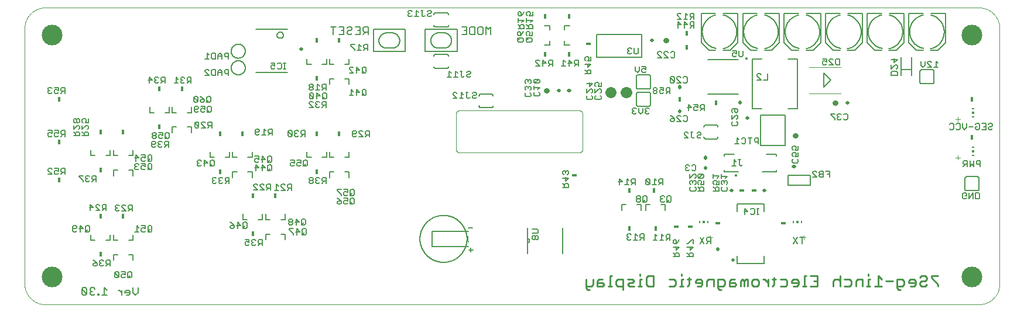
<source format=gbo>
G75*
%MOIN*%
%OFA0B0*%
%FSLAX25Y25*%
%IPPOS*%
%LPD*%
%AMOC8*
5,1,8,0,0,1.08239X$1,22.5*
%
%ADD10C,0.00197*%
%ADD11C,0.01100*%
%ADD12C,0.00800*%
%ADD13C,0.11811*%
%ADD14C,0.00600*%
%ADD15R,0.01800X0.03000*%
%ADD16R,0.03000X0.01800*%
%ADD17C,0.02000*%
%ADD18C,0.00300*%
%ADD19R,0.00591X0.01181*%
%ADD20R,0.01181X0.01181*%
%ADD21C,0.01969*%
%ADD22C,0.00500*%
%ADD23C,0.02953*%
%ADD24C,0.06299*%
%ADD25C,0.00787*%
%ADD26C,0.00400*%
%ADD27R,0.01181X0.00591*%
D10*
X0036217Y0015280D02*
X0567713Y0015280D01*
X0567998Y0015283D01*
X0568284Y0015294D01*
X0568569Y0015311D01*
X0568853Y0015335D01*
X0569137Y0015366D01*
X0569420Y0015404D01*
X0569701Y0015449D01*
X0569982Y0015500D01*
X0570262Y0015558D01*
X0570540Y0015623D01*
X0570816Y0015695D01*
X0571090Y0015773D01*
X0571363Y0015858D01*
X0571633Y0015950D01*
X0571901Y0016048D01*
X0572167Y0016152D01*
X0572430Y0016263D01*
X0572690Y0016380D01*
X0572948Y0016503D01*
X0573202Y0016633D01*
X0573453Y0016769D01*
X0573701Y0016910D01*
X0573945Y0017058D01*
X0574186Y0017211D01*
X0574422Y0017371D01*
X0574655Y0017536D01*
X0574884Y0017706D01*
X0575109Y0017882D01*
X0575329Y0018064D01*
X0575545Y0018250D01*
X0575756Y0018442D01*
X0575963Y0018639D01*
X0576165Y0018841D01*
X0576362Y0019048D01*
X0576554Y0019259D01*
X0576740Y0019475D01*
X0576922Y0019695D01*
X0577098Y0019920D01*
X0577268Y0020149D01*
X0577433Y0020382D01*
X0577593Y0020618D01*
X0577746Y0020859D01*
X0577894Y0021103D01*
X0578035Y0021351D01*
X0578171Y0021602D01*
X0578301Y0021856D01*
X0578424Y0022114D01*
X0578541Y0022374D01*
X0578652Y0022637D01*
X0578756Y0022903D01*
X0578854Y0023171D01*
X0578946Y0023441D01*
X0579031Y0023714D01*
X0579109Y0023988D01*
X0579181Y0024264D01*
X0579246Y0024542D01*
X0579304Y0024822D01*
X0579355Y0025103D01*
X0579400Y0025384D01*
X0579438Y0025667D01*
X0579469Y0025951D01*
X0579493Y0026235D01*
X0579510Y0026520D01*
X0579521Y0026806D01*
X0579524Y0027091D01*
X0579524Y0172760D01*
X0579521Y0173045D01*
X0579510Y0173331D01*
X0579493Y0173616D01*
X0579469Y0173900D01*
X0579438Y0174184D01*
X0579400Y0174467D01*
X0579355Y0174748D01*
X0579304Y0175029D01*
X0579246Y0175309D01*
X0579181Y0175587D01*
X0579109Y0175863D01*
X0579031Y0176137D01*
X0578946Y0176410D01*
X0578854Y0176680D01*
X0578756Y0176948D01*
X0578652Y0177214D01*
X0578541Y0177477D01*
X0578424Y0177737D01*
X0578301Y0177995D01*
X0578171Y0178249D01*
X0578035Y0178500D01*
X0577894Y0178748D01*
X0577746Y0178992D01*
X0577593Y0179233D01*
X0577433Y0179469D01*
X0577268Y0179702D01*
X0577098Y0179931D01*
X0576922Y0180156D01*
X0576740Y0180376D01*
X0576554Y0180592D01*
X0576362Y0180803D01*
X0576165Y0181010D01*
X0575963Y0181212D01*
X0575756Y0181409D01*
X0575545Y0181601D01*
X0575329Y0181787D01*
X0575109Y0181969D01*
X0574884Y0182145D01*
X0574655Y0182315D01*
X0574422Y0182480D01*
X0574186Y0182640D01*
X0573945Y0182793D01*
X0573701Y0182941D01*
X0573453Y0183082D01*
X0573202Y0183218D01*
X0572948Y0183348D01*
X0572690Y0183471D01*
X0572430Y0183588D01*
X0572167Y0183699D01*
X0571901Y0183803D01*
X0571633Y0183901D01*
X0571363Y0183993D01*
X0571090Y0184078D01*
X0570816Y0184156D01*
X0570540Y0184228D01*
X0570262Y0184293D01*
X0569982Y0184351D01*
X0569701Y0184402D01*
X0569420Y0184447D01*
X0569137Y0184485D01*
X0568853Y0184516D01*
X0568569Y0184540D01*
X0568284Y0184557D01*
X0567998Y0184568D01*
X0567713Y0184571D01*
X0036217Y0184571D01*
X0035932Y0184568D01*
X0035646Y0184557D01*
X0035361Y0184540D01*
X0035077Y0184516D01*
X0034793Y0184485D01*
X0034510Y0184447D01*
X0034229Y0184402D01*
X0033948Y0184351D01*
X0033668Y0184293D01*
X0033390Y0184228D01*
X0033114Y0184156D01*
X0032840Y0184078D01*
X0032567Y0183993D01*
X0032297Y0183901D01*
X0032029Y0183803D01*
X0031763Y0183699D01*
X0031500Y0183588D01*
X0031240Y0183471D01*
X0030982Y0183348D01*
X0030728Y0183218D01*
X0030477Y0183082D01*
X0030229Y0182941D01*
X0029985Y0182793D01*
X0029744Y0182640D01*
X0029508Y0182480D01*
X0029275Y0182315D01*
X0029046Y0182145D01*
X0028821Y0181969D01*
X0028601Y0181787D01*
X0028385Y0181601D01*
X0028174Y0181409D01*
X0027967Y0181212D01*
X0027765Y0181010D01*
X0027568Y0180803D01*
X0027376Y0180592D01*
X0027190Y0180376D01*
X0027008Y0180156D01*
X0026832Y0179931D01*
X0026662Y0179702D01*
X0026497Y0179469D01*
X0026337Y0179233D01*
X0026184Y0178992D01*
X0026036Y0178748D01*
X0025895Y0178500D01*
X0025759Y0178249D01*
X0025629Y0177995D01*
X0025506Y0177737D01*
X0025389Y0177477D01*
X0025278Y0177214D01*
X0025174Y0176948D01*
X0025076Y0176680D01*
X0024984Y0176410D01*
X0024899Y0176137D01*
X0024821Y0175863D01*
X0024749Y0175587D01*
X0024684Y0175309D01*
X0024626Y0175029D01*
X0024575Y0174748D01*
X0024530Y0174467D01*
X0024492Y0174184D01*
X0024461Y0173900D01*
X0024437Y0173616D01*
X0024420Y0173331D01*
X0024409Y0173045D01*
X0024406Y0172760D01*
X0024406Y0027091D01*
X0024409Y0026806D01*
X0024420Y0026520D01*
X0024437Y0026235D01*
X0024461Y0025951D01*
X0024492Y0025667D01*
X0024530Y0025384D01*
X0024575Y0025103D01*
X0024626Y0024822D01*
X0024684Y0024542D01*
X0024749Y0024264D01*
X0024821Y0023988D01*
X0024899Y0023714D01*
X0024984Y0023441D01*
X0025076Y0023171D01*
X0025174Y0022903D01*
X0025278Y0022637D01*
X0025389Y0022374D01*
X0025506Y0022114D01*
X0025629Y0021856D01*
X0025759Y0021602D01*
X0025895Y0021351D01*
X0026036Y0021103D01*
X0026184Y0020859D01*
X0026337Y0020618D01*
X0026497Y0020382D01*
X0026662Y0020149D01*
X0026832Y0019920D01*
X0027008Y0019695D01*
X0027190Y0019475D01*
X0027376Y0019259D01*
X0027568Y0019048D01*
X0027765Y0018841D01*
X0027967Y0018639D01*
X0028174Y0018442D01*
X0028385Y0018250D01*
X0028601Y0018064D01*
X0028821Y0017882D01*
X0029046Y0017706D01*
X0029275Y0017536D01*
X0029508Y0017371D01*
X0029744Y0017211D01*
X0029985Y0017058D01*
X0030229Y0016910D01*
X0030477Y0016769D01*
X0030728Y0016633D01*
X0030982Y0016503D01*
X0031240Y0016380D01*
X0031500Y0016263D01*
X0031763Y0016152D01*
X0032029Y0016048D01*
X0032297Y0015950D01*
X0032567Y0015858D01*
X0032840Y0015773D01*
X0033114Y0015695D01*
X0033390Y0015623D01*
X0033668Y0015558D01*
X0033948Y0015500D01*
X0034229Y0015449D01*
X0034510Y0015404D01*
X0034793Y0015366D01*
X0035077Y0015335D01*
X0035361Y0015311D01*
X0035646Y0015294D01*
X0035932Y0015283D01*
X0036217Y0015280D01*
X0272044Y0101894D02*
X0340154Y0101894D01*
X0340154Y0101893D02*
X0340240Y0101895D01*
X0340326Y0101900D01*
X0340411Y0101910D01*
X0340496Y0101923D01*
X0340580Y0101940D01*
X0340664Y0101960D01*
X0340746Y0101984D01*
X0340827Y0102012D01*
X0340908Y0102043D01*
X0340986Y0102077D01*
X0341063Y0102115D01*
X0341139Y0102157D01*
X0341212Y0102201D01*
X0341283Y0102249D01*
X0341353Y0102300D01*
X0341420Y0102354D01*
X0341484Y0102410D01*
X0341546Y0102470D01*
X0341606Y0102532D01*
X0341662Y0102596D01*
X0341716Y0102663D01*
X0341767Y0102733D01*
X0341815Y0102804D01*
X0341859Y0102878D01*
X0341901Y0102953D01*
X0341939Y0103030D01*
X0341973Y0103108D01*
X0342004Y0103189D01*
X0342032Y0103270D01*
X0342056Y0103352D01*
X0342076Y0103436D01*
X0342093Y0103520D01*
X0342106Y0103605D01*
X0342116Y0103690D01*
X0342121Y0103776D01*
X0342123Y0103862D01*
X0342123Y0123941D01*
X0342121Y0124027D01*
X0342116Y0124113D01*
X0342106Y0124198D01*
X0342093Y0124283D01*
X0342076Y0124367D01*
X0342056Y0124451D01*
X0342032Y0124533D01*
X0342004Y0124614D01*
X0341973Y0124695D01*
X0341939Y0124773D01*
X0341901Y0124850D01*
X0341859Y0124926D01*
X0341815Y0124999D01*
X0341767Y0125070D01*
X0341716Y0125140D01*
X0341662Y0125207D01*
X0341606Y0125271D01*
X0341546Y0125333D01*
X0341484Y0125393D01*
X0341420Y0125449D01*
X0341353Y0125503D01*
X0341283Y0125554D01*
X0341212Y0125602D01*
X0341139Y0125646D01*
X0341063Y0125688D01*
X0340986Y0125726D01*
X0340908Y0125760D01*
X0340827Y0125791D01*
X0340746Y0125819D01*
X0340664Y0125843D01*
X0340580Y0125863D01*
X0340496Y0125880D01*
X0340411Y0125893D01*
X0340326Y0125903D01*
X0340240Y0125908D01*
X0340154Y0125910D01*
X0340154Y0125909D02*
X0272044Y0125909D01*
X0272044Y0125910D02*
X0271958Y0125908D01*
X0271872Y0125903D01*
X0271787Y0125893D01*
X0271702Y0125880D01*
X0271618Y0125863D01*
X0271534Y0125843D01*
X0271452Y0125819D01*
X0271371Y0125791D01*
X0271290Y0125760D01*
X0271212Y0125726D01*
X0271135Y0125688D01*
X0271060Y0125646D01*
X0270986Y0125602D01*
X0270915Y0125554D01*
X0270845Y0125503D01*
X0270778Y0125449D01*
X0270714Y0125393D01*
X0270652Y0125333D01*
X0270592Y0125271D01*
X0270536Y0125207D01*
X0270482Y0125140D01*
X0270431Y0125070D01*
X0270383Y0124999D01*
X0270339Y0124926D01*
X0270297Y0124850D01*
X0270259Y0124773D01*
X0270225Y0124695D01*
X0270194Y0124614D01*
X0270166Y0124533D01*
X0270142Y0124451D01*
X0270122Y0124367D01*
X0270105Y0124283D01*
X0270092Y0124198D01*
X0270082Y0124113D01*
X0270077Y0124027D01*
X0270075Y0123941D01*
X0270075Y0103862D01*
X0270077Y0103776D01*
X0270082Y0103690D01*
X0270092Y0103605D01*
X0270105Y0103520D01*
X0270122Y0103436D01*
X0270142Y0103352D01*
X0270166Y0103270D01*
X0270194Y0103189D01*
X0270225Y0103108D01*
X0270259Y0103030D01*
X0270297Y0102953D01*
X0270339Y0102878D01*
X0270383Y0102804D01*
X0270431Y0102733D01*
X0270482Y0102663D01*
X0270536Y0102596D01*
X0270592Y0102532D01*
X0270652Y0102470D01*
X0270714Y0102410D01*
X0270778Y0102354D01*
X0270845Y0102300D01*
X0270915Y0102249D01*
X0270986Y0102201D01*
X0271060Y0102157D01*
X0271135Y0102115D01*
X0271212Y0102077D01*
X0271290Y0102043D01*
X0271371Y0102012D01*
X0271452Y0101984D01*
X0271534Y0101960D01*
X0271618Y0101940D01*
X0271702Y0101923D01*
X0271787Y0101910D01*
X0271872Y0101900D01*
X0271958Y0101895D01*
X0272044Y0101893D01*
D11*
X0357696Y0031577D02*
X0357696Y0025672D01*
X0358680Y0025672D02*
X0356712Y0025672D01*
X0354383Y0026656D02*
X0353399Y0027640D01*
X0350447Y0027640D01*
X0350447Y0028625D02*
X0350447Y0025672D01*
X0353399Y0025672D01*
X0354383Y0026656D01*
X0351431Y0029609D02*
X0350447Y0028625D01*
X0351431Y0029609D02*
X0353399Y0029609D01*
X0357696Y0031577D02*
X0358680Y0031577D01*
X0361189Y0028625D02*
X0362173Y0029609D01*
X0365126Y0029609D01*
X0365126Y0023704D01*
X0365126Y0025672D02*
X0362173Y0025672D01*
X0361189Y0026656D01*
X0361189Y0028625D01*
X0367635Y0029609D02*
X0370587Y0029609D01*
X0371571Y0028625D01*
X0370587Y0027640D01*
X0368619Y0027640D01*
X0367635Y0026656D01*
X0368619Y0025672D01*
X0371571Y0025672D01*
X0373900Y0025672D02*
X0375868Y0025672D01*
X0374884Y0025672D02*
X0374884Y0029609D01*
X0375868Y0029609D01*
X0374884Y0031577D02*
X0374884Y0032561D01*
X0378377Y0030593D02*
X0379361Y0031577D01*
X0382314Y0031577D01*
X0382314Y0025672D01*
X0379361Y0025672D01*
X0378377Y0026656D01*
X0378377Y0030593D01*
X0391268Y0029609D02*
X0394221Y0029609D01*
X0395205Y0028625D01*
X0395205Y0026656D01*
X0394221Y0025672D01*
X0391268Y0025672D01*
X0397533Y0025672D02*
X0399502Y0025672D01*
X0398518Y0025672D02*
X0398518Y0029609D01*
X0399502Y0029609D01*
X0398518Y0031577D02*
X0398518Y0032561D01*
X0401830Y0029609D02*
X0403799Y0029609D01*
X0402815Y0030593D02*
X0402815Y0026656D01*
X0401830Y0025672D01*
X0406308Y0027640D02*
X0410244Y0027640D01*
X0410244Y0026656D02*
X0410244Y0028625D01*
X0409260Y0029609D01*
X0407292Y0029609D01*
X0406308Y0028625D01*
X0406308Y0027640D01*
X0407292Y0025672D02*
X0409260Y0025672D01*
X0410244Y0026656D01*
X0412753Y0025672D02*
X0412753Y0028625D01*
X0413737Y0029609D01*
X0416690Y0029609D01*
X0416690Y0025672D01*
X0419199Y0025672D02*
X0422151Y0025672D01*
X0423135Y0026656D01*
X0423135Y0028625D01*
X0422151Y0029609D01*
X0419199Y0029609D01*
X0419199Y0024688D01*
X0420183Y0023704D01*
X0421167Y0023704D01*
X0425644Y0025672D02*
X0428597Y0025672D01*
X0429581Y0026656D01*
X0428597Y0027640D01*
X0425644Y0027640D01*
X0425644Y0028625D02*
X0425644Y0025672D01*
X0425644Y0028625D02*
X0426628Y0029609D01*
X0428597Y0029609D01*
X0432090Y0028625D02*
X0433074Y0029609D01*
X0434058Y0028625D01*
X0434058Y0025672D01*
X0436026Y0025672D02*
X0436026Y0029609D01*
X0435042Y0029609D01*
X0434058Y0028625D01*
X0432090Y0028625D02*
X0432090Y0025672D01*
X0438535Y0026656D02*
X0438535Y0028625D01*
X0439519Y0029609D01*
X0441488Y0029609D01*
X0442472Y0028625D01*
X0442472Y0026656D01*
X0441488Y0025672D01*
X0439519Y0025672D01*
X0438535Y0026656D01*
X0444890Y0029609D02*
X0445875Y0029609D01*
X0447843Y0027640D01*
X0447843Y0025672D02*
X0447843Y0029609D01*
X0450172Y0029609D02*
X0452140Y0029609D01*
X0451156Y0030593D02*
X0451156Y0026656D01*
X0450172Y0025672D01*
X0454649Y0025672D02*
X0457601Y0025672D01*
X0458585Y0026656D01*
X0458585Y0028625D01*
X0457601Y0029609D01*
X0454649Y0029609D01*
X0461094Y0028625D02*
X0461094Y0027640D01*
X0465031Y0027640D01*
X0465031Y0026656D02*
X0465031Y0028625D01*
X0464047Y0029609D01*
X0462078Y0029609D01*
X0461094Y0028625D01*
X0462078Y0025672D02*
X0464047Y0025672D01*
X0465031Y0026656D01*
X0467360Y0025672D02*
X0469328Y0025672D01*
X0468344Y0025672D02*
X0468344Y0031577D01*
X0469328Y0031577D01*
X0471837Y0031577D02*
X0475773Y0031577D01*
X0475773Y0025672D01*
X0471837Y0025672D01*
X0473805Y0028625D02*
X0475773Y0028625D01*
X0484728Y0028625D02*
X0484728Y0025672D01*
X0484728Y0028625D02*
X0485712Y0029609D01*
X0487680Y0029609D01*
X0488664Y0028625D01*
X0491173Y0029609D02*
X0494126Y0029609D01*
X0495110Y0028625D01*
X0495110Y0026656D01*
X0494126Y0025672D01*
X0491173Y0025672D01*
X0488664Y0025672D02*
X0488664Y0031577D01*
X0497619Y0028625D02*
X0498603Y0029609D01*
X0501555Y0029609D01*
X0501555Y0025672D01*
X0503884Y0025672D02*
X0505852Y0025672D01*
X0504868Y0025672D02*
X0504868Y0029609D01*
X0505852Y0029609D01*
X0504868Y0031577D02*
X0504868Y0032561D01*
X0510330Y0031577D02*
X0510330Y0025672D01*
X0512298Y0025672D02*
X0508361Y0025672D01*
X0514807Y0028625D02*
X0518743Y0028625D01*
X0521252Y0029609D02*
X0524205Y0029609D01*
X0525189Y0028625D01*
X0525189Y0026656D01*
X0524205Y0025672D01*
X0521252Y0025672D01*
X0521252Y0024688D02*
X0521252Y0029609D01*
X0527698Y0028625D02*
X0527698Y0027640D01*
X0531634Y0027640D01*
X0531634Y0026656D02*
X0531634Y0028625D01*
X0530650Y0029609D01*
X0528682Y0029609D01*
X0527698Y0028625D01*
X0528682Y0025672D02*
X0530650Y0025672D01*
X0531634Y0026656D01*
X0534143Y0026656D02*
X0535127Y0025672D01*
X0537096Y0025672D01*
X0538080Y0026656D01*
X0537096Y0028625D02*
X0535127Y0028625D01*
X0534143Y0027640D01*
X0534143Y0026656D01*
X0537096Y0028625D02*
X0538080Y0029609D01*
X0538080Y0030593D01*
X0537096Y0031577D01*
X0535127Y0031577D01*
X0534143Y0030593D01*
X0540589Y0030593D02*
X0540589Y0031577D01*
X0544525Y0031577D01*
X0540589Y0030593D02*
X0544525Y0026656D01*
X0544525Y0025672D01*
X0523221Y0023704D02*
X0522236Y0023704D01*
X0521252Y0024688D01*
X0512298Y0029609D02*
X0510330Y0031577D01*
X0497619Y0028625D02*
X0497619Y0025672D01*
X0347938Y0026656D02*
X0346954Y0025672D01*
X0344001Y0025672D01*
X0344001Y0024688D02*
X0344985Y0023704D01*
X0345969Y0023704D01*
X0344001Y0024688D02*
X0344001Y0029609D01*
X0347938Y0029609D02*
X0347938Y0026656D01*
D12*
X0430092Y0038584D02*
X0430092Y0042834D01*
X0430092Y0038584D02*
X0445492Y0038584D01*
X0445492Y0042834D01*
X0445492Y0068434D02*
X0445492Y0072684D01*
X0430092Y0072684D01*
X0430092Y0068434D01*
X0459052Y0083390D02*
X0471650Y0083390D01*
X0471650Y0088902D01*
X0459052Y0088902D01*
X0459052Y0083390D01*
X0389170Y0072169D02*
X0389170Y0069020D01*
X0389170Y0072169D02*
X0386808Y0072169D01*
X0380509Y0072169D02*
X0378146Y0072169D01*
X0378146Y0069020D01*
X0375390Y0069020D02*
X0375390Y0072169D01*
X0373028Y0072169D01*
X0366729Y0072169D02*
X0364367Y0072169D01*
X0364367Y0069020D01*
X0412005Y0109768D02*
X0418304Y0109768D01*
X0418304Y0109767D02*
X0418363Y0109781D01*
X0418421Y0109798D01*
X0418478Y0109819D01*
X0418534Y0109843D01*
X0418588Y0109871D01*
X0418640Y0109901D01*
X0418691Y0109935D01*
X0418739Y0109972D01*
X0418785Y0110011D01*
X0418828Y0110054D01*
X0418869Y0110098D01*
X0418907Y0110146D01*
X0418942Y0110195D01*
X0418974Y0110247D01*
X0419003Y0110300D01*
X0419029Y0110355D01*
X0419051Y0110411D01*
X0419070Y0110469D01*
X0419086Y0110528D01*
X0419097Y0110587D01*
X0419106Y0110647D01*
X0419110Y0110708D01*
X0419111Y0110768D01*
X0419108Y0110829D01*
X0419102Y0110889D01*
X0419092Y0110949D01*
X0412004Y0109767D02*
X0411945Y0109781D01*
X0411887Y0109798D01*
X0411830Y0109819D01*
X0411774Y0109843D01*
X0411720Y0109871D01*
X0411668Y0109901D01*
X0411617Y0109935D01*
X0411569Y0109972D01*
X0411523Y0110011D01*
X0411480Y0110054D01*
X0411439Y0110098D01*
X0411401Y0110146D01*
X0411366Y0110195D01*
X0411334Y0110247D01*
X0411305Y0110300D01*
X0411279Y0110355D01*
X0411257Y0110411D01*
X0411238Y0110469D01*
X0411222Y0110528D01*
X0411211Y0110587D01*
X0411202Y0110647D01*
X0411198Y0110708D01*
X0411197Y0110768D01*
X0411200Y0110829D01*
X0411206Y0110889D01*
X0411216Y0110949D01*
X0411216Y0116460D02*
X0411206Y0116520D01*
X0411200Y0116580D01*
X0411197Y0116641D01*
X0411198Y0116701D01*
X0411202Y0116762D01*
X0411211Y0116822D01*
X0411222Y0116881D01*
X0411238Y0116940D01*
X0411257Y0116998D01*
X0411279Y0117054D01*
X0411305Y0117109D01*
X0411334Y0117162D01*
X0411366Y0117214D01*
X0411401Y0117263D01*
X0411439Y0117311D01*
X0411480Y0117355D01*
X0411523Y0117398D01*
X0411569Y0117437D01*
X0411617Y0117474D01*
X0411668Y0117508D01*
X0411720Y0117538D01*
X0411774Y0117566D01*
X0411830Y0117590D01*
X0411887Y0117611D01*
X0411945Y0117628D01*
X0412004Y0117642D01*
X0412005Y0117642D02*
X0418304Y0117642D01*
X0418363Y0117628D01*
X0418421Y0117611D01*
X0418478Y0117590D01*
X0418534Y0117566D01*
X0418588Y0117538D01*
X0418640Y0117508D01*
X0418691Y0117474D01*
X0418739Y0117437D01*
X0418785Y0117398D01*
X0418828Y0117355D01*
X0418869Y0117311D01*
X0418907Y0117263D01*
X0418942Y0117214D01*
X0418974Y0117162D01*
X0419003Y0117109D01*
X0419029Y0117054D01*
X0419051Y0116998D01*
X0419070Y0116940D01*
X0419086Y0116881D01*
X0419097Y0116822D01*
X0419106Y0116762D01*
X0419110Y0116701D01*
X0419111Y0116641D01*
X0419108Y0116580D01*
X0419102Y0116520D01*
X0419092Y0116460D01*
X0479355Y0139295D02*
X0479355Y0147169D01*
X0483383Y0143232D01*
X0479355Y0139295D01*
X0523323Y0145988D02*
X0523323Y0149138D01*
X0529426Y0149138D01*
X0529426Y0156224D01*
X0532083Y0160358D02*
X0536020Y0160358D01*
X0532083Y0160358D02*
X0527753Y0164689D01*
X0527753Y0181224D01*
X0536020Y0181224D01*
X0540351Y0181224D02*
X0548619Y0181224D01*
X0548619Y0164689D01*
X0544288Y0160358D01*
X0540154Y0160358D01*
X0524997Y0164689D02*
X0524997Y0181224D01*
X0516729Y0181224D01*
X0512398Y0181224D02*
X0504131Y0181224D01*
X0504131Y0164689D01*
X0508461Y0160358D01*
X0512398Y0160358D01*
X0516532Y0160358D02*
X0520666Y0160358D01*
X0524997Y0164689D01*
X0516532Y0161145D02*
X0516766Y0161199D01*
X0517000Y0161257D01*
X0517231Y0161322D01*
X0517461Y0161392D01*
X0517689Y0161468D01*
X0517916Y0161549D01*
X0518140Y0161635D01*
X0518362Y0161728D01*
X0518582Y0161825D01*
X0518799Y0161928D01*
X0519014Y0162036D01*
X0519226Y0162149D01*
X0519436Y0162268D01*
X0519642Y0162391D01*
X0519845Y0162519D01*
X0520045Y0162653D01*
X0520242Y0162791D01*
X0520436Y0162934D01*
X0520626Y0163081D01*
X0520812Y0163233D01*
X0520994Y0163390D01*
X0521173Y0163551D01*
X0521347Y0163716D01*
X0521518Y0163886D01*
X0521684Y0164059D01*
X0521847Y0164237D01*
X0522004Y0164418D01*
X0522158Y0164604D01*
X0522306Y0164793D01*
X0522450Y0164985D01*
X0522590Y0165181D01*
X0522724Y0165380D01*
X0522854Y0165583D01*
X0522979Y0165788D01*
X0523099Y0165997D01*
X0523213Y0166208D01*
X0523323Y0166422D01*
X0523427Y0166639D01*
X0523526Y0166858D01*
X0523619Y0167080D01*
X0523707Y0167304D01*
X0523790Y0167529D01*
X0523867Y0167757D01*
X0523938Y0167987D01*
X0524004Y0168218D01*
X0524065Y0168451D01*
X0524119Y0168685D01*
X0524168Y0168920D01*
X0524211Y0169157D01*
X0524249Y0169394D01*
X0524280Y0169633D01*
X0524306Y0169872D01*
X0524326Y0170112D01*
X0524340Y0170352D01*
X0524349Y0170592D01*
X0524351Y0170832D01*
X0524348Y0171073D01*
X0524338Y0171313D01*
X0524323Y0171553D01*
X0524302Y0171793D01*
X0524276Y0172032D01*
X0524243Y0172270D01*
X0524205Y0172507D01*
X0524161Y0172744D01*
X0524111Y0172979D01*
X0524055Y0173213D01*
X0523994Y0173445D01*
X0523927Y0173676D01*
X0523855Y0173906D01*
X0523777Y0174133D01*
X0523693Y0174359D01*
X0523604Y0174582D01*
X0523510Y0174803D01*
X0523410Y0175022D01*
X0523305Y0175238D01*
X0523195Y0175452D01*
X0523080Y0175663D01*
X0522959Y0175871D01*
X0522834Y0176076D01*
X0522703Y0176278D01*
X0522568Y0176477D01*
X0522428Y0176672D01*
X0522283Y0176864D01*
X0522133Y0177052D01*
X0521979Y0177237D01*
X0521821Y0177418D01*
X0521658Y0177595D01*
X0521491Y0177768D01*
X0521320Y0177937D01*
X0521144Y0178101D01*
X0520965Y0178262D01*
X0520782Y0178417D01*
X0520595Y0178569D01*
X0520405Y0178716D01*
X0520211Y0178858D01*
X0520013Y0178995D01*
X0519813Y0179128D01*
X0519609Y0179255D01*
X0519402Y0179378D01*
X0519192Y0179495D01*
X0518980Y0179608D01*
X0518765Y0179715D01*
X0518547Y0179817D01*
X0518327Y0179914D01*
X0518104Y0180005D01*
X0517879Y0180091D01*
X0517653Y0180171D01*
X0517424Y0180246D01*
X0517194Y0180315D01*
X0516962Y0180378D01*
X0516729Y0180436D01*
X0501375Y0181224D02*
X0493107Y0181224D01*
X0488776Y0181224D02*
X0480509Y0181224D01*
X0480509Y0164689D01*
X0484839Y0160358D01*
X0488776Y0160358D01*
X0492910Y0160358D02*
X0497044Y0160358D01*
X0501375Y0164689D01*
X0501375Y0181224D01*
X0477753Y0181224D02*
X0469485Y0181224D01*
X0465154Y0181224D02*
X0456886Y0181224D01*
X0456886Y0164689D01*
X0461217Y0160358D01*
X0465154Y0160358D01*
X0469288Y0160358D02*
X0473422Y0160358D01*
X0477753Y0164689D01*
X0477753Y0181224D01*
X0454131Y0181224D02*
X0445863Y0181224D01*
X0441532Y0181224D02*
X0433264Y0181224D01*
X0433264Y0164689D01*
X0437595Y0160358D01*
X0441532Y0160358D01*
X0445666Y0160358D02*
X0449800Y0160358D01*
X0454131Y0164689D01*
X0454131Y0181224D01*
X0430509Y0181224D02*
X0422241Y0181224D01*
X0417910Y0181224D02*
X0409642Y0181224D01*
X0409642Y0164689D01*
X0413973Y0160358D01*
X0417910Y0160358D01*
X0422044Y0160358D02*
X0426178Y0160358D01*
X0430509Y0164689D01*
X0430509Y0181224D01*
X0417910Y0180437D02*
X0417678Y0180384D01*
X0417447Y0180325D01*
X0417218Y0180261D01*
X0416991Y0180190D01*
X0416765Y0180115D01*
X0416541Y0180034D01*
X0416319Y0179947D01*
X0416100Y0179855D01*
X0415883Y0179758D01*
X0415668Y0179655D01*
X0415456Y0179547D01*
X0415246Y0179434D01*
X0415039Y0179316D01*
X0414836Y0179193D01*
X0414635Y0179065D01*
X0414437Y0178932D01*
X0414243Y0178795D01*
X0414052Y0178652D01*
X0413865Y0178505D01*
X0413681Y0178354D01*
X0413502Y0178198D01*
X0413326Y0178038D01*
X0413154Y0177873D01*
X0412986Y0177704D01*
X0412822Y0177532D01*
X0412662Y0177355D01*
X0412507Y0177174D01*
X0412356Y0176990D01*
X0412210Y0176802D01*
X0412069Y0176611D01*
X0411932Y0176416D01*
X0411800Y0176218D01*
X0411673Y0176017D01*
X0411550Y0175812D01*
X0411433Y0175605D01*
X0411321Y0175395D01*
X0411214Y0175182D01*
X0411112Y0174967D01*
X0411016Y0174750D01*
X0410925Y0174530D01*
X0410839Y0174308D01*
X0410759Y0174083D01*
X0410684Y0173857D01*
X0410615Y0173630D01*
X0410551Y0173400D01*
X0410493Y0173169D01*
X0410441Y0172937D01*
X0410394Y0172704D01*
X0410353Y0172469D01*
X0410318Y0172234D01*
X0410289Y0171998D01*
X0410265Y0171761D01*
X0410247Y0171523D01*
X0410235Y0171286D01*
X0410229Y0171048D01*
X0410229Y0170810D01*
X0410234Y0170572D01*
X0410245Y0170334D01*
X0410262Y0170096D01*
X0410285Y0169859D01*
X0410313Y0169623D01*
X0410348Y0169387D01*
X0410388Y0169153D01*
X0410433Y0168919D01*
X0410485Y0168687D01*
X0410542Y0168456D01*
X0410605Y0168226D01*
X0410673Y0167998D01*
X0410747Y0167772D01*
X0410826Y0167547D01*
X0410911Y0167325D01*
X0411001Y0167104D01*
X0411097Y0166886D01*
X0411198Y0166671D01*
X0411304Y0166458D01*
X0411415Y0166247D01*
X0411532Y0166040D01*
X0411653Y0165835D01*
X0411780Y0165633D01*
X0411911Y0165435D01*
X0412047Y0165239D01*
X0412188Y0165047D01*
X0412333Y0164859D01*
X0412483Y0164674D01*
X0412638Y0164493D01*
X0412797Y0164316D01*
X0412960Y0164142D01*
X0413127Y0163973D01*
X0413299Y0163808D01*
X0413474Y0163647D01*
X0413653Y0163490D01*
X0413836Y0163338D01*
X0414023Y0163190D01*
X0414213Y0163047D01*
X0414407Y0162909D01*
X0414604Y0162775D01*
X0414804Y0162647D01*
X0415007Y0162523D01*
X0415214Y0162404D01*
X0415423Y0162290D01*
X0415635Y0162181D01*
X0415849Y0162078D01*
X0416066Y0161980D01*
X0416285Y0161887D01*
X0416507Y0161800D01*
X0416730Y0161718D01*
X0416955Y0161641D01*
X0417183Y0161570D01*
X0417412Y0161505D01*
X0417642Y0161445D01*
X0417874Y0161391D01*
X0418107Y0161342D01*
X0422044Y0161145D02*
X0422278Y0161199D01*
X0422512Y0161257D01*
X0422743Y0161322D01*
X0422973Y0161392D01*
X0423201Y0161468D01*
X0423428Y0161549D01*
X0423652Y0161635D01*
X0423874Y0161728D01*
X0424094Y0161825D01*
X0424311Y0161928D01*
X0424526Y0162036D01*
X0424738Y0162149D01*
X0424948Y0162268D01*
X0425154Y0162391D01*
X0425357Y0162519D01*
X0425557Y0162653D01*
X0425754Y0162791D01*
X0425948Y0162934D01*
X0426138Y0163081D01*
X0426324Y0163233D01*
X0426506Y0163390D01*
X0426685Y0163551D01*
X0426859Y0163716D01*
X0427030Y0163886D01*
X0427196Y0164059D01*
X0427359Y0164237D01*
X0427516Y0164418D01*
X0427670Y0164604D01*
X0427818Y0164793D01*
X0427962Y0164985D01*
X0428102Y0165181D01*
X0428236Y0165380D01*
X0428366Y0165583D01*
X0428491Y0165788D01*
X0428611Y0165997D01*
X0428725Y0166208D01*
X0428835Y0166422D01*
X0428939Y0166639D01*
X0429038Y0166858D01*
X0429131Y0167080D01*
X0429219Y0167304D01*
X0429302Y0167529D01*
X0429379Y0167757D01*
X0429450Y0167987D01*
X0429516Y0168218D01*
X0429577Y0168451D01*
X0429631Y0168685D01*
X0429680Y0168920D01*
X0429723Y0169157D01*
X0429761Y0169394D01*
X0429792Y0169633D01*
X0429818Y0169872D01*
X0429838Y0170112D01*
X0429852Y0170352D01*
X0429861Y0170592D01*
X0429863Y0170832D01*
X0429860Y0171073D01*
X0429850Y0171313D01*
X0429835Y0171553D01*
X0429814Y0171793D01*
X0429788Y0172032D01*
X0429755Y0172270D01*
X0429717Y0172507D01*
X0429673Y0172744D01*
X0429623Y0172979D01*
X0429567Y0173213D01*
X0429506Y0173445D01*
X0429439Y0173676D01*
X0429367Y0173906D01*
X0429289Y0174133D01*
X0429205Y0174359D01*
X0429116Y0174582D01*
X0429022Y0174803D01*
X0428922Y0175022D01*
X0428817Y0175238D01*
X0428707Y0175452D01*
X0428592Y0175663D01*
X0428471Y0175871D01*
X0428346Y0176076D01*
X0428215Y0176278D01*
X0428080Y0176477D01*
X0427940Y0176672D01*
X0427795Y0176864D01*
X0427645Y0177052D01*
X0427491Y0177237D01*
X0427333Y0177418D01*
X0427170Y0177595D01*
X0427003Y0177768D01*
X0426832Y0177937D01*
X0426656Y0178101D01*
X0426477Y0178262D01*
X0426294Y0178417D01*
X0426107Y0178569D01*
X0425917Y0178716D01*
X0425723Y0178858D01*
X0425525Y0178995D01*
X0425325Y0179128D01*
X0425121Y0179255D01*
X0424914Y0179378D01*
X0424704Y0179495D01*
X0424492Y0179608D01*
X0424277Y0179715D01*
X0424059Y0179817D01*
X0423839Y0179914D01*
X0423616Y0180005D01*
X0423391Y0180091D01*
X0423165Y0180171D01*
X0422936Y0180246D01*
X0422706Y0180315D01*
X0422474Y0180378D01*
X0422241Y0180436D01*
X0441532Y0180437D02*
X0441300Y0180384D01*
X0441069Y0180325D01*
X0440840Y0180261D01*
X0440613Y0180190D01*
X0440387Y0180115D01*
X0440163Y0180034D01*
X0439941Y0179947D01*
X0439722Y0179855D01*
X0439505Y0179758D01*
X0439290Y0179655D01*
X0439078Y0179547D01*
X0438868Y0179434D01*
X0438661Y0179316D01*
X0438458Y0179193D01*
X0438257Y0179065D01*
X0438059Y0178932D01*
X0437865Y0178795D01*
X0437674Y0178652D01*
X0437487Y0178505D01*
X0437303Y0178354D01*
X0437124Y0178198D01*
X0436948Y0178038D01*
X0436776Y0177873D01*
X0436608Y0177704D01*
X0436444Y0177532D01*
X0436284Y0177355D01*
X0436129Y0177174D01*
X0435978Y0176990D01*
X0435832Y0176802D01*
X0435691Y0176611D01*
X0435554Y0176416D01*
X0435422Y0176218D01*
X0435295Y0176017D01*
X0435172Y0175812D01*
X0435055Y0175605D01*
X0434943Y0175395D01*
X0434836Y0175182D01*
X0434734Y0174967D01*
X0434638Y0174750D01*
X0434547Y0174530D01*
X0434461Y0174308D01*
X0434381Y0174083D01*
X0434306Y0173857D01*
X0434237Y0173630D01*
X0434173Y0173400D01*
X0434115Y0173169D01*
X0434063Y0172937D01*
X0434016Y0172704D01*
X0433975Y0172469D01*
X0433940Y0172234D01*
X0433911Y0171998D01*
X0433887Y0171761D01*
X0433869Y0171523D01*
X0433857Y0171286D01*
X0433851Y0171048D01*
X0433851Y0170810D01*
X0433856Y0170572D01*
X0433867Y0170334D01*
X0433884Y0170096D01*
X0433907Y0169859D01*
X0433935Y0169623D01*
X0433970Y0169387D01*
X0434010Y0169153D01*
X0434055Y0168919D01*
X0434107Y0168687D01*
X0434164Y0168456D01*
X0434227Y0168226D01*
X0434295Y0167998D01*
X0434369Y0167772D01*
X0434448Y0167547D01*
X0434533Y0167325D01*
X0434623Y0167104D01*
X0434719Y0166886D01*
X0434820Y0166671D01*
X0434926Y0166458D01*
X0435037Y0166247D01*
X0435154Y0166040D01*
X0435275Y0165835D01*
X0435402Y0165633D01*
X0435533Y0165435D01*
X0435669Y0165239D01*
X0435810Y0165047D01*
X0435955Y0164859D01*
X0436105Y0164674D01*
X0436260Y0164493D01*
X0436419Y0164316D01*
X0436582Y0164142D01*
X0436749Y0163973D01*
X0436921Y0163808D01*
X0437096Y0163647D01*
X0437275Y0163490D01*
X0437458Y0163338D01*
X0437645Y0163190D01*
X0437835Y0163047D01*
X0438029Y0162909D01*
X0438226Y0162775D01*
X0438426Y0162647D01*
X0438629Y0162523D01*
X0438836Y0162404D01*
X0439045Y0162290D01*
X0439257Y0162181D01*
X0439471Y0162078D01*
X0439688Y0161980D01*
X0439907Y0161887D01*
X0440129Y0161800D01*
X0440352Y0161718D01*
X0440577Y0161641D01*
X0440805Y0161570D01*
X0441034Y0161505D01*
X0441264Y0161445D01*
X0441496Y0161391D01*
X0441729Y0161342D01*
X0445666Y0161145D02*
X0445900Y0161199D01*
X0446134Y0161257D01*
X0446365Y0161322D01*
X0446595Y0161392D01*
X0446823Y0161468D01*
X0447050Y0161549D01*
X0447274Y0161635D01*
X0447496Y0161728D01*
X0447716Y0161825D01*
X0447933Y0161928D01*
X0448148Y0162036D01*
X0448360Y0162149D01*
X0448570Y0162268D01*
X0448776Y0162391D01*
X0448979Y0162519D01*
X0449179Y0162653D01*
X0449376Y0162791D01*
X0449570Y0162934D01*
X0449760Y0163081D01*
X0449946Y0163233D01*
X0450128Y0163390D01*
X0450307Y0163551D01*
X0450481Y0163716D01*
X0450652Y0163886D01*
X0450818Y0164059D01*
X0450981Y0164237D01*
X0451138Y0164418D01*
X0451292Y0164604D01*
X0451440Y0164793D01*
X0451584Y0164985D01*
X0451724Y0165181D01*
X0451858Y0165380D01*
X0451988Y0165583D01*
X0452113Y0165788D01*
X0452233Y0165997D01*
X0452347Y0166208D01*
X0452457Y0166422D01*
X0452561Y0166639D01*
X0452660Y0166858D01*
X0452753Y0167080D01*
X0452841Y0167304D01*
X0452924Y0167529D01*
X0453001Y0167757D01*
X0453072Y0167987D01*
X0453138Y0168218D01*
X0453199Y0168451D01*
X0453253Y0168685D01*
X0453302Y0168920D01*
X0453345Y0169157D01*
X0453383Y0169394D01*
X0453414Y0169633D01*
X0453440Y0169872D01*
X0453460Y0170112D01*
X0453474Y0170352D01*
X0453483Y0170592D01*
X0453485Y0170832D01*
X0453482Y0171073D01*
X0453472Y0171313D01*
X0453457Y0171553D01*
X0453436Y0171793D01*
X0453410Y0172032D01*
X0453377Y0172270D01*
X0453339Y0172507D01*
X0453295Y0172744D01*
X0453245Y0172979D01*
X0453189Y0173213D01*
X0453128Y0173445D01*
X0453061Y0173676D01*
X0452989Y0173906D01*
X0452911Y0174133D01*
X0452827Y0174359D01*
X0452738Y0174582D01*
X0452644Y0174803D01*
X0452544Y0175022D01*
X0452439Y0175238D01*
X0452329Y0175452D01*
X0452214Y0175663D01*
X0452093Y0175871D01*
X0451968Y0176076D01*
X0451837Y0176278D01*
X0451702Y0176477D01*
X0451562Y0176672D01*
X0451417Y0176864D01*
X0451267Y0177052D01*
X0451113Y0177237D01*
X0450955Y0177418D01*
X0450792Y0177595D01*
X0450625Y0177768D01*
X0450454Y0177937D01*
X0450278Y0178101D01*
X0450099Y0178262D01*
X0449916Y0178417D01*
X0449729Y0178569D01*
X0449539Y0178716D01*
X0449345Y0178858D01*
X0449147Y0178995D01*
X0448947Y0179128D01*
X0448743Y0179255D01*
X0448536Y0179378D01*
X0448326Y0179495D01*
X0448114Y0179608D01*
X0447899Y0179715D01*
X0447681Y0179817D01*
X0447461Y0179914D01*
X0447238Y0180005D01*
X0447013Y0180091D01*
X0446787Y0180171D01*
X0446558Y0180246D01*
X0446328Y0180315D01*
X0446096Y0180378D01*
X0445863Y0180436D01*
X0465154Y0180437D02*
X0464922Y0180384D01*
X0464691Y0180325D01*
X0464462Y0180261D01*
X0464235Y0180190D01*
X0464009Y0180115D01*
X0463785Y0180034D01*
X0463563Y0179947D01*
X0463344Y0179855D01*
X0463127Y0179758D01*
X0462912Y0179655D01*
X0462700Y0179547D01*
X0462490Y0179434D01*
X0462283Y0179316D01*
X0462080Y0179193D01*
X0461879Y0179065D01*
X0461681Y0178932D01*
X0461487Y0178795D01*
X0461296Y0178652D01*
X0461109Y0178505D01*
X0460925Y0178354D01*
X0460746Y0178198D01*
X0460570Y0178038D01*
X0460398Y0177873D01*
X0460230Y0177704D01*
X0460066Y0177532D01*
X0459906Y0177355D01*
X0459751Y0177174D01*
X0459600Y0176990D01*
X0459454Y0176802D01*
X0459313Y0176611D01*
X0459176Y0176416D01*
X0459044Y0176218D01*
X0458917Y0176017D01*
X0458794Y0175812D01*
X0458677Y0175605D01*
X0458565Y0175395D01*
X0458458Y0175182D01*
X0458356Y0174967D01*
X0458260Y0174750D01*
X0458169Y0174530D01*
X0458083Y0174308D01*
X0458003Y0174083D01*
X0457928Y0173857D01*
X0457859Y0173630D01*
X0457795Y0173400D01*
X0457737Y0173169D01*
X0457685Y0172937D01*
X0457638Y0172704D01*
X0457597Y0172469D01*
X0457562Y0172234D01*
X0457533Y0171998D01*
X0457509Y0171761D01*
X0457491Y0171523D01*
X0457479Y0171286D01*
X0457473Y0171048D01*
X0457473Y0170810D01*
X0457478Y0170572D01*
X0457489Y0170334D01*
X0457506Y0170096D01*
X0457529Y0169859D01*
X0457557Y0169623D01*
X0457592Y0169387D01*
X0457632Y0169153D01*
X0457677Y0168919D01*
X0457729Y0168687D01*
X0457786Y0168456D01*
X0457849Y0168226D01*
X0457917Y0167998D01*
X0457991Y0167772D01*
X0458070Y0167547D01*
X0458155Y0167325D01*
X0458245Y0167104D01*
X0458341Y0166886D01*
X0458442Y0166671D01*
X0458548Y0166458D01*
X0458659Y0166247D01*
X0458776Y0166040D01*
X0458897Y0165835D01*
X0459024Y0165633D01*
X0459155Y0165435D01*
X0459291Y0165239D01*
X0459432Y0165047D01*
X0459577Y0164859D01*
X0459727Y0164674D01*
X0459882Y0164493D01*
X0460041Y0164316D01*
X0460204Y0164142D01*
X0460371Y0163973D01*
X0460543Y0163808D01*
X0460718Y0163647D01*
X0460897Y0163490D01*
X0461080Y0163338D01*
X0461267Y0163190D01*
X0461457Y0163047D01*
X0461651Y0162909D01*
X0461848Y0162775D01*
X0462048Y0162647D01*
X0462251Y0162523D01*
X0462458Y0162404D01*
X0462667Y0162290D01*
X0462879Y0162181D01*
X0463093Y0162078D01*
X0463310Y0161980D01*
X0463529Y0161887D01*
X0463751Y0161800D01*
X0463974Y0161718D01*
X0464199Y0161641D01*
X0464427Y0161570D01*
X0464656Y0161505D01*
X0464886Y0161445D01*
X0465118Y0161391D01*
X0465351Y0161342D01*
X0469288Y0161145D02*
X0469522Y0161199D01*
X0469756Y0161257D01*
X0469987Y0161322D01*
X0470217Y0161392D01*
X0470445Y0161468D01*
X0470672Y0161549D01*
X0470896Y0161635D01*
X0471118Y0161728D01*
X0471338Y0161825D01*
X0471555Y0161928D01*
X0471770Y0162036D01*
X0471982Y0162149D01*
X0472192Y0162268D01*
X0472398Y0162391D01*
X0472601Y0162519D01*
X0472801Y0162653D01*
X0472998Y0162791D01*
X0473192Y0162934D01*
X0473382Y0163081D01*
X0473568Y0163233D01*
X0473750Y0163390D01*
X0473929Y0163551D01*
X0474103Y0163716D01*
X0474274Y0163886D01*
X0474440Y0164059D01*
X0474603Y0164237D01*
X0474760Y0164418D01*
X0474914Y0164604D01*
X0475062Y0164793D01*
X0475206Y0164985D01*
X0475346Y0165181D01*
X0475480Y0165380D01*
X0475610Y0165583D01*
X0475735Y0165788D01*
X0475855Y0165997D01*
X0475969Y0166208D01*
X0476079Y0166422D01*
X0476183Y0166639D01*
X0476282Y0166858D01*
X0476375Y0167080D01*
X0476463Y0167304D01*
X0476546Y0167529D01*
X0476623Y0167757D01*
X0476694Y0167987D01*
X0476760Y0168218D01*
X0476821Y0168451D01*
X0476875Y0168685D01*
X0476924Y0168920D01*
X0476967Y0169157D01*
X0477005Y0169394D01*
X0477036Y0169633D01*
X0477062Y0169872D01*
X0477082Y0170112D01*
X0477096Y0170352D01*
X0477105Y0170592D01*
X0477107Y0170832D01*
X0477104Y0171073D01*
X0477094Y0171313D01*
X0477079Y0171553D01*
X0477058Y0171793D01*
X0477032Y0172032D01*
X0476999Y0172270D01*
X0476961Y0172507D01*
X0476917Y0172744D01*
X0476867Y0172979D01*
X0476811Y0173213D01*
X0476750Y0173445D01*
X0476683Y0173676D01*
X0476611Y0173906D01*
X0476533Y0174133D01*
X0476449Y0174359D01*
X0476360Y0174582D01*
X0476266Y0174803D01*
X0476166Y0175022D01*
X0476061Y0175238D01*
X0475951Y0175452D01*
X0475836Y0175663D01*
X0475715Y0175871D01*
X0475590Y0176076D01*
X0475459Y0176278D01*
X0475324Y0176477D01*
X0475184Y0176672D01*
X0475039Y0176864D01*
X0474889Y0177052D01*
X0474735Y0177237D01*
X0474577Y0177418D01*
X0474414Y0177595D01*
X0474247Y0177768D01*
X0474076Y0177937D01*
X0473900Y0178101D01*
X0473721Y0178262D01*
X0473538Y0178417D01*
X0473351Y0178569D01*
X0473161Y0178716D01*
X0472967Y0178858D01*
X0472769Y0178995D01*
X0472569Y0179128D01*
X0472365Y0179255D01*
X0472158Y0179378D01*
X0471948Y0179495D01*
X0471736Y0179608D01*
X0471521Y0179715D01*
X0471303Y0179817D01*
X0471083Y0179914D01*
X0470860Y0180005D01*
X0470635Y0180091D01*
X0470409Y0180171D01*
X0470180Y0180246D01*
X0469950Y0180315D01*
X0469718Y0180378D01*
X0469485Y0180436D01*
X0488776Y0180437D02*
X0488544Y0180384D01*
X0488313Y0180325D01*
X0488084Y0180261D01*
X0487857Y0180190D01*
X0487631Y0180115D01*
X0487407Y0180034D01*
X0487185Y0179947D01*
X0486966Y0179855D01*
X0486749Y0179758D01*
X0486534Y0179655D01*
X0486322Y0179547D01*
X0486112Y0179434D01*
X0485905Y0179316D01*
X0485702Y0179193D01*
X0485501Y0179065D01*
X0485303Y0178932D01*
X0485109Y0178795D01*
X0484918Y0178652D01*
X0484731Y0178505D01*
X0484547Y0178354D01*
X0484368Y0178198D01*
X0484192Y0178038D01*
X0484020Y0177873D01*
X0483852Y0177704D01*
X0483688Y0177532D01*
X0483528Y0177355D01*
X0483373Y0177174D01*
X0483222Y0176990D01*
X0483076Y0176802D01*
X0482935Y0176611D01*
X0482798Y0176416D01*
X0482666Y0176218D01*
X0482539Y0176017D01*
X0482416Y0175812D01*
X0482299Y0175605D01*
X0482187Y0175395D01*
X0482080Y0175182D01*
X0481978Y0174967D01*
X0481882Y0174750D01*
X0481791Y0174530D01*
X0481705Y0174308D01*
X0481625Y0174083D01*
X0481550Y0173857D01*
X0481481Y0173630D01*
X0481417Y0173400D01*
X0481359Y0173169D01*
X0481307Y0172937D01*
X0481260Y0172704D01*
X0481219Y0172469D01*
X0481184Y0172234D01*
X0481155Y0171998D01*
X0481131Y0171761D01*
X0481113Y0171523D01*
X0481101Y0171286D01*
X0481095Y0171048D01*
X0481095Y0170810D01*
X0481100Y0170572D01*
X0481111Y0170334D01*
X0481128Y0170096D01*
X0481151Y0169859D01*
X0481179Y0169623D01*
X0481214Y0169387D01*
X0481254Y0169153D01*
X0481299Y0168919D01*
X0481351Y0168687D01*
X0481408Y0168456D01*
X0481471Y0168226D01*
X0481539Y0167998D01*
X0481613Y0167772D01*
X0481692Y0167547D01*
X0481777Y0167325D01*
X0481867Y0167104D01*
X0481963Y0166886D01*
X0482064Y0166671D01*
X0482170Y0166458D01*
X0482281Y0166247D01*
X0482398Y0166040D01*
X0482519Y0165835D01*
X0482646Y0165633D01*
X0482777Y0165435D01*
X0482913Y0165239D01*
X0483054Y0165047D01*
X0483199Y0164859D01*
X0483349Y0164674D01*
X0483504Y0164493D01*
X0483663Y0164316D01*
X0483826Y0164142D01*
X0483993Y0163973D01*
X0484165Y0163808D01*
X0484340Y0163647D01*
X0484519Y0163490D01*
X0484702Y0163338D01*
X0484889Y0163190D01*
X0485079Y0163047D01*
X0485273Y0162909D01*
X0485470Y0162775D01*
X0485670Y0162647D01*
X0485873Y0162523D01*
X0486080Y0162404D01*
X0486289Y0162290D01*
X0486501Y0162181D01*
X0486715Y0162078D01*
X0486932Y0161980D01*
X0487151Y0161887D01*
X0487373Y0161800D01*
X0487596Y0161718D01*
X0487821Y0161641D01*
X0488049Y0161570D01*
X0488278Y0161505D01*
X0488508Y0161445D01*
X0488740Y0161391D01*
X0488973Y0161342D01*
X0492910Y0161145D02*
X0493144Y0161199D01*
X0493378Y0161257D01*
X0493609Y0161322D01*
X0493839Y0161392D01*
X0494067Y0161468D01*
X0494294Y0161549D01*
X0494518Y0161635D01*
X0494740Y0161728D01*
X0494960Y0161825D01*
X0495177Y0161928D01*
X0495392Y0162036D01*
X0495604Y0162149D01*
X0495814Y0162268D01*
X0496020Y0162391D01*
X0496223Y0162519D01*
X0496423Y0162653D01*
X0496620Y0162791D01*
X0496814Y0162934D01*
X0497004Y0163081D01*
X0497190Y0163233D01*
X0497372Y0163390D01*
X0497551Y0163551D01*
X0497725Y0163716D01*
X0497896Y0163886D01*
X0498062Y0164059D01*
X0498225Y0164237D01*
X0498382Y0164418D01*
X0498536Y0164604D01*
X0498684Y0164793D01*
X0498828Y0164985D01*
X0498968Y0165181D01*
X0499102Y0165380D01*
X0499232Y0165583D01*
X0499357Y0165788D01*
X0499477Y0165997D01*
X0499591Y0166208D01*
X0499701Y0166422D01*
X0499805Y0166639D01*
X0499904Y0166858D01*
X0499997Y0167080D01*
X0500085Y0167304D01*
X0500168Y0167529D01*
X0500245Y0167757D01*
X0500316Y0167987D01*
X0500382Y0168218D01*
X0500443Y0168451D01*
X0500497Y0168685D01*
X0500546Y0168920D01*
X0500589Y0169157D01*
X0500627Y0169394D01*
X0500658Y0169633D01*
X0500684Y0169872D01*
X0500704Y0170112D01*
X0500718Y0170352D01*
X0500727Y0170592D01*
X0500729Y0170832D01*
X0500726Y0171073D01*
X0500716Y0171313D01*
X0500701Y0171553D01*
X0500680Y0171793D01*
X0500654Y0172032D01*
X0500621Y0172270D01*
X0500583Y0172507D01*
X0500539Y0172744D01*
X0500489Y0172979D01*
X0500433Y0173213D01*
X0500372Y0173445D01*
X0500305Y0173676D01*
X0500233Y0173906D01*
X0500155Y0174133D01*
X0500071Y0174359D01*
X0499982Y0174582D01*
X0499888Y0174803D01*
X0499788Y0175022D01*
X0499683Y0175238D01*
X0499573Y0175452D01*
X0499458Y0175663D01*
X0499337Y0175871D01*
X0499212Y0176076D01*
X0499081Y0176278D01*
X0498946Y0176477D01*
X0498806Y0176672D01*
X0498661Y0176864D01*
X0498511Y0177052D01*
X0498357Y0177237D01*
X0498199Y0177418D01*
X0498036Y0177595D01*
X0497869Y0177768D01*
X0497698Y0177937D01*
X0497522Y0178101D01*
X0497343Y0178262D01*
X0497160Y0178417D01*
X0496973Y0178569D01*
X0496783Y0178716D01*
X0496589Y0178858D01*
X0496391Y0178995D01*
X0496191Y0179128D01*
X0495987Y0179255D01*
X0495780Y0179378D01*
X0495570Y0179495D01*
X0495358Y0179608D01*
X0495143Y0179715D01*
X0494925Y0179817D01*
X0494705Y0179914D01*
X0494482Y0180005D01*
X0494257Y0180091D01*
X0494031Y0180171D01*
X0493802Y0180246D01*
X0493572Y0180315D01*
X0493340Y0180378D01*
X0493107Y0180436D01*
X0512398Y0180437D02*
X0512166Y0180384D01*
X0511935Y0180325D01*
X0511706Y0180261D01*
X0511479Y0180190D01*
X0511253Y0180115D01*
X0511029Y0180034D01*
X0510807Y0179947D01*
X0510588Y0179855D01*
X0510371Y0179758D01*
X0510156Y0179655D01*
X0509944Y0179547D01*
X0509734Y0179434D01*
X0509527Y0179316D01*
X0509324Y0179193D01*
X0509123Y0179065D01*
X0508925Y0178932D01*
X0508731Y0178795D01*
X0508540Y0178652D01*
X0508353Y0178505D01*
X0508169Y0178354D01*
X0507990Y0178198D01*
X0507814Y0178038D01*
X0507642Y0177873D01*
X0507474Y0177704D01*
X0507310Y0177532D01*
X0507150Y0177355D01*
X0506995Y0177174D01*
X0506844Y0176990D01*
X0506698Y0176802D01*
X0506557Y0176611D01*
X0506420Y0176416D01*
X0506288Y0176218D01*
X0506161Y0176017D01*
X0506038Y0175812D01*
X0505921Y0175605D01*
X0505809Y0175395D01*
X0505702Y0175182D01*
X0505600Y0174967D01*
X0505504Y0174750D01*
X0505413Y0174530D01*
X0505327Y0174308D01*
X0505247Y0174083D01*
X0505172Y0173857D01*
X0505103Y0173630D01*
X0505039Y0173400D01*
X0504981Y0173169D01*
X0504929Y0172937D01*
X0504882Y0172704D01*
X0504841Y0172469D01*
X0504806Y0172234D01*
X0504777Y0171998D01*
X0504753Y0171761D01*
X0504735Y0171523D01*
X0504723Y0171286D01*
X0504717Y0171048D01*
X0504717Y0170810D01*
X0504722Y0170572D01*
X0504733Y0170334D01*
X0504750Y0170096D01*
X0504773Y0169859D01*
X0504801Y0169623D01*
X0504836Y0169387D01*
X0504876Y0169153D01*
X0504921Y0168919D01*
X0504973Y0168687D01*
X0505030Y0168456D01*
X0505093Y0168226D01*
X0505161Y0167998D01*
X0505235Y0167772D01*
X0505314Y0167547D01*
X0505399Y0167325D01*
X0505489Y0167104D01*
X0505585Y0166886D01*
X0505686Y0166671D01*
X0505792Y0166458D01*
X0505903Y0166247D01*
X0506020Y0166040D01*
X0506141Y0165835D01*
X0506268Y0165633D01*
X0506399Y0165435D01*
X0506535Y0165239D01*
X0506676Y0165047D01*
X0506821Y0164859D01*
X0506971Y0164674D01*
X0507126Y0164493D01*
X0507285Y0164316D01*
X0507448Y0164142D01*
X0507615Y0163973D01*
X0507787Y0163808D01*
X0507962Y0163647D01*
X0508141Y0163490D01*
X0508324Y0163338D01*
X0508511Y0163190D01*
X0508701Y0163047D01*
X0508895Y0162909D01*
X0509092Y0162775D01*
X0509292Y0162647D01*
X0509495Y0162523D01*
X0509702Y0162404D01*
X0509911Y0162290D01*
X0510123Y0162181D01*
X0510337Y0162078D01*
X0510554Y0161980D01*
X0510773Y0161887D01*
X0510995Y0161800D01*
X0511218Y0161718D01*
X0511443Y0161641D01*
X0511671Y0161570D01*
X0511900Y0161505D01*
X0512130Y0161445D01*
X0512362Y0161391D01*
X0512595Y0161342D01*
X0523323Y0156224D02*
X0523323Y0149138D01*
X0529426Y0149138D02*
X0529426Y0145988D01*
X0540154Y0161145D02*
X0540388Y0161199D01*
X0540622Y0161257D01*
X0540853Y0161322D01*
X0541083Y0161392D01*
X0541311Y0161468D01*
X0541538Y0161549D01*
X0541762Y0161635D01*
X0541984Y0161728D01*
X0542204Y0161825D01*
X0542421Y0161928D01*
X0542636Y0162036D01*
X0542848Y0162149D01*
X0543058Y0162268D01*
X0543264Y0162391D01*
X0543467Y0162519D01*
X0543667Y0162653D01*
X0543864Y0162791D01*
X0544058Y0162934D01*
X0544248Y0163081D01*
X0544434Y0163233D01*
X0544616Y0163390D01*
X0544795Y0163551D01*
X0544969Y0163716D01*
X0545140Y0163886D01*
X0545306Y0164059D01*
X0545469Y0164237D01*
X0545626Y0164418D01*
X0545780Y0164604D01*
X0545928Y0164793D01*
X0546072Y0164985D01*
X0546212Y0165181D01*
X0546346Y0165380D01*
X0546476Y0165583D01*
X0546601Y0165788D01*
X0546721Y0165997D01*
X0546835Y0166208D01*
X0546945Y0166422D01*
X0547049Y0166639D01*
X0547148Y0166858D01*
X0547241Y0167080D01*
X0547329Y0167304D01*
X0547412Y0167529D01*
X0547489Y0167757D01*
X0547560Y0167987D01*
X0547626Y0168218D01*
X0547687Y0168451D01*
X0547741Y0168685D01*
X0547790Y0168920D01*
X0547833Y0169157D01*
X0547871Y0169394D01*
X0547902Y0169633D01*
X0547928Y0169872D01*
X0547948Y0170112D01*
X0547962Y0170352D01*
X0547971Y0170592D01*
X0547973Y0170832D01*
X0547970Y0171073D01*
X0547960Y0171313D01*
X0547945Y0171553D01*
X0547924Y0171793D01*
X0547898Y0172032D01*
X0547865Y0172270D01*
X0547827Y0172507D01*
X0547783Y0172744D01*
X0547733Y0172979D01*
X0547677Y0173213D01*
X0547616Y0173445D01*
X0547549Y0173676D01*
X0547477Y0173906D01*
X0547399Y0174133D01*
X0547315Y0174359D01*
X0547226Y0174582D01*
X0547132Y0174803D01*
X0547032Y0175022D01*
X0546927Y0175238D01*
X0546817Y0175452D01*
X0546702Y0175663D01*
X0546581Y0175871D01*
X0546456Y0176076D01*
X0546325Y0176278D01*
X0546190Y0176477D01*
X0546050Y0176672D01*
X0545905Y0176864D01*
X0545755Y0177052D01*
X0545601Y0177237D01*
X0545443Y0177418D01*
X0545280Y0177595D01*
X0545113Y0177768D01*
X0544942Y0177937D01*
X0544766Y0178101D01*
X0544587Y0178262D01*
X0544404Y0178417D01*
X0544217Y0178569D01*
X0544027Y0178716D01*
X0543833Y0178858D01*
X0543635Y0178995D01*
X0543435Y0179128D01*
X0543231Y0179255D01*
X0543024Y0179378D01*
X0542814Y0179495D01*
X0542602Y0179608D01*
X0542387Y0179715D01*
X0542169Y0179817D01*
X0541949Y0179914D01*
X0541726Y0180005D01*
X0541501Y0180091D01*
X0541275Y0180171D01*
X0541046Y0180246D01*
X0540816Y0180315D01*
X0540584Y0180378D01*
X0540351Y0180436D01*
X0536020Y0180437D02*
X0535788Y0180384D01*
X0535557Y0180325D01*
X0535328Y0180261D01*
X0535101Y0180190D01*
X0534875Y0180115D01*
X0534651Y0180034D01*
X0534429Y0179947D01*
X0534210Y0179855D01*
X0533993Y0179758D01*
X0533778Y0179655D01*
X0533566Y0179547D01*
X0533356Y0179434D01*
X0533149Y0179316D01*
X0532946Y0179193D01*
X0532745Y0179065D01*
X0532547Y0178932D01*
X0532353Y0178795D01*
X0532162Y0178652D01*
X0531975Y0178505D01*
X0531791Y0178354D01*
X0531612Y0178198D01*
X0531436Y0178038D01*
X0531264Y0177873D01*
X0531096Y0177704D01*
X0530932Y0177532D01*
X0530772Y0177355D01*
X0530617Y0177174D01*
X0530466Y0176990D01*
X0530320Y0176802D01*
X0530179Y0176611D01*
X0530042Y0176416D01*
X0529910Y0176218D01*
X0529783Y0176017D01*
X0529660Y0175812D01*
X0529543Y0175605D01*
X0529431Y0175395D01*
X0529324Y0175182D01*
X0529222Y0174967D01*
X0529126Y0174750D01*
X0529035Y0174530D01*
X0528949Y0174308D01*
X0528869Y0174083D01*
X0528794Y0173857D01*
X0528725Y0173630D01*
X0528661Y0173400D01*
X0528603Y0173169D01*
X0528551Y0172937D01*
X0528504Y0172704D01*
X0528463Y0172469D01*
X0528428Y0172234D01*
X0528399Y0171998D01*
X0528375Y0171761D01*
X0528357Y0171523D01*
X0528345Y0171286D01*
X0528339Y0171048D01*
X0528339Y0170810D01*
X0528344Y0170572D01*
X0528355Y0170334D01*
X0528372Y0170096D01*
X0528395Y0169859D01*
X0528423Y0169623D01*
X0528458Y0169387D01*
X0528498Y0169153D01*
X0528543Y0168919D01*
X0528595Y0168687D01*
X0528652Y0168456D01*
X0528715Y0168226D01*
X0528783Y0167998D01*
X0528857Y0167772D01*
X0528936Y0167547D01*
X0529021Y0167325D01*
X0529111Y0167104D01*
X0529207Y0166886D01*
X0529308Y0166671D01*
X0529414Y0166458D01*
X0529525Y0166247D01*
X0529642Y0166040D01*
X0529763Y0165835D01*
X0529890Y0165633D01*
X0530021Y0165435D01*
X0530157Y0165239D01*
X0530298Y0165047D01*
X0530443Y0164859D01*
X0530593Y0164674D01*
X0530748Y0164493D01*
X0530907Y0164316D01*
X0531070Y0164142D01*
X0531237Y0163973D01*
X0531409Y0163808D01*
X0531584Y0163647D01*
X0531763Y0163490D01*
X0531946Y0163338D01*
X0532133Y0163190D01*
X0532323Y0163047D01*
X0532517Y0162909D01*
X0532714Y0162775D01*
X0532914Y0162647D01*
X0533117Y0162523D01*
X0533324Y0162404D01*
X0533533Y0162290D01*
X0533745Y0162181D01*
X0533959Y0162078D01*
X0534176Y0161980D01*
X0534395Y0161887D01*
X0534617Y0161800D01*
X0534840Y0161718D01*
X0535065Y0161641D01*
X0535293Y0161570D01*
X0535522Y0161505D01*
X0535752Y0161445D01*
X0535984Y0161391D01*
X0536217Y0161342D01*
X0375889Y0156417D02*
X0350089Y0156417D01*
X0350089Y0169417D01*
X0375889Y0169417D01*
X0375889Y0156417D01*
X0334839Y0163311D02*
X0331690Y0163311D01*
X0331690Y0165673D01*
X0323422Y0165673D02*
X0323422Y0163311D01*
X0320272Y0163311D01*
X0323422Y0171972D02*
X0323422Y0174335D01*
X0320272Y0174335D01*
X0331690Y0174335D02*
X0331690Y0171972D01*
X0331690Y0174335D02*
X0334839Y0174335D01*
X0289896Y0173552D02*
X0289896Y0169349D01*
X0287094Y0169349D02*
X0287094Y0173552D01*
X0288495Y0172151D01*
X0289896Y0173552D01*
X0285292Y0172852D02*
X0285292Y0170049D01*
X0284591Y0169349D01*
X0283190Y0169349D01*
X0282490Y0170049D01*
X0282490Y0172852D01*
X0283190Y0173552D01*
X0284591Y0173552D01*
X0285292Y0172852D01*
X0280688Y0173552D02*
X0278586Y0173552D01*
X0277886Y0172852D01*
X0277886Y0170049D01*
X0278586Y0169349D01*
X0280688Y0169349D01*
X0280688Y0173552D01*
X0276084Y0173552D02*
X0276084Y0169349D01*
X0273282Y0169349D01*
X0274683Y0171451D02*
X0276084Y0171451D01*
X0276084Y0173552D02*
X0273282Y0173552D01*
X0264861Y0173681D02*
X0258361Y0173681D01*
X0258301Y0173683D01*
X0258240Y0173688D01*
X0258181Y0173697D01*
X0258122Y0173710D01*
X0258063Y0173726D01*
X0258006Y0173746D01*
X0257951Y0173769D01*
X0257896Y0173796D01*
X0257844Y0173825D01*
X0257793Y0173858D01*
X0257744Y0173894D01*
X0257698Y0173932D01*
X0257654Y0173974D01*
X0257612Y0174018D01*
X0257574Y0174064D01*
X0257538Y0174113D01*
X0257505Y0174164D01*
X0257476Y0174216D01*
X0257449Y0174271D01*
X0257426Y0174326D01*
X0257406Y0174383D01*
X0257390Y0174442D01*
X0257377Y0174501D01*
X0257368Y0174560D01*
X0257363Y0174621D01*
X0257361Y0174681D01*
X0264861Y0173681D02*
X0264921Y0173683D01*
X0264982Y0173688D01*
X0265041Y0173697D01*
X0265100Y0173710D01*
X0265159Y0173726D01*
X0265216Y0173746D01*
X0265271Y0173769D01*
X0265326Y0173796D01*
X0265378Y0173825D01*
X0265429Y0173858D01*
X0265478Y0173894D01*
X0265524Y0173932D01*
X0265568Y0173974D01*
X0265610Y0174018D01*
X0265648Y0174064D01*
X0265684Y0174113D01*
X0265717Y0174164D01*
X0265746Y0174216D01*
X0265773Y0174271D01*
X0265796Y0174326D01*
X0265816Y0174383D01*
X0265832Y0174442D01*
X0265845Y0174501D01*
X0265854Y0174560D01*
X0265859Y0174621D01*
X0265861Y0174681D01*
X0265861Y0180681D02*
X0265859Y0180741D01*
X0265854Y0180802D01*
X0265845Y0180861D01*
X0265832Y0180920D01*
X0265816Y0180979D01*
X0265796Y0181036D01*
X0265773Y0181091D01*
X0265746Y0181146D01*
X0265717Y0181198D01*
X0265684Y0181249D01*
X0265648Y0181298D01*
X0265610Y0181344D01*
X0265568Y0181388D01*
X0265524Y0181430D01*
X0265478Y0181468D01*
X0265429Y0181504D01*
X0265378Y0181537D01*
X0265326Y0181566D01*
X0265271Y0181593D01*
X0265216Y0181616D01*
X0265159Y0181636D01*
X0265100Y0181652D01*
X0265041Y0181665D01*
X0264982Y0181674D01*
X0264921Y0181679D01*
X0264861Y0181681D01*
X0258361Y0181681D01*
X0258301Y0181679D01*
X0258240Y0181674D01*
X0258181Y0181665D01*
X0258122Y0181652D01*
X0258063Y0181636D01*
X0258006Y0181616D01*
X0257951Y0181593D01*
X0257896Y0181566D01*
X0257844Y0181537D01*
X0257793Y0181504D01*
X0257744Y0181468D01*
X0257698Y0181430D01*
X0257654Y0181388D01*
X0257612Y0181344D01*
X0257574Y0181298D01*
X0257538Y0181249D01*
X0257505Y0181198D01*
X0257476Y0181146D01*
X0257449Y0181091D01*
X0257426Y0181036D01*
X0257406Y0180979D01*
X0257390Y0180920D01*
X0257377Y0180861D01*
X0257368Y0180802D01*
X0257363Y0180741D01*
X0257361Y0180681D01*
X0220014Y0173552D02*
X0220014Y0169349D01*
X0220014Y0170750D02*
X0217912Y0170750D01*
X0217212Y0171451D01*
X0217212Y0172852D01*
X0217912Y0173552D01*
X0220014Y0173552D01*
X0215410Y0173552D02*
X0215410Y0169349D01*
X0212608Y0169349D01*
X0210806Y0170049D02*
X0210106Y0169349D01*
X0208704Y0169349D01*
X0208004Y0170049D01*
X0208004Y0170750D01*
X0208704Y0171451D01*
X0210106Y0171451D01*
X0210806Y0172151D01*
X0210806Y0172852D01*
X0210106Y0173552D01*
X0208704Y0173552D01*
X0208004Y0172852D01*
X0206202Y0173552D02*
X0206202Y0169349D01*
X0203400Y0169349D01*
X0204801Y0171451D02*
X0206202Y0171451D01*
X0206202Y0173552D02*
X0203400Y0173552D01*
X0201598Y0173552D02*
X0198796Y0173552D01*
X0200197Y0173552D02*
X0200197Y0169349D01*
X0212608Y0173552D02*
X0215410Y0173552D01*
X0215410Y0171451D02*
X0214009Y0171451D01*
X0217212Y0169349D02*
X0218613Y0170750D01*
X0209052Y0155437D02*
X0209052Y0152287D01*
X0206690Y0152287D01*
X0200390Y0152287D02*
X0198028Y0152287D01*
X0198028Y0155437D01*
X0196257Y0155437D02*
X0196257Y0152287D01*
X0193894Y0152287D01*
X0187595Y0152287D02*
X0185233Y0152287D01*
X0185233Y0155437D01*
X0198028Y0144020D02*
X0198028Y0140870D01*
X0198028Y0144020D02*
X0200390Y0144020D01*
X0206690Y0144020D02*
X0209052Y0144020D01*
X0209052Y0140870D01*
X0258361Y0150059D02*
X0264861Y0150059D01*
X0264921Y0150061D01*
X0264982Y0150066D01*
X0265041Y0150075D01*
X0265100Y0150088D01*
X0265159Y0150104D01*
X0265216Y0150124D01*
X0265271Y0150147D01*
X0265326Y0150174D01*
X0265378Y0150203D01*
X0265429Y0150236D01*
X0265478Y0150272D01*
X0265524Y0150310D01*
X0265568Y0150352D01*
X0265610Y0150396D01*
X0265648Y0150442D01*
X0265684Y0150491D01*
X0265717Y0150542D01*
X0265746Y0150594D01*
X0265773Y0150649D01*
X0265796Y0150704D01*
X0265816Y0150761D01*
X0265832Y0150820D01*
X0265845Y0150879D01*
X0265854Y0150938D01*
X0265859Y0150999D01*
X0265861Y0151059D01*
X0258361Y0150059D02*
X0258301Y0150061D01*
X0258240Y0150066D01*
X0258181Y0150075D01*
X0258122Y0150088D01*
X0258063Y0150104D01*
X0258006Y0150124D01*
X0257951Y0150147D01*
X0257896Y0150174D01*
X0257844Y0150203D01*
X0257793Y0150236D01*
X0257744Y0150272D01*
X0257698Y0150310D01*
X0257654Y0150352D01*
X0257612Y0150396D01*
X0257574Y0150442D01*
X0257538Y0150491D01*
X0257505Y0150542D01*
X0257476Y0150594D01*
X0257449Y0150649D01*
X0257426Y0150704D01*
X0257406Y0150761D01*
X0257390Y0150820D01*
X0257377Y0150879D01*
X0257368Y0150938D01*
X0257363Y0150999D01*
X0257361Y0151059D01*
X0257361Y0157059D02*
X0257363Y0157119D01*
X0257368Y0157180D01*
X0257377Y0157239D01*
X0257390Y0157298D01*
X0257406Y0157357D01*
X0257426Y0157414D01*
X0257449Y0157469D01*
X0257476Y0157524D01*
X0257505Y0157576D01*
X0257538Y0157627D01*
X0257574Y0157676D01*
X0257612Y0157722D01*
X0257654Y0157766D01*
X0257698Y0157808D01*
X0257744Y0157846D01*
X0257793Y0157882D01*
X0257844Y0157915D01*
X0257896Y0157944D01*
X0257951Y0157971D01*
X0258006Y0157994D01*
X0258063Y0158014D01*
X0258122Y0158030D01*
X0258181Y0158043D01*
X0258240Y0158052D01*
X0258301Y0158057D01*
X0258361Y0158059D01*
X0264861Y0158059D01*
X0264921Y0158057D01*
X0264982Y0158052D01*
X0265041Y0158043D01*
X0265100Y0158030D01*
X0265159Y0158014D01*
X0265216Y0157994D01*
X0265271Y0157971D01*
X0265326Y0157944D01*
X0265378Y0157915D01*
X0265429Y0157882D01*
X0265478Y0157846D01*
X0265524Y0157808D01*
X0265568Y0157766D01*
X0265610Y0157722D01*
X0265648Y0157676D01*
X0265684Y0157627D01*
X0265717Y0157576D01*
X0265746Y0157524D01*
X0265773Y0157469D01*
X0265796Y0157414D01*
X0265816Y0157357D01*
X0265832Y0157298D01*
X0265845Y0157239D01*
X0265854Y0157180D01*
X0265859Y0157119D01*
X0265861Y0157059D01*
X0284052Y0135358D02*
X0290351Y0135358D01*
X0290351Y0135359D02*
X0290410Y0135345D01*
X0290468Y0135328D01*
X0290525Y0135307D01*
X0290581Y0135283D01*
X0290635Y0135255D01*
X0290687Y0135225D01*
X0290738Y0135191D01*
X0290786Y0135154D01*
X0290832Y0135115D01*
X0290875Y0135072D01*
X0290916Y0135028D01*
X0290954Y0134980D01*
X0290989Y0134931D01*
X0291021Y0134879D01*
X0291050Y0134826D01*
X0291076Y0134771D01*
X0291098Y0134715D01*
X0291117Y0134657D01*
X0291133Y0134598D01*
X0291144Y0134539D01*
X0291153Y0134479D01*
X0291157Y0134418D01*
X0291158Y0134358D01*
X0291155Y0134297D01*
X0291149Y0134237D01*
X0291139Y0134177D01*
X0284052Y0135359D02*
X0283993Y0135345D01*
X0283935Y0135328D01*
X0283878Y0135307D01*
X0283822Y0135283D01*
X0283768Y0135255D01*
X0283716Y0135225D01*
X0283665Y0135191D01*
X0283617Y0135154D01*
X0283571Y0135115D01*
X0283528Y0135072D01*
X0283487Y0135028D01*
X0283449Y0134980D01*
X0283414Y0134931D01*
X0283382Y0134879D01*
X0283353Y0134826D01*
X0283327Y0134771D01*
X0283305Y0134715D01*
X0283286Y0134657D01*
X0283270Y0134598D01*
X0283259Y0134539D01*
X0283250Y0134479D01*
X0283246Y0134418D01*
X0283245Y0134358D01*
X0283248Y0134297D01*
X0283254Y0134237D01*
X0283264Y0134177D01*
X0283264Y0128666D02*
X0283254Y0128606D01*
X0283248Y0128546D01*
X0283245Y0128485D01*
X0283246Y0128425D01*
X0283250Y0128364D01*
X0283259Y0128304D01*
X0283270Y0128245D01*
X0283286Y0128186D01*
X0283305Y0128128D01*
X0283327Y0128072D01*
X0283353Y0128017D01*
X0283382Y0127964D01*
X0283414Y0127912D01*
X0283449Y0127863D01*
X0283487Y0127815D01*
X0283528Y0127771D01*
X0283571Y0127728D01*
X0283617Y0127689D01*
X0283665Y0127652D01*
X0283716Y0127618D01*
X0283768Y0127588D01*
X0283822Y0127560D01*
X0283878Y0127536D01*
X0283935Y0127515D01*
X0283993Y0127498D01*
X0284052Y0127484D01*
X0290351Y0127484D01*
X0290410Y0127498D01*
X0290468Y0127515D01*
X0290525Y0127536D01*
X0290581Y0127560D01*
X0290635Y0127588D01*
X0290687Y0127618D01*
X0290738Y0127652D01*
X0290786Y0127689D01*
X0290832Y0127728D01*
X0290875Y0127771D01*
X0290916Y0127815D01*
X0290954Y0127863D01*
X0290989Y0127912D01*
X0291021Y0127964D01*
X0291050Y0128017D01*
X0291076Y0128072D01*
X0291098Y0128128D01*
X0291117Y0128186D01*
X0291133Y0128245D01*
X0291144Y0128304D01*
X0291153Y0128364D01*
X0291157Y0128425D01*
X0291158Y0128485D01*
X0291155Y0128546D01*
X0291149Y0128606D01*
X0291139Y0128666D01*
X0209052Y0102287D02*
X0209052Y0099138D01*
X0206690Y0099138D01*
X0200390Y0099138D02*
X0198028Y0099138D01*
X0198028Y0102287D01*
X0196257Y0102287D02*
X0196257Y0099138D01*
X0193894Y0099138D01*
X0187595Y0099138D02*
X0185233Y0099138D01*
X0185233Y0102287D01*
X0198028Y0090870D02*
X0198028Y0087720D01*
X0198028Y0090870D02*
X0200390Y0090870D01*
X0206690Y0090870D02*
X0209052Y0090870D01*
X0209052Y0087720D01*
X0172635Y0066854D02*
X0172635Y0063705D01*
X0170272Y0063705D01*
X0163973Y0063705D02*
X0161611Y0063705D01*
X0161611Y0066854D01*
X0159839Y0066854D02*
X0159839Y0063705D01*
X0157477Y0063705D01*
X0151178Y0063705D02*
X0148816Y0063705D01*
X0148816Y0066854D01*
X0161611Y0055437D02*
X0161611Y0052287D01*
X0161611Y0055437D02*
X0163973Y0055437D01*
X0170272Y0055437D02*
X0172635Y0055437D01*
X0172635Y0052287D01*
X0086020Y0051894D02*
X0086020Y0055043D01*
X0086020Y0051894D02*
X0083658Y0051894D01*
X0077359Y0051894D02*
X0074997Y0051894D01*
X0074997Y0055043D01*
X0073225Y0055043D02*
X0073225Y0051894D01*
X0070863Y0051894D01*
X0064564Y0051894D02*
X0062201Y0051894D01*
X0062201Y0055043D01*
X0074997Y0043626D02*
X0074997Y0040476D01*
X0074997Y0043626D02*
X0077359Y0043626D01*
X0083658Y0043626D02*
X0086020Y0043626D01*
X0086020Y0040476D01*
X0086164Y0024804D02*
X0086164Y0022002D01*
X0087566Y0020601D01*
X0088967Y0022002D01*
X0088967Y0024804D01*
X0084363Y0022703D02*
X0083662Y0023403D01*
X0082261Y0023403D01*
X0081560Y0022703D01*
X0081560Y0022002D01*
X0084363Y0022002D01*
X0084363Y0021301D02*
X0084363Y0022703D01*
X0084363Y0021301D02*
X0083662Y0020601D01*
X0082261Y0020601D01*
X0079759Y0020601D02*
X0079759Y0023403D01*
X0079759Y0022002D02*
X0078358Y0023403D01*
X0077657Y0023403D01*
X0071318Y0023403D02*
X0069917Y0024804D01*
X0069917Y0020601D01*
X0071318Y0020601D02*
X0068516Y0020601D01*
X0066714Y0020601D02*
X0066014Y0020601D01*
X0066014Y0021301D01*
X0066714Y0021301D01*
X0066714Y0020601D01*
X0064413Y0021301D02*
X0063712Y0020601D01*
X0062311Y0020601D01*
X0061610Y0021301D01*
X0061610Y0022002D01*
X0062311Y0022703D01*
X0063011Y0022703D01*
X0062311Y0022703D02*
X0061610Y0023403D01*
X0061610Y0024104D01*
X0062311Y0024804D01*
X0063712Y0024804D01*
X0064413Y0024104D01*
X0059809Y0024104D02*
X0059108Y0024804D01*
X0057707Y0024804D01*
X0057006Y0024104D01*
X0059809Y0021301D01*
X0059108Y0020601D01*
X0057707Y0020601D01*
X0057006Y0021301D01*
X0057006Y0024104D01*
X0059809Y0024104D02*
X0059809Y0021301D01*
X0142910Y0087720D02*
X0142910Y0090870D01*
X0145272Y0090870D01*
X0151572Y0090870D02*
X0153934Y0090870D01*
X0153934Y0087720D01*
X0153934Y0099138D02*
X0153934Y0102287D01*
X0153934Y0099138D02*
X0151572Y0099138D01*
X0145272Y0099138D02*
X0142910Y0099138D01*
X0142910Y0102287D01*
X0141138Y0102287D02*
X0141138Y0099138D01*
X0138776Y0099138D01*
X0132477Y0099138D02*
X0130115Y0099138D01*
X0130115Y0102287D01*
X0119485Y0113311D02*
X0119485Y0116461D01*
X0117123Y0116461D01*
X0110823Y0116461D02*
X0108461Y0116461D01*
X0108461Y0113311D01*
X0108461Y0124728D02*
X0108461Y0127878D01*
X0106690Y0127878D02*
X0106690Y0124728D01*
X0104327Y0124728D01*
X0108461Y0124728D02*
X0110823Y0124728D01*
X0117123Y0124728D02*
X0119485Y0124728D01*
X0119485Y0127878D01*
X0098028Y0124728D02*
X0095666Y0124728D01*
X0095666Y0127878D01*
X0086020Y0103272D02*
X0086020Y0100122D01*
X0083658Y0100122D01*
X0077359Y0100122D02*
X0074997Y0100122D01*
X0074997Y0103272D01*
X0073225Y0103272D02*
X0073225Y0100122D01*
X0070863Y0100122D01*
X0064564Y0100122D02*
X0062201Y0100122D01*
X0062201Y0103272D01*
X0074997Y0091854D02*
X0074997Y0088705D01*
X0074997Y0091854D02*
X0077359Y0091854D01*
X0083658Y0091854D02*
X0086020Y0091854D01*
X0086020Y0088705D01*
D13*
X0040154Y0031028D03*
X0040154Y0168823D03*
X0563776Y0168823D03*
X0563776Y0031028D03*
D14*
X0468083Y0053510D02*
X0465814Y0053510D01*
X0466948Y0053510D02*
X0466948Y0050107D01*
X0464399Y0050107D02*
X0462131Y0053510D01*
X0464399Y0053510D02*
X0462131Y0050107D01*
X0442392Y0066698D02*
X0441258Y0066698D01*
X0441825Y0066698D02*
X0441825Y0070101D01*
X0442392Y0070101D02*
X0441258Y0070101D01*
X0439937Y0069533D02*
X0439937Y0067265D01*
X0439370Y0066698D01*
X0438236Y0066698D01*
X0437668Y0067265D01*
X0436254Y0068399D02*
X0433985Y0068399D01*
X0434552Y0066698D02*
X0434552Y0070101D01*
X0436254Y0068399D01*
X0437668Y0069533D02*
X0438236Y0070101D01*
X0439370Y0070101D01*
X0439937Y0069533D01*
X0424509Y0080448D02*
X0423942Y0079880D01*
X0421673Y0079880D01*
X0421106Y0080448D01*
X0421106Y0081582D01*
X0421673Y0082149D01*
X0421673Y0083564D02*
X0421106Y0084131D01*
X0421106Y0085265D01*
X0421673Y0085832D01*
X0422240Y0085832D01*
X0422807Y0085265D01*
X0422807Y0084698D01*
X0422807Y0085265D02*
X0423374Y0085832D01*
X0423942Y0085832D01*
X0424509Y0085265D01*
X0424509Y0084131D01*
X0423942Y0083564D01*
X0423942Y0082149D02*
X0424509Y0081582D01*
X0424509Y0080448D01*
X0419889Y0079993D02*
X0419889Y0081694D01*
X0419321Y0082262D01*
X0418187Y0082262D01*
X0417620Y0081694D01*
X0417620Y0079993D01*
X0417620Y0081127D02*
X0416486Y0082262D01*
X0417053Y0083676D02*
X0416486Y0084243D01*
X0416486Y0085378D01*
X0417053Y0085945D01*
X0418187Y0085945D01*
X0418754Y0085378D01*
X0418754Y0084810D01*
X0418187Y0083676D01*
X0419889Y0083676D01*
X0419889Y0085945D01*
X0421106Y0087247D02*
X0421106Y0089515D01*
X0421106Y0088381D02*
X0424509Y0088381D01*
X0423374Y0087247D01*
X0419889Y0088494D02*
X0416486Y0088494D01*
X0416486Y0089628D02*
X0416486Y0087359D01*
X0418754Y0087359D02*
X0419889Y0088494D01*
X0411030Y0089061D02*
X0410463Y0089628D01*
X0408195Y0087359D01*
X0407627Y0087926D01*
X0407627Y0089061D01*
X0408195Y0089628D01*
X0410463Y0089628D01*
X0411030Y0089061D02*
X0411030Y0087926D01*
X0410463Y0087359D01*
X0408195Y0087359D01*
X0408195Y0085945D02*
X0407627Y0085378D01*
X0407627Y0084243D01*
X0408195Y0083676D01*
X0409329Y0083676D02*
X0409896Y0084810D01*
X0409896Y0085378D01*
X0409329Y0085945D01*
X0408195Y0085945D01*
X0406595Y0085265D02*
X0406028Y0085832D01*
X0405461Y0085832D01*
X0404894Y0085265D01*
X0404327Y0085832D01*
X0403760Y0085832D01*
X0403192Y0085265D01*
X0403192Y0084131D01*
X0403760Y0083564D01*
X0403760Y0082149D02*
X0403192Y0081582D01*
X0403192Y0080448D01*
X0403760Y0079880D01*
X0406028Y0079880D01*
X0406595Y0080448D01*
X0406595Y0081582D01*
X0406028Y0082149D01*
X0406028Y0083564D02*
X0406595Y0084131D01*
X0406595Y0085265D01*
X0404894Y0085265D02*
X0404894Y0084698D01*
X0406028Y0087247D02*
X0406595Y0087814D01*
X0406595Y0088948D01*
X0406028Y0089515D01*
X0405461Y0089515D01*
X0403192Y0087247D01*
X0403192Y0089515D01*
X0402293Y0091558D02*
X0402860Y0092125D01*
X0402293Y0091558D02*
X0401159Y0091558D01*
X0400591Y0092125D01*
X0400591Y0092692D01*
X0401159Y0093259D01*
X0401726Y0093259D01*
X0401159Y0093259D02*
X0400591Y0093826D01*
X0400591Y0094394D01*
X0401159Y0094961D01*
X0402293Y0094961D01*
X0402860Y0094394D01*
X0404275Y0094394D02*
X0404842Y0094961D01*
X0405976Y0094961D01*
X0406543Y0094394D01*
X0406543Y0092125D01*
X0405976Y0091558D01*
X0404842Y0091558D01*
X0404275Y0092125D01*
X0411030Y0085945D02*
X0411030Y0083676D01*
X0409329Y0083676D01*
X0409329Y0082262D02*
X0408762Y0081694D01*
X0408762Y0079993D01*
X0408762Y0081127D02*
X0407627Y0082262D01*
X0409329Y0082262D02*
X0410463Y0082262D01*
X0411030Y0081694D01*
X0411030Y0079993D01*
X0407627Y0079993D01*
X0416486Y0079993D02*
X0419889Y0079993D01*
X0392514Y0076596D02*
X0392514Y0074328D01*
X0391946Y0073761D01*
X0390812Y0073761D01*
X0390245Y0074328D01*
X0390245Y0076596D01*
X0390812Y0077164D01*
X0391946Y0077164D01*
X0392514Y0076596D01*
X0391379Y0074895D02*
X0390245Y0073761D01*
X0388830Y0074328D02*
X0388263Y0073761D01*
X0387129Y0073761D01*
X0386562Y0074328D01*
X0386562Y0074895D01*
X0387129Y0075462D01*
X0387696Y0075462D01*
X0387129Y0075462D02*
X0386562Y0076029D01*
X0386562Y0076596D01*
X0387129Y0077164D01*
X0388263Y0077164D01*
X0388830Y0076596D01*
X0378734Y0076596D02*
X0378734Y0074328D01*
X0378167Y0073761D01*
X0377033Y0073761D01*
X0376466Y0074328D01*
X0376466Y0076596D01*
X0377033Y0077164D01*
X0378167Y0077164D01*
X0378734Y0076596D01*
X0377600Y0074895D02*
X0376466Y0073761D01*
X0375051Y0074328D02*
X0375051Y0074895D01*
X0374484Y0075462D01*
X0373350Y0075462D01*
X0372782Y0074895D01*
X0372782Y0074328D01*
X0373350Y0073761D01*
X0374484Y0073761D01*
X0375051Y0074328D01*
X0374484Y0075462D02*
X0375051Y0076029D01*
X0375051Y0076596D01*
X0374484Y0077164D01*
X0373350Y0077164D01*
X0372782Y0076596D01*
X0372782Y0076029D01*
X0373350Y0075462D01*
X0372094Y0083540D02*
X0372094Y0086943D01*
X0370393Y0086943D01*
X0369826Y0086376D01*
X0369826Y0085242D01*
X0370393Y0084674D01*
X0372094Y0084674D01*
X0370960Y0084674D02*
X0369826Y0083540D01*
X0368411Y0083540D02*
X0366143Y0083540D01*
X0367277Y0083540D02*
X0367277Y0086943D01*
X0368411Y0085809D01*
X0364728Y0085242D02*
X0363027Y0086943D01*
X0363027Y0083540D01*
X0362459Y0085242D02*
X0364728Y0085242D01*
X0378207Y0086376D02*
X0380476Y0084107D01*
X0379909Y0083540D01*
X0378775Y0083540D01*
X0378207Y0084107D01*
X0378207Y0086376D01*
X0378775Y0086943D01*
X0379909Y0086943D01*
X0380476Y0086376D01*
X0380476Y0084107D01*
X0381891Y0083540D02*
X0384159Y0083540D01*
X0383025Y0083540D02*
X0383025Y0086943D01*
X0384159Y0085809D01*
X0385574Y0086376D02*
X0385574Y0085242D01*
X0386141Y0084674D01*
X0387842Y0084674D01*
X0387842Y0083540D02*
X0387842Y0086943D01*
X0386141Y0086943D01*
X0385574Y0086376D01*
X0386708Y0084674D02*
X0385574Y0083540D01*
X0427167Y0094436D02*
X0429435Y0094436D01*
X0428301Y0094436D02*
X0428301Y0097839D01*
X0429435Y0096705D01*
X0430850Y0097839D02*
X0431984Y0097839D01*
X0431417Y0097839D02*
X0431417Y0095004D01*
X0431984Y0094436D01*
X0432551Y0094436D01*
X0433119Y0095004D01*
X0461460Y0096511D02*
X0462027Y0095943D01*
X0464296Y0095943D01*
X0464863Y0096511D01*
X0464863Y0097645D01*
X0464296Y0098212D01*
X0464863Y0099627D02*
X0463162Y0099627D01*
X0463729Y0100761D01*
X0463729Y0101328D01*
X0463162Y0101895D01*
X0462027Y0101895D01*
X0461460Y0101328D01*
X0461460Y0100194D01*
X0462027Y0099627D01*
X0462027Y0098212D02*
X0461460Y0097645D01*
X0461460Y0096511D01*
X0464863Y0099627D02*
X0464863Y0101895D01*
X0464863Y0103310D02*
X0463162Y0103310D01*
X0463729Y0104444D01*
X0463729Y0105011D01*
X0463162Y0105578D01*
X0462027Y0105578D01*
X0461460Y0105011D01*
X0461460Y0103877D01*
X0462027Y0103310D01*
X0464863Y0103310D02*
X0464863Y0105578D01*
X0442225Y0106894D02*
X0442225Y0110297D01*
X0440523Y0110297D01*
X0439956Y0109730D01*
X0439956Y0108596D01*
X0440523Y0108029D01*
X0442225Y0108029D01*
X0438541Y0110297D02*
X0436273Y0110297D01*
X0437407Y0110297D02*
X0437407Y0106894D01*
X0434858Y0107462D02*
X0434291Y0106894D01*
X0433157Y0106894D01*
X0432590Y0107462D01*
X0431175Y0106894D02*
X0428907Y0106894D01*
X0430041Y0106894D02*
X0430041Y0110297D01*
X0431175Y0109163D01*
X0432590Y0109730D02*
X0433157Y0110297D01*
X0434291Y0110297D01*
X0434858Y0109730D01*
X0434858Y0107462D01*
X0429847Y0117282D02*
X0427578Y0117282D01*
X0427011Y0117849D01*
X0427011Y0118984D01*
X0427578Y0119551D01*
X0427011Y0120965D02*
X0429280Y0123234D01*
X0429847Y0123234D01*
X0430414Y0122667D01*
X0430414Y0121532D01*
X0429847Y0120965D01*
X0429847Y0119551D02*
X0430414Y0118984D01*
X0430414Y0117849D01*
X0429847Y0117282D01*
X0427011Y0120965D02*
X0427011Y0123234D01*
X0427578Y0124648D02*
X0427011Y0125216D01*
X0427011Y0126350D01*
X0427578Y0126917D01*
X0429847Y0126917D01*
X0430414Y0126350D01*
X0430414Y0125216D01*
X0429847Y0124648D01*
X0429280Y0124648D01*
X0428713Y0125216D01*
X0428713Y0126917D01*
X0411464Y0126997D02*
X0409763Y0126997D01*
X0409196Y0127564D01*
X0409196Y0128699D01*
X0409763Y0129266D01*
X0411464Y0129266D01*
X0411464Y0125863D01*
X0410330Y0126997D02*
X0409196Y0125863D01*
X0407781Y0126430D02*
X0407214Y0125863D01*
X0406080Y0125863D01*
X0405513Y0126430D01*
X0405513Y0127564D01*
X0406080Y0128132D01*
X0406647Y0128132D01*
X0407781Y0127564D01*
X0407781Y0129266D01*
X0405513Y0129266D01*
X0404098Y0127564D02*
X0401830Y0127564D01*
X0402397Y0125863D02*
X0402397Y0129266D01*
X0404098Y0127564D01*
X0401167Y0123059D02*
X0401734Y0122492D01*
X0401734Y0120223D01*
X0401167Y0119656D01*
X0400033Y0119656D01*
X0399466Y0120223D01*
X0398051Y0119656D02*
X0395783Y0121925D01*
X0395783Y0122492D01*
X0396350Y0123059D01*
X0397484Y0123059D01*
X0398051Y0122492D01*
X0399466Y0122492D02*
X0400033Y0123059D01*
X0401167Y0123059D01*
X0398051Y0119656D02*
X0395783Y0119656D01*
X0394368Y0120223D02*
X0393801Y0119656D01*
X0392667Y0119656D01*
X0392099Y0120223D01*
X0392099Y0120791D01*
X0392667Y0121358D01*
X0394368Y0121358D01*
X0394368Y0120223D01*
X0394368Y0121358D02*
X0393234Y0122492D01*
X0392099Y0123059D01*
X0380025Y0124525D02*
X0379457Y0123957D01*
X0378323Y0123957D01*
X0377756Y0124525D01*
X0377756Y0125092D01*
X0378323Y0125659D01*
X0378890Y0125659D01*
X0378323Y0125659D02*
X0377756Y0126226D01*
X0377756Y0126793D01*
X0378323Y0127360D01*
X0379457Y0127360D01*
X0380025Y0126793D01*
X0376341Y0127360D02*
X0376341Y0125092D01*
X0375207Y0123957D01*
X0374073Y0125092D01*
X0374073Y0127360D01*
X0372658Y0126793D02*
X0372091Y0127360D01*
X0370957Y0127360D01*
X0370390Y0126793D01*
X0370390Y0126226D01*
X0370957Y0125659D01*
X0370390Y0125092D01*
X0370390Y0124525D01*
X0370957Y0123957D01*
X0372091Y0123957D01*
X0372658Y0124525D01*
X0371524Y0125659D02*
X0370957Y0125659D01*
X0352658Y0132731D02*
X0352091Y0132164D01*
X0349823Y0132164D01*
X0349255Y0132731D01*
X0349255Y0133865D01*
X0349823Y0134433D01*
X0349255Y0135847D02*
X0351524Y0138116D01*
X0352091Y0138116D01*
X0352658Y0137549D01*
X0352658Y0136414D01*
X0352091Y0135847D01*
X0352091Y0134433D02*
X0352658Y0133865D01*
X0352658Y0132731D01*
X0347737Y0132731D02*
X0347737Y0133865D01*
X0347170Y0134433D01*
X0347170Y0135847D02*
X0347737Y0136414D01*
X0347737Y0137549D01*
X0347170Y0138116D01*
X0346603Y0138116D01*
X0344334Y0135847D01*
X0344334Y0138116D01*
X0346036Y0139530D02*
X0346036Y0141799D01*
X0347737Y0141232D02*
X0346036Y0139530D01*
X0344334Y0141232D02*
X0347737Y0141232D01*
X0349255Y0141232D02*
X0349255Y0140097D01*
X0349823Y0139530D01*
X0350957Y0139530D02*
X0351524Y0140665D01*
X0351524Y0141232D01*
X0350957Y0141799D01*
X0349823Y0141799D01*
X0349255Y0141232D01*
X0350957Y0139530D02*
X0352658Y0139530D01*
X0352658Y0141799D01*
X0349255Y0138116D02*
X0349255Y0135847D01*
X0344901Y0134433D02*
X0344334Y0133865D01*
X0344334Y0132731D01*
X0344901Y0132164D01*
X0347170Y0132164D01*
X0347737Y0132731D01*
X0317670Y0134694D02*
X0317103Y0134127D01*
X0314834Y0134127D01*
X0314267Y0134694D01*
X0314267Y0135828D01*
X0314834Y0136395D01*
X0314267Y0137810D02*
X0314267Y0140079D01*
X0314267Y0138944D02*
X0317670Y0138944D01*
X0316536Y0137810D01*
X0317103Y0136395D02*
X0317670Y0135828D01*
X0317670Y0134694D01*
X0312749Y0134379D02*
X0312182Y0133812D01*
X0309913Y0133812D01*
X0309346Y0134379D01*
X0309346Y0135513D01*
X0309913Y0136080D01*
X0309913Y0137495D02*
X0309346Y0138062D01*
X0309346Y0139196D01*
X0309913Y0139764D01*
X0310480Y0139764D01*
X0311047Y0139196D01*
X0311047Y0138629D01*
X0311047Y0139196D02*
X0311615Y0139764D01*
X0312182Y0139764D01*
X0312749Y0139196D01*
X0312749Y0138062D01*
X0312182Y0137495D01*
X0312182Y0136080D02*
X0312749Y0135513D01*
X0312749Y0134379D01*
X0312182Y0141178D02*
X0312749Y0141745D01*
X0312749Y0142880D01*
X0312182Y0143447D01*
X0311615Y0143447D01*
X0311047Y0142880D01*
X0310480Y0143447D01*
X0309913Y0143447D01*
X0309346Y0142880D01*
X0309346Y0141745D01*
X0309913Y0141178D01*
X0311047Y0142312D02*
X0311047Y0142880D01*
X0314267Y0143195D02*
X0314267Y0142060D01*
X0314834Y0141493D01*
X0317103Y0143762D01*
X0314834Y0143762D01*
X0314267Y0143195D01*
X0314834Y0141493D02*
X0317103Y0141493D01*
X0317670Y0142060D01*
X0317670Y0143195D01*
X0317103Y0143762D01*
X0317596Y0151296D02*
X0315328Y0153565D01*
X0315328Y0154132D01*
X0315895Y0154699D01*
X0317029Y0154699D01*
X0317596Y0154132D01*
X0319011Y0152998D02*
X0321280Y0152998D01*
X0319578Y0154699D01*
X0319578Y0151296D01*
X0317596Y0151296D02*
X0315328Y0151296D01*
X0322694Y0151296D02*
X0323828Y0152430D01*
X0323261Y0152430D02*
X0324963Y0152430D01*
X0324963Y0151296D02*
X0324963Y0154699D01*
X0323261Y0154699D01*
X0322694Y0154132D01*
X0322694Y0152998D01*
X0323261Y0152430D01*
X0330092Y0151296D02*
X0332360Y0151296D01*
X0331226Y0151296D02*
X0331226Y0154699D01*
X0332360Y0153565D01*
X0333775Y0152998D02*
X0336043Y0152998D01*
X0334342Y0154699D01*
X0334342Y0151296D01*
X0337458Y0151296D02*
X0338592Y0152430D01*
X0338025Y0152430D02*
X0339726Y0152430D01*
X0339726Y0151296D02*
X0339726Y0154699D01*
X0338025Y0154699D01*
X0337458Y0154132D01*
X0337458Y0152998D01*
X0338025Y0152430D01*
X0343494Y0152194D02*
X0346896Y0152194D01*
X0345195Y0150493D01*
X0345195Y0152761D01*
X0345195Y0154176D02*
X0345762Y0155310D01*
X0345762Y0155877D01*
X0345195Y0156445D01*
X0344061Y0156445D01*
X0343494Y0155877D01*
X0343494Y0154743D01*
X0344061Y0154176D01*
X0345195Y0154176D02*
X0346896Y0154176D01*
X0346896Y0156445D01*
X0346329Y0149078D02*
X0345195Y0149078D01*
X0344628Y0148511D01*
X0344628Y0146810D01*
X0344628Y0147944D02*
X0343494Y0149078D01*
X0343494Y0146810D02*
X0346896Y0146810D01*
X0346896Y0148511D01*
X0346329Y0149078D01*
X0367743Y0158767D02*
X0368310Y0158200D01*
X0369445Y0158200D01*
X0370012Y0158767D01*
X0371426Y0158767D02*
X0371426Y0161603D01*
X0370012Y0161035D02*
X0369445Y0161603D01*
X0368310Y0161603D01*
X0367743Y0161035D01*
X0367743Y0160468D01*
X0368310Y0159901D01*
X0367743Y0159334D01*
X0367743Y0158767D01*
X0368310Y0159901D02*
X0368877Y0159901D01*
X0371426Y0158767D02*
X0371993Y0158200D01*
X0373128Y0158200D01*
X0373695Y0158767D01*
X0373695Y0161603D01*
X0384895Y0158909D02*
X0384895Y0158342D01*
X0387163Y0156074D01*
X0384895Y0156074D01*
X0388578Y0156074D02*
X0390846Y0156074D01*
X0388578Y0158342D01*
X0388578Y0158909D01*
X0389145Y0159477D01*
X0390279Y0159477D01*
X0390846Y0158909D01*
X0392261Y0158909D02*
X0392828Y0159477D01*
X0393962Y0159477D01*
X0394530Y0158909D01*
X0394530Y0156641D01*
X0393962Y0156074D01*
X0392828Y0156074D01*
X0392261Y0156641D01*
X0387163Y0158909D02*
X0386596Y0159477D01*
X0385462Y0159477D01*
X0384895Y0158909D01*
X0378183Y0150982D02*
X0378183Y0149281D01*
X0377049Y0149848D01*
X0376482Y0149848D01*
X0375914Y0149281D01*
X0375914Y0148147D01*
X0376482Y0147580D01*
X0377616Y0147580D01*
X0378183Y0148147D01*
X0374500Y0148714D02*
X0373366Y0147580D01*
X0372231Y0148714D01*
X0372231Y0150982D01*
X0374500Y0150982D02*
X0374500Y0148714D01*
X0375914Y0150982D02*
X0378183Y0150982D01*
X0391987Y0144590D02*
X0394256Y0142322D01*
X0393688Y0141755D01*
X0392554Y0141755D01*
X0391987Y0142322D01*
X0391987Y0144590D01*
X0392554Y0145158D01*
X0393688Y0145158D01*
X0394256Y0144590D01*
X0394256Y0142322D01*
X0395670Y0141755D02*
X0397939Y0141755D01*
X0395670Y0144023D01*
X0395670Y0144590D01*
X0396237Y0145158D01*
X0397372Y0145158D01*
X0397939Y0144590D01*
X0399353Y0144590D02*
X0399920Y0145158D01*
X0401055Y0145158D01*
X0401622Y0144590D01*
X0401622Y0142322D01*
X0401055Y0141755D01*
X0399920Y0141755D01*
X0399353Y0142322D01*
X0391892Y0138951D02*
X0390190Y0138951D01*
X0389623Y0138384D01*
X0389623Y0137249D01*
X0390190Y0136682D01*
X0391892Y0136682D01*
X0391892Y0135548D02*
X0391892Y0138951D01*
X0390758Y0136682D02*
X0389623Y0135548D01*
X0388209Y0136115D02*
X0387642Y0135548D01*
X0386507Y0135548D01*
X0385940Y0136115D01*
X0385940Y0137249D01*
X0386507Y0137817D01*
X0387074Y0137817D01*
X0388209Y0137249D01*
X0388209Y0138951D01*
X0385940Y0138951D01*
X0384526Y0138384D02*
X0384526Y0137817D01*
X0383958Y0137249D01*
X0382824Y0137249D01*
X0382257Y0136682D01*
X0382257Y0136115D01*
X0382824Y0135548D01*
X0383958Y0135548D01*
X0384526Y0136115D01*
X0384526Y0136682D01*
X0383958Y0137249D01*
X0382824Y0137249D02*
X0382257Y0137817D01*
X0382257Y0138384D01*
X0382824Y0138951D01*
X0383958Y0138951D01*
X0384526Y0138384D01*
X0427439Y0157134D02*
X0428007Y0156567D01*
X0429141Y0156567D01*
X0429708Y0157134D01*
X0429708Y0158268D02*
X0428574Y0158835D01*
X0428007Y0158835D01*
X0427439Y0158268D01*
X0427439Y0157134D01*
X0429708Y0158268D02*
X0429708Y0159969D01*
X0427439Y0159969D01*
X0431123Y0159969D02*
X0431123Y0157134D01*
X0431690Y0156567D01*
X0432824Y0156567D01*
X0433391Y0157134D01*
X0433391Y0159969D01*
X0441911Y0146778D02*
X0443045Y0146778D01*
X0443612Y0146211D01*
X0441911Y0146778D02*
X0441343Y0146211D01*
X0441343Y0145643D01*
X0443612Y0143375D01*
X0441343Y0143375D01*
X0445027Y0143375D02*
X0447295Y0143375D01*
X0447295Y0146778D01*
X0478680Y0152599D02*
X0479247Y0152032D01*
X0480381Y0152032D01*
X0480949Y0152599D01*
X0480949Y0153734D02*
X0479814Y0154301D01*
X0479247Y0154301D01*
X0478680Y0153734D01*
X0478680Y0152599D01*
X0480949Y0153734D02*
X0480949Y0155435D01*
X0478680Y0155435D01*
X0482363Y0154868D02*
X0482363Y0154301D01*
X0484632Y0152032D01*
X0482363Y0152032D01*
X0486046Y0152599D02*
X0486613Y0152032D01*
X0488315Y0152032D01*
X0488315Y0155435D01*
X0486613Y0155435D01*
X0486046Y0154868D01*
X0486046Y0152599D01*
X0484632Y0154868D02*
X0484065Y0155435D01*
X0482930Y0155435D01*
X0482363Y0154868D01*
X0517879Y0155006D02*
X0521282Y0155006D01*
X0519581Y0153304D01*
X0519581Y0155573D01*
X0520148Y0151890D02*
X0520715Y0151890D01*
X0521282Y0151322D01*
X0521282Y0150188D01*
X0520715Y0149621D01*
X0520715Y0148206D02*
X0521282Y0147639D01*
X0521282Y0145938D01*
X0517879Y0145938D01*
X0517879Y0147639D01*
X0518447Y0148206D01*
X0520715Y0148206D01*
X0517879Y0149621D02*
X0520148Y0151890D01*
X0517879Y0151890D02*
X0517879Y0149621D01*
X0534760Y0151667D02*
X0534760Y0153935D01*
X0537028Y0153935D02*
X0537028Y0151667D01*
X0535894Y0150532D01*
X0534760Y0151667D01*
X0538443Y0152801D02*
X0538443Y0153368D01*
X0539010Y0153935D01*
X0540144Y0153935D01*
X0540712Y0153368D01*
X0538443Y0152801D02*
X0540712Y0150532D01*
X0538443Y0150532D01*
X0542126Y0150532D02*
X0544395Y0150532D01*
X0543260Y0150532D02*
X0543260Y0153935D01*
X0544395Y0152801D01*
X0492955Y0123476D02*
X0492955Y0121208D01*
X0492388Y0120641D01*
X0491253Y0120641D01*
X0490686Y0121208D01*
X0489272Y0121208D02*
X0488705Y0120641D01*
X0487570Y0120641D01*
X0487003Y0121208D01*
X0487003Y0121775D01*
X0487570Y0122342D01*
X0488137Y0122342D01*
X0487570Y0122342D02*
X0487003Y0122909D01*
X0487003Y0123476D01*
X0487570Y0124043D01*
X0488705Y0124043D01*
X0489272Y0123476D01*
X0490686Y0123476D02*
X0491253Y0124043D01*
X0492388Y0124043D01*
X0492955Y0123476D01*
X0485589Y0124043D02*
X0483320Y0124043D01*
X0483320Y0123476D01*
X0485589Y0121208D01*
X0485589Y0120641D01*
X0550999Y0117903D02*
X0551566Y0118471D01*
X0552700Y0118471D01*
X0553267Y0117903D01*
X0553267Y0115635D01*
X0552700Y0115068D01*
X0551566Y0115068D01*
X0550999Y0115635D01*
X0554682Y0115635D02*
X0555249Y0115068D01*
X0556383Y0115068D01*
X0556950Y0115635D01*
X0556950Y0117903D01*
X0556383Y0118471D01*
X0555249Y0118471D01*
X0554682Y0117903D01*
X0558365Y0118471D02*
X0558365Y0116202D01*
X0559499Y0115068D01*
X0560633Y0116202D01*
X0560633Y0118471D01*
X0562048Y0116769D02*
X0564317Y0116769D01*
X0565731Y0116769D02*
X0566865Y0116769D01*
X0565731Y0116769D02*
X0565731Y0115635D01*
X0566298Y0115068D01*
X0567433Y0115068D01*
X0568000Y0115635D01*
X0568000Y0117903D01*
X0567433Y0118471D01*
X0566298Y0118471D01*
X0565731Y0117903D01*
X0569414Y0118471D02*
X0571683Y0118471D01*
X0571683Y0115068D01*
X0569414Y0115068D01*
X0570549Y0116769D02*
X0571683Y0116769D01*
X0573097Y0116202D02*
X0573097Y0115635D01*
X0573665Y0115068D01*
X0574799Y0115068D01*
X0575366Y0115635D01*
X0574799Y0116769D02*
X0573665Y0116769D01*
X0573097Y0116202D01*
X0573097Y0117903D02*
X0573665Y0118471D01*
X0574799Y0118471D01*
X0575366Y0117903D01*
X0575366Y0117336D01*
X0574799Y0116769D01*
X0568541Y0097384D02*
X0566840Y0097384D01*
X0566273Y0096817D01*
X0566273Y0095683D01*
X0566840Y0095115D01*
X0568541Y0095115D01*
X0568541Y0093981D02*
X0568541Y0097384D01*
X0564858Y0097384D02*
X0564858Y0093981D01*
X0563724Y0095115D01*
X0562590Y0093981D01*
X0562590Y0097384D01*
X0561175Y0097384D02*
X0559474Y0097384D01*
X0558907Y0096817D01*
X0558907Y0095683D01*
X0559474Y0095115D01*
X0561175Y0095115D01*
X0561175Y0093981D02*
X0561175Y0097384D01*
X0560041Y0095115D02*
X0558907Y0093981D01*
X0559119Y0078846D02*
X0558552Y0078279D01*
X0558552Y0076010D01*
X0559119Y0075443D01*
X0560253Y0075443D01*
X0560820Y0076010D01*
X0560820Y0077144D02*
X0559686Y0077144D01*
X0560820Y0077144D02*
X0560820Y0078279D01*
X0560253Y0078846D01*
X0559119Y0078846D01*
X0562235Y0078846D02*
X0562235Y0075443D01*
X0564503Y0078846D01*
X0564503Y0075443D01*
X0565918Y0075443D02*
X0565918Y0078846D01*
X0567619Y0078846D01*
X0568186Y0078279D01*
X0568186Y0076010D01*
X0567619Y0075443D01*
X0565918Y0075443D01*
X0482657Y0087914D02*
X0482657Y0091317D01*
X0480389Y0091317D01*
X0478974Y0091317D02*
X0477273Y0091317D01*
X0476706Y0090750D01*
X0476706Y0090183D01*
X0477273Y0089616D01*
X0478974Y0089616D01*
X0478974Y0091317D02*
X0478974Y0087914D01*
X0477273Y0087914D01*
X0476706Y0088481D01*
X0476706Y0089048D01*
X0477273Y0089616D01*
X0475291Y0090750D02*
X0474724Y0091317D01*
X0473590Y0091317D01*
X0473022Y0090750D01*
X0473022Y0090183D01*
X0475291Y0087914D01*
X0473022Y0087914D01*
X0481523Y0089616D02*
X0482657Y0089616D01*
X0409571Y0110714D02*
X0409004Y0110146D01*
X0407869Y0110146D01*
X0407302Y0110714D01*
X0407302Y0111281D01*
X0407869Y0111848D01*
X0409004Y0111848D01*
X0409571Y0112415D01*
X0409571Y0112982D01*
X0409004Y0113549D01*
X0407869Y0113549D01*
X0407302Y0112982D01*
X0404753Y0113549D02*
X0403619Y0113549D01*
X0404186Y0113549D02*
X0404186Y0110714D01*
X0404753Y0110146D01*
X0405320Y0110146D01*
X0405888Y0110714D01*
X0402204Y0110146D02*
X0399936Y0112415D01*
X0399936Y0112982D01*
X0400503Y0113549D01*
X0401637Y0113549D01*
X0402204Y0112982D01*
X0402204Y0110146D02*
X0399936Y0110146D01*
X0334101Y0090917D02*
X0334101Y0089782D01*
X0333534Y0089215D01*
X0332400Y0090350D02*
X0332400Y0090917D01*
X0331833Y0091484D01*
X0331265Y0091484D01*
X0330698Y0090917D01*
X0330698Y0089782D01*
X0331265Y0089215D01*
X0332400Y0087801D02*
X0332400Y0085532D01*
X0334101Y0087234D01*
X0330698Y0087234D01*
X0330698Y0084118D02*
X0331833Y0082983D01*
X0331833Y0083550D02*
X0331833Y0081849D01*
X0330698Y0081849D02*
X0334101Y0081849D01*
X0334101Y0083550D01*
X0333534Y0084118D01*
X0332400Y0084118D01*
X0331833Y0083550D01*
X0332400Y0090917D02*
X0332967Y0091484D01*
X0333534Y0091484D01*
X0334101Y0090917D01*
X0330666Y0059097D02*
X0330666Y0044297D01*
X0316873Y0052747D02*
X0316306Y0052179D01*
X0315738Y0052179D01*
X0315171Y0052747D01*
X0315171Y0053881D01*
X0314604Y0054448D01*
X0314037Y0054448D01*
X0313470Y0053881D01*
X0313470Y0052747D01*
X0314037Y0052179D01*
X0314604Y0052179D01*
X0315171Y0052747D01*
X0315171Y0053881D02*
X0315738Y0054448D01*
X0316306Y0054448D01*
X0316873Y0053881D01*
X0316873Y0052747D01*
X0316306Y0055863D02*
X0313470Y0055863D01*
X0313470Y0058131D02*
X0316306Y0058131D01*
X0316873Y0057564D01*
X0316873Y0056430D01*
X0316306Y0055863D01*
X0310666Y0052897D02*
X0310666Y0059097D01*
X0310666Y0052897D02*
X0310666Y0050497D01*
X0310666Y0044297D01*
X0310666Y0050497D02*
X0310735Y0050499D01*
X0310803Y0050505D01*
X0310871Y0050515D01*
X0310938Y0050528D01*
X0311004Y0050546D01*
X0311069Y0050567D01*
X0311133Y0050592D01*
X0311195Y0050620D01*
X0311256Y0050652D01*
X0311315Y0050687D01*
X0311371Y0050726D01*
X0311426Y0050768D01*
X0311477Y0050813D01*
X0311527Y0050861D01*
X0311573Y0050911D01*
X0311616Y0050964D01*
X0311657Y0051020D01*
X0311694Y0051077D01*
X0311727Y0051137D01*
X0311758Y0051199D01*
X0311784Y0051262D01*
X0311807Y0051326D01*
X0311827Y0051392D01*
X0311842Y0051459D01*
X0311854Y0051526D01*
X0311862Y0051594D01*
X0311866Y0051663D01*
X0311866Y0051731D01*
X0311862Y0051800D01*
X0311854Y0051868D01*
X0311842Y0051935D01*
X0311827Y0052002D01*
X0311807Y0052068D01*
X0311784Y0052132D01*
X0311758Y0052195D01*
X0311727Y0052257D01*
X0311694Y0052317D01*
X0311657Y0052374D01*
X0311616Y0052430D01*
X0311573Y0052483D01*
X0311527Y0052533D01*
X0311477Y0052581D01*
X0311426Y0052626D01*
X0311371Y0052668D01*
X0311315Y0052707D01*
X0311256Y0052742D01*
X0311195Y0052774D01*
X0311133Y0052802D01*
X0311069Y0052827D01*
X0311004Y0052848D01*
X0310938Y0052866D01*
X0310871Y0052879D01*
X0310803Y0052889D01*
X0310735Y0052895D01*
X0310666Y0052897D01*
X0279679Y0046352D02*
X0277410Y0046352D01*
X0278545Y0047486D02*
X0278545Y0045218D01*
X0279285Y0058950D02*
X0277017Y0058950D01*
X0212024Y0073060D02*
X0211457Y0072493D01*
X0210322Y0072493D01*
X0209755Y0073060D01*
X0209755Y0075329D01*
X0210322Y0075896D01*
X0211457Y0075896D01*
X0212024Y0075329D01*
X0212024Y0073060D01*
X0210889Y0073627D02*
X0209755Y0072493D01*
X0208341Y0073060D02*
X0207773Y0072493D01*
X0206639Y0072493D01*
X0206072Y0073060D01*
X0206072Y0074194D01*
X0206639Y0074762D01*
X0207206Y0074762D01*
X0208341Y0074194D01*
X0208341Y0075896D01*
X0206072Y0075896D01*
X0206639Y0077414D02*
X0207773Y0077414D01*
X0208341Y0077981D01*
X0208341Y0079116D02*
X0207206Y0079683D01*
X0206639Y0079683D01*
X0206072Y0079116D01*
X0206072Y0077981D01*
X0206639Y0077414D01*
X0204657Y0077414D02*
X0204657Y0077981D01*
X0202389Y0080250D01*
X0202389Y0080817D01*
X0204657Y0080817D01*
X0206072Y0080817D02*
X0208341Y0080817D01*
X0208341Y0079116D01*
X0209755Y0080250D02*
X0209755Y0077981D01*
X0210322Y0077414D01*
X0211457Y0077414D01*
X0212024Y0077981D01*
X0212024Y0080250D01*
X0211457Y0080817D01*
X0210322Y0080817D01*
X0209755Y0080250D01*
X0210889Y0078548D02*
X0209755Y0077414D01*
X0204657Y0074194D02*
X0203523Y0075329D01*
X0202389Y0075896D01*
X0202956Y0074194D02*
X0204657Y0074194D01*
X0204657Y0073060D01*
X0204090Y0072493D01*
X0202956Y0072493D01*
X0202389Y0073060D01*
X0202389Y0073627D01*
X0202956Y0074194D01*
X0196026Y0084367D02*
X0196026Y0087770D01*
X0194324Y0087770D01*
X0193757Y0087203D01*
X0193757Y0086068D01*
X0194324Y0085501D01*
X0196026Y0085501D01*
X0194891Y0085501D02*
X0193757Y0084367D01*
X0192343Y0084934D02*
X0191775Y0084367D01*
X0190641Y0084367D01*
X0190074Y0084934D01*
X0190074Y0085501D01*
X0190641Y0086068D01*
X0191208Y0086068D01*
X0190641Y0086068D02*
X0190074Y0086636D01*
X0190074Y0087203D01*
X0190641Y0087770D01*
X0191775Y0087770D01*
X0192343Y0087203D01*
X0188659Y0087203D02*
X0188659Y0086636D01*
X0188092Y0086068D01*
X0186958Y0086068D01*
X0186391Y0085501D01*
X0186391Y0084934D01*
X0186958Y0084367D01*
X0188092Y0084367D01*
X0188659Y0084934D01*
X0188659Y0085501D01*
X0188092Y0086068D01*
X0186958Y0086068D02*
X0186391Y0086636D01*
X0186391Y0087203D01*
X0186958Y0087770D01*
X0188092Y0087770D01*
X0188659Y0087203D01*
X0176341Y0083833D02*
X0174639Y0083833D01*
X0174072Y0083266D01*
X0174072Y0082131D01*
X0174639Y0081564D01*
X0176341Y0081564D01*
X0176341Y0080430D02*
X0176341Y0083833D01*
X0175206Y0081564D02*
X0174072Y0080430D01*
X0172657Y0080430D02*
X0170389Y0082699D01*
X0170389Y0083266D01*
X0170956Y0083833D01*
X0172090Y0083833D01*
X0172657Y0083266D01*
X0172657Y0080430D02*
X0170389Y0080430D01*
X0168974Y0080430D02*
X0166706Y0080430D01*
X0167840Y0080430D02*
X0167840Y0083833D01*
X0168974Y0082699D01*
X0164417Y0081722D02*
X0162716Y0081722D01*
X0162149Y0082289D01*
X0162149Y0083423D01*
X0162716Y0083990D01*
X0164417Y0083990D01*
X0164417Y0080587D01*
X0163283Y0081722D02*
X0162149Y0080587D01*
X0160734Y0080587D02*
X0158465Y0082856D01*
X0158465Y0083423D01*
X0159033Y0083990D01*
X0160167Y0083990D01*
X0160734Y0083423D01*
X0160734Y0080587D02*
X0158465Y0080587D01*
X0157051Y0080587D02*
X0154782Y0082856D01*
X0154782Y0083423D01*
X0155349Y0083990D01*
X0156484Y0083990D01*
X0157051Y0083423D01*
X0157051Y0080587D02*
X0154782Y0080587D01*
X0140908Y0084367D02*
X0140908Y0087770D01*
X0139206Y0087770D01*
X0138639Y0087203D01*
X0138639Y0086068D01*
X0139206Y0085501D01*
X0140908Y0085501D01*
X0139773Y0085501D02*
X0138639Y0084367D01*
X0137224Y0084934D02*
X0136657Y0084367D01*
X0135523Y0084367D01*
X0134956Y0084934D01*
X0134956Y0085501D01*
X0135523Y0086068D01*
X0136090Y0086068D01*
X0135523Y0086068D02*
X0134956Y0086636D01*
X0134956Y0087203D01*
X0135523Y0087770D01*
X0136657Y0087770D01*
X0137224Y0087203D01*
X0133541Y0087203D02*
X0132974Y0087770D01*
X0131840Y0087770D01*
X0131273Y0087203D01*
X0131273Y0086636D01*
X0131840Y0086068D01*
X0131273Y0085501D01*
X0131273Y0084934D01*
X0131840Y0084367D01*
X0132974Y0084367D01*
X0133541Y0084934D01*
X0132407Y0086068D02*
X0131840Y0086068D01*
X0131732Y0094146D02*
X0130598Y0094146D01*
X0130031Y0094714D01*
X0130031Y0096982D01*
X0130598Y0097549D01*
X0131732Y0097549D01*
X0132299Y0096982D01*
X0132299Y0094714D01*
X0131732Y0094146D01*
X0131165Y0095281D02*
X0130031Y0094146D01*
X0128616Y0095848D02*
X0126348Y0095848D01*
X0126915Y0097549D02*
X0128616Y0095848D01*
X0126915Y0097549D02*
X0126915Y0094146D01*
X0124933Y0094714D02*
X0124366Y0094146D01*
X0123232Y0094146D01*
X0122664Y0094714D01*
X0122664Y0095281D01*
X0123232Y0095848D01*
X0123799Y0095848D01*
X0123232Y0095848D02*
X0122664Y0096415D01*
X0122664Y0096982D01*
X0123232Y0097549D01*
X0124366Y0097549D01*
X0124933Y0096982D01*
X0106459Y0105036D02*
X0106459Y0108439D01*
X0104757Y0108439D01*
X0104190Y0107872D01*
X0104190Y0106738D01*
X0104757Y0106171D01*
X0106459Y0106171D01*
X0105324Y0106171D02*
X0104190Y0105036D01*
X0102776Y0105603D02*
X0102208Y0105036D01*
X0101074Y0105036D01*
X0100507Y0105603D01*
X0100507Y0106171D01*
X0101074Y0106738D01*
X0101641Y0106738D01*
X0101074Y0106738D02*
X0100507Y0107305D01*
X0100507Y0107872D01*
X0101074Y0108439D01*
X0102208Y0108439D01*
X0102776Y0107872D01*
X0102458Y0109894D02*
X0103026Y0110462D01*
X0102458Y0109894D02*
X0101324Y0109894D01*
X0100757Y0110462D01*
X0100757Y0111596D01*
X0101324Y0112163D01*
X0101891Y0112163D01*
X0103026Y0111596D01*
X0103026Y0113297D01*
X0100757Y0113297D01*
X0099342Y0112730D02*
X0098775Y0113297D01*
X0097641Y0113297D01*
X0097074Y0112730D01*
X0097074Y0112163D01*
X0097641Y0111596D01*
X0098775Y0111596D01*
X0099342Y0112163D01*
X0099342Y0112730D01*
X0098775Y0111596D02*
X0099342Y0111029D01*
X0099342Y0110462D01*
X0098775Y0109894D01*
X0097641Y0109894D01*
X0097074Y0110462D01*
X0097074Y0111029D01*
X0097641Y0111596D01*
X0104440Y0112730D02*
X0104440Y0110462D01*
X0105007Y0109894D01*
X0106142Y0109894D01*
X0106709Y0110462D01*
X0106709Y0112730D01*
X0106142Y0113297D01*
X0105007Y0113297D01*
X0104440Y0112730D01*
X0105574Y0111029D02*
X0104440Y0109894D01*
X0099092Y0107872D02*
X0099092Y0107305D01*
X0098525Y0106738D01*
X0096824Y0106738D01*
X0096824Y0107872D02*
X0097391Y0108439D01*
X0098525Y0108439D01*
X0099092Y0107872D01*
X0096824Y0107872D02*
X0096824Y0105603D01*
X0097391Y0105036D01*
X0098525Y0105036D01*
X0099092Y0105603D01*
X0096299Y0100502D02*
X0095165Y0100502D01*
X0094598Y0099935D01*
X0094598Y0097666D01*
X0095165Y0097099D01*
X0096299Y0097099D01*
X0096866Y0097666D01*
X0096866Y0099935D01*
X0096299Y0100502D01*
X0095732Y0098234D02*
X0094598Y0097099D01*
X0093183Y0097666D02*
X0092616Y0097099D01*
X0091482Y0097099D01*
X0090914Y0097666D01*
X0090914Y0098801D01*
X0091482Y0099368D01*
X0092049Y0099368D01*
X0093183Y0098801D01*
X0093183Y0100502D01*
X0090914Y0100502D01*
X0089500Y0098801D02*
X0087231Y0098801D01*
X0087798Y0097099D02*
X0087798Y0100502D01*
X0089500Y0098801D01*
X0088933Y0095581D02*
X0087798Y0095581D01*
X0087231Y0095014D01*
X0087231Y0094447D01*
X0087798Y0093879D01*
X0087231Y0093312D01*
X0087231Y0092745D01*
X0087798Y0092178D01*
X0088933Y0092178D01*
X0089500Y0092745D01*
X0090914Y0092745D02*
X0091482Y0092178D01*
X0092616Y0092178D01*
X0093183Y0092745D01*
X0093183Y0093879D02*
X0092049Y0094447D01*
X0091482Y0094447D01*
X0090914Y0093879D01*
X0090914Y0092745D01*
X0093183Y0093879D02*
X0093183Y0095581D01*
X0090914Y0095581D01*
X0089500Y0095014D02*
X0088933Y0095581D01*
X0088366Y0093879D02*
X0087798Y0093879D01*
X0094598Y0092745D02*
X0094598Y0095014D01*
X0095165Y0095581D01*
X0096299Y0095581D01*
X0096866Y0095014D01*
X0096866Y0092745D01*
X0096299Y0092178D01*
X0095165Y0092178D01*
X0094598Y0092745D01*
X0094598Y0092178D02*
X0095732Y0093312D01*
X0065120Y0088754D02*
X0065120Y0085351D01*
X0065120Y0086485D02*
X0063419Y0086485D01*
X0062852Y0087053D01*
X0062852Y0088187D01*
X0063419Y0088754D01*
X0065120Y0088754D01*
X0063986Y0086485D02*
X0062852Y0085351D01*
X0061437Y0085918D02*
X0060870Y0085351D01*
X0059736Y0085351D01*
X0059168Y0085918D01*
X0059168Y0086485D01*
X0059736Y0087053D01*
X0060303Y0087053D01*
X0059736Y0087053D02*
X0059168Y0087620D01*
X0059168Y0088187D01*
X0059736Y0088754D01*
X0060870Y0088754D01*
X0061437Y0088187D01*
X0057754Y0088754D02*
X0055485Y0088754D01*
X0055485Y0088187D01*
X0057754Y0085918D01*
X0057754Y0085351D01*
X0047291Y0089446D02*
X0047291Y0092849D01*
X0045590Y0092849D01*
X0045023Y0092281D01*
X0045023Y0091147D01*
X0045590Y0090580D01*
X0047291Y0090580D01*
X0046157Y0090580D02*
X0045023Y0089446D01*
X0043608Y0090013D02*
X0043041Y0089446D01*
X0041907Y0089446D01*
X0041339Y0090013D01*
X0041339Y0091147D01*
X0041907Y0091714D01*
X0042474Y0091714D01*
X0043608Y0091147D01*
X0043608Y0092849D01*
X0041339Y0092849D01*
X0039925Y0092281D02*
X0039358Y0092849D01*
X0038223Y0092849D01*
X0037656Y0092281D01*
X0037656Y0091714D01*
X0039925Y0089446D01*
X0037656Y0089446D01*
X0061846Y0072179D02*
X0063547Y0070478D01*
X0061278Y0070478D01*
X0061846Y0072179D02*
X0061846Y0068776D01*
X0064962Y0068776D02*
X0067230Y0068776D01*
X0064962Y0071045D01*
X0064962Y0071612D01*
X0065529Y0072179D01*
X0066663Y0072179D01*
X0067230Y0071612D01*
X0068645Y0071612D02*
X0068645Y0070478D01*
X0069212Y0069911D01*
X0070913Y0069911D01*
X0069779Y0069911D02*
X0068645Y0068776D01*
X0070913Y0068776D02*
X0070913Y0072179D01*
X0069212Y0072179D01*
X0068645Y0071612D01*
X0076155Y0071455D02*
X0076155Y0070888D01*
X0076722Y0070320D01*
X0076155Y0069753D01*
X0076155Y0069186D01*
X0076722Y0068619D01*
X0077856Y0068619D01*
X0078423Y0069186D01*
X0079838Y0068619D02*
X0082106Y0068619D01*
X0079838Y0070888D01*
X0079838Y0071455D01*
X0080405Y0072022D01*
X0081539Y0072022D01*
X0082106Y0071455D01*
X0083521Y0071455D02*
X0083521Y0070320D01*
X0084088Y0069753D01*
X0085789Y0069753D01*
X0084655Y0069753D02*
X0083521Y0068619D01*
X0085789Y0068619D02*
X0085789Y0072022D01*
X0084088Y0072022D01*
X0083521Y0071455D01*
X0078423Y0071455D02*
X0077856Y0072022D01*
X0076722Y0072022D01*
X0076155Y0071455D01*
X0076722Y0070320D02*
X0077289Y0070320D01*
X0088366Y0060148D02*
X0088366Y0056745D01*
X0089500Y0056745D02*
X0087231Y0056745D01*
X0089500Y0059013D02*
X0088366Y0060148D01*
X0090914Y0060148D02*
X0093183Y0060148D01*
X0093183Y0058446D01*
X0092049Y0059013D01*
X0091482Y0059013D01*
X0090914Y0058446D01*
X0090914Y0057312D01*
X0091482Y0056745D01*
X0092616Y0056745D01*
X0093183Y0057312D01*
X0094598Y0057312D02*
X0095165Y0056745D01*
X0096299Y0056745D01*
X0096866Y0057312D01*
X0096866Y0059581D01*
X0096299Y0060148D01*
X0095165Y0060148D01*
X0094598Y0059581D01*
X0094598Y0057312D01*
X0094598Y0056745D02*
X0095732Y0057879D01*
X0061433Y0057312D02*
X0060866Y0056745D01*
X0059732Y0056745D01*
X0059165Y0057312D01*
X0059165Y0059581D01*
X0059732Y0060148D01*
X0060866Y0060148D01*
X0061433Y0059581D01*
X0061433Y0057312D01*
X0060299Y0057879D02*
X0059165Y0056745D01*
X0057750Y0058446D02*
X0055481Y0058446D01*
X0054067Y0059013D02*
X0053500Y0058446D01*
X0051798Y0058446D01*
X0051798Y0057312D02*
X0051798Y0059581D01*
X0052365Y0060148D01*
X0053500Y0060148D01*
X0054067Y0059581D01*
X0054067Y0059013D01*
X0054067Y0057312D02*
X0053500Y0056745D01*
X0052365Y0056745D01*
X0051798Y0057312D01*
X0056049Y0056745D02*
X0056049Y0060148D01*
X0057750Y0058446D01*
X0063359Y0040526D02*
X0064494Y0039959D01*
X0065628Y0038824D01*
X0063926Y0038824D01*
X0063359Y0038257D01*
X0063359Y0037690D01*
X0063926Y0037123D01*
X0065061Y0037123D01*
X0065628Y0037690D01*
X0065628Y0038824D01*
X0067042Y0038257D02*
X0067042Y0037690D01*
X0067610Y0037123D01*
X0068744Y0037123D01*
X0069311Y0037690D01*
X0070726Y0037123D02*
X0071860Y0038257D01*
X0071293Y0038257D02*
X0072994Y0038257D01*
X0072994Y0037123D02*
X0072994Y0040526D01*
X0071293Y0040526D01*
X0070726Y0039959D01*
X0070726Y0038824D01*
X0071293Y0038257D01*
X0069311Y0039959D02*
X0068744Y0040526D01*
X0067610Y0040526D01*
X0067042Y0039959D01*
X0067042Y0039391D01*
X0067610Y0038824D01*
X0067042Y0038257D01*
X0067610Y0038824D02*
X0068177Y0038824D01*
X0075792Y0033289D02*
X0076359Y0033856D01*
X0077494Y0033856D01*
X0078061Y0033289D01*
X0078061Y0031021D01*
X0075792Y0033289D01*
X0075792Y0031021D01*
X0076359Y0030454D01*
X0077494Y0030454D01*
X0078061Y0031021D01*
X0079475Y0031021D02*
X0080042Y0030454D01*
X0081177Y0030454D01*
X0081744Y0031021D01*
X0081744Y0032155D02*
X0080610Y0032722D01*
X0080042Y0032722D01*
X0079475Y0032155D01*
X0079475Y0031021D01*
X0081744Y0032155D02*
X0081744Y0033856D01*
X0079475Y0033856D01*
X0083158Y0033289D02*
X0083158Y0031021D01*
X0083726Y0030454D01*
X0084860Y0030454D01*
X0085427Y0031021D01*
X0085427Y0033289D01*
X0084860Y0033856D01*
X0083726Y0033856D01*
X0083158Y0033289D01*
X0084293Y0031588D02*
X0083158Y0030454D01*
X0149973Y0049501D02*
X0150541Y0048934D01*
X0151675Y0048934D01*
X0152242Y0049501D01*
X0152242Y0050635D02*
X0151108Y0051202D01*
X0150541Y0051202D01*
X0149973Y0050635D01*
X0149973Y0049501D01*
X0152242Y0050635D02*
X0152242Y0052337D01*
X0149973Y0052337D01*
X0153657Y0051770D02*
X0154224Y0052337D01*
X0155358Y0052337D01*
X0155925Y0051770D01*
X0157340Y0051770D02*
X0157340Y0050635D01*
X0157907Y0050068D01*
X0159608Y0050068D01*
X0158474Y0050068D02*
X0157340Y0048934D01*
X0155925Y0049501D02*
X0155358Y0048934D01*
X0154224Y0048934D01*
X0153657Y0049501D01*
X0153657Y0050068D01*
X0154224Y0050635D01*
X0154791Y0050635D01*
X0154224Y0050635D02*
X0153657Y0051202D01*
X0153657Y0051770D01*
X0157340Y0051770D02*
X0157907Y0052337D01*
X0159608Y0052337D01*
X0159608Y0048934D01*
X0175202Y0057896D02*
X0177470Y0055627D01*
X0177470Y0055060D01*
X0179452Y0055060D02*
X0179452Y0058463D01*
X0181153Y0056761D01*
X0178885Y0056761D01*
X0177470Y0058463D02*
X0175202Y0058463D01*
X0175202Y0057896D01*
X0182568Y0057896D02*
X0182568Y0055627D01*
X0183135Y0055060D01*
X0184269Y0055060D01*
X0184836Y0055627D01*
X0184836Y0057896D01*
X0184269Y0058463D01*
X0183135Y0058463D01*
X0182568Y0057896D01*
X0183702Y0056194D02*
X0182568Y0055060D01*
X0182763Y0060682D02*
X0183898Y0060682D01*
X0184465Y0061249D01*
X0184465Y0063518D01*
X0183898Y0064085D01*
X0182763Y0064085D01*
X0182196Y0063518D01*
X0182196Y0061249D01*
X0182763Y0060682D01*
X0182196Y0060682D02*
X0183330Y0061816D01*
X0180782Y0062383D02*
X0178513Y0062383D01*
X0177098Y0061816D02*
X0176531Y0062383D01*
X0175397Y0062383D01*
X0174830Y0061816D01*
X0174830Y0061249D01*
X0175397Y0060682D01*
X0176531Y0060682D01*
X0177098Y0061249D01*
X0177098Y0061816D01*
X0176531Y0062383D02*
X0177098Y0062950D01*
X0177098Y0063518D01*
X0176531Y0064085D01*
X0175397Y0064085D01*
X0174830Y0063518D01*
X0174830Y0062950D01*
X0175397Y0062383D01*
X0179080Y0060682D02*
X0179080Y0064085D01*
X0180782Y0062383D01*
X0151000Y0061549D02*
X0151000Y0059281D01*
X0150433Y0058713D01*
X0149299Y0058713D01*
X0148731Y0059281D01*
X0148731Y0061549D01*
X0149299Y0062116D01*
X0150433Y0062116D01*
X0151000Y0061549D01*
X0149866Y0059848D02*
X0148731Y0058713D01*
X0147317Y0060415D02*
X0145615Y0062116D01*
X0145615Y0058713D01*
X0145048Y0060415D02*
X0147317Y0060415D01*
X0143634Y0060415D02*
X0141932Y0060415D01*
X0141365Y0059848D01*
X0141365Y0059281D01*
X0141932Y0058713D01*
X0143067Y0058713D01*
X0143634Y0059281D01*
X0143634Y0060415D01*
X0142499Y0061549D01*
X0141365Y0062116D01*
X0156084Y0091477D02*
X0156084Y0094880D01*
X0157785Y0093179D01*
X0155517Y0093179D01*
X0159200Y0093179D02*
X0161468Y0093179D01*
X0159767Y0094880D01*
X0159767Y0091477D01*
X0162883Y0091477D02*
X0164017Y0092611D01*
X0162883Y0092044D02*
X0163450Y0091477D01*
X0164584Y0091477D01*
X0165151Y0092044D01*
X0165151Y0094313D01*
X0164584Y0094880D01*
X0163450Y0094880D01*
X0162883Y0094313D01*
X0162883Y0092044D01*
X0162883Y0096398D02*
X0164017Y0097533D01*
X0162883Y0096966D02*
X0163450Y0096398D01*
X0164584Y0096398D01*
X0165151Y0096966D01*
X0165151Y0099234D01*
X0164584Y0099801D01*
X0163450Y0099801D01*
X0162883Y0099234D01*
X0162883Y0096966D01*
X0161468Y0098100D02*
X0159200Y0098100D01*
X0157785Y0098100D02*
X0156651Y0098667D01*
X0156084Y0098667D01*
X0155517Y0098100D01*
X0155517Y0096966D01*
X0156084Y0096398D01*
X0157218Y0096398D01*
X0157785Y0096966D01*
X0157785Y0098100D02*
X0157785Y0099801D01*
X0155517Y0099801D01*
X0159767Y0099801D02*
X0161468Y0098100D01*
X0159767Y0099801D02*
X0159767Y0096398D01*
X0175814Y0095848D02*
X0175814Y0094714D01*
X0176381Y0094146D01*
X0177515Y0094146D01*
X0178083Y0094714D01*
X0178083Y0095848D02*
X0176948Y0096415D01*
X0176381Y0096415D01*
X0175814Y0095848D01*
X0175814Y0097549D02*
X0178083Y0097549D01*
X0178083Y0095848D01*
X0179497Y0095848D02*
X0180064Y0096415D01*
X0180631Y0096415D01*
X0181766Y0095848D01*
X0181766Y0097549D01*
X0179497Y0097549D01*
X0179497Y0095848D02*
X0179497Y0094714D01*
X0180064Y0094146D01*
X0181199Y0094146D01*
X0181766Y0094714D01*
X0183180Y0094714D02*
X0183747Y0094146D01*
X0184882Y0094146D01*
X0185449Y0094714D01*
X0185449Y0096982D01*
X0184882Y0097549D01*
X0183747Y0097549D01*
X0183180Y0096982D01*
X0183180Y0094714D01*
X0183180Y0094146D02*
X0184315Y0095281D01*
X0184102Y0111099D02*
X0184102Y0114502D01*
X0182401Y0114502D01*
X0181834Y0113935D01*
X0181834Y0112801D01*
X0182401Y0112234D01*
X0184102Y0112234D01*
X0182968Y0112234D02*
X0181834Y0111099D01*
X0180419Y0111666D02*
X0179852Y0111099D01*
X0178718Y0111099D01*
X0178150Y0111666D01*
X0178150Y0112234D01*
X0178718Y0112801D01*
X0179285Y0112801D01*
X0178718Y0112801D02*
X0178150Y0113368D01*
X0178150Y0113935D01*
X0178718Y0114502D01*
X0179852Y0114502D01*
X0180419Y0113935D01*
X0176736Y0113935D02*
X0176736Y0111666D01*
X0174467Y0113935D01*
X0174467Y0111666D01*
X0175034Y0111099D01*
X0176169Y0111099D01*
X0176736Y0111666D01*
X0176736Y0113935D02*
X0176169Y0114502D01*
X0175034Y0114502D01*
X0174467Y0113935D01*
X0165514Y0113060D02*
X0163812Y0113060D01*
X0163245Y0113627D01*
X0163245Y0114762D01*
X0163812Y0115329D01*
X0165514Y0115329D01*
X0165514Y0111926D01*
X0164380Y0113060D02*
X0163245Y0111926D01*
X0161831Y0111926D02*
X0159562Y0111926D01*
X0160696Y0111926D02*
X0160696Y0115329D01*
X0161831Y0114195D01*
X0158148Y0114195D02*
X0157580Y0113627D01*
X0155879Y0113627D01*
X0155879Y0112493D02*
X0155879Y0114762D01*
X0156446Y0115329D01*
X0157580Y0115329D01*
X0158148Y0114762D01*
X0158148Y0114195D01*
X0158148Y0112493D02*
X0157580Y0111926D01*
X0156446Y0111926D01*
X0155879Y0112493D01*
X0130953Y0116020D02*
X0130953Y0119423D01*
X0129251Y0119423D01*
X0128684Y0118856D01*
X0128684Y0117722D01*
X0129251Y0117155D01*
X0130953Y0117155D01*
X0129818Y0117155D02*
X0128684Y0116020D01*
X0127269Y0116020D02*
X0125001Y0118289D01*
X0125001Y0118856D01*
X0125568Y0119423D01*
X0126702Y0119423D01*
X0127269Y0118856D01*
X0127269Y0116020D02*
X0125001Y0116020D01*
X0123586Y0116588D02*
X0121318Y0118856D01*
X0121318Y0116588D01*
X0121885Y0116020D01*
X0123019Y0116020D01*
X0123586Y0116588D01*
X0123586Y0118856D01*
X0123019Y0119423D01*
X0121885Y0119423D01*
X0121318Y0118856D01*
X0121635Y0124942D02*
X0121068Y0125509D01*
X0121068Y0127777D01*
X0121635Y0128345D01*
X0122769Y0128345D01*
X0123336Y0127777D01*
X0123336Y0127210D01*
X0122769Y0126643D01*
X0121068Y0126643D01*
X0121635Y0124942D02*
X0122769Y0124942D01*
X0123336Y0125509D01*
X0124751Y0125509D02*
X0125318Y0124942D01*
X0126452Y0124942D01*
X0127019Y0125509D01*
X0127019Y0126643D02*
X0125885Y0127210D01*
X0125318Y0127210D01*
X0124751Y0126643D01*
X0124751Y0125509D01*
X0127019Y0126643D02*
X0127019Y0128345D01*
X0124751Y0128345D01*
X0124946Y0130564D02*
X0124379Y0131131D01*
X0124379Y0131698D01*
X0124946Y0132265D01*
X0126648Y0132265D01*
X0126648Y0131131D01*
X0126080Y0130564D01*
X0124946Y0130564D01*
X0122965Y0131131D02*
X0120696Y0133400D01*
X0120696Y0131131D01*
X0121263Y0130564D01*
X0122397Y0130564D01*
X0122965Y0131131D01*
X0122965Y0133400D01*
X0122397Y0133967D01*
X0121263Y0133967D01*
X0120696Y0133400D01*
X0124379Y0133967D02*
X0125513Y0133400D01*
X0126648Y0132265D01*
X0128062Y0131131D02*
X0128062Y0133400D01*
X0128629Y0133967D01*
X0129764Y0133967D01*
X0130331Y0133400D01*
X0130331Y0131131D01*
X0129764Y0130564D01*
X0128629Y0130564D01*
X0128062Y0131131D01*
X0128062Y0130564D02*
X0129196Y0131698D01*
X0129001Y0128345D02*
X0128434Y0127777D01*
X0128434Y0125509D01*
X0129001Y0124942D01*
X0130135Y0124942D01*
X0130703Y0125509D01*
X0130703Y0127777D01*
X0130135Y0128345D01*
X0129001Y0128345D01*
X0129568Y0126076D02*
X0128434Y0124942D01*
X0119254Y0141454D02*
X0119254Y0144856D01*
X0117553Y0144856D01*
X0116985Y0144289D01*
X0116985Y0143155D01*
X0117553Y0142588D01*
X0119254Y0142588D01*
X0118120Y0142588D02*
X0116985Y0141454D01*
X0115571Y0142021D02*
X0115004Y0141454D01*
X0113869Y0141454D01*
X0113302Y0142021D01*
X0113302Y0142588D01*
X0113869Y0143155D01*
X0114437Y0143155D01*
X0113869Y0143155D02*
X0113302Y0143722D01*
X0113302Y0144289D01*
X0113869Y0144856D01*
X0115004Y0144856D01*
X0115571Y0144289D01*
X0111888Y0143722D02*
X0110753Y0144856D01*
X0110753Y0141454D01*
X0109619Y0141454D02*
X0111888Y0141454D01*
X0104378Y0141611D02*
X0104378Y0145014D01*
X0102676Y0145014D01*
X0102109Y0144447D01*
X0102109Y0143312D01*
X0102676Y0142745D01*
X0104378Y0142745D01*
X0103244Y0142745D02*
X0102109Y0141611D01*
X0100695Y0142178D02*
X0100128Y0141611D01*
X0098993Y0141611D01*
X0098426Y0142178D01*
X0098426Y0142745D01*
X0098993Y0143312D01*
X0099560Y0143312D01*
X0098993Y0143312D02*
X0098426Y0143880D01*
X0098426Y0144447D01*
X0098993Y0145014D01*
X0100128Y0145014D01*
X0100695Y0144447D01*
X0097012Y0143312D02*
X0095310Y0145014D01*
X0095310Y0141611D01*
X0094743Y0143312D02*
X0097012Y0143312D01*
X0127210Y0145883D02*
X0129478Y0145883D01*
X0127210Y0148151D01*
X0127210Y0148718D01*
X0127777Y0149286D01*
X0128911Y0149286D01*
X0129478Y0148718D01*
X0130893Y0148718D02*
X0130893Y0146450D01*
X0131460Y0145883D01*
X0133161Y0145883D01*
X0133161Y0149286D01*
X0131460Y0149286D01*
X0130893Y0148718D01*
X0134576Y0148151D02*
X0135710Y0149286D01*
X0136844Y0148151D01*
X0136844Y0145883D01*
X0136844Y0147584D02*
X0134576Y0147584D01*
X0134576Y0148151D02*
X0134576Y0145883D01*
X0138259Y0147584D02*
X0138826Y0147017D01*
X0140528Y0147017D01*
X0140528Y0145883D02*
X0140528Y0149286D01*
X0138826Y0149286D01*
X0138259Y0148718D01*
X0138259Y0147584D01*
X0156167Y0147506D02*
X0174142Y0147506D01*
X0173054Y0149617D02*
X0171920Y0149617D01*
X0172487Y0149617D02*
X0172487Y0153020D01*
X0173054Y0153020D02*
X0171920Y0153020D01*
X0170599Y0152453D02*
X0170032Y0153020D01*
X0168897Y0153020D01*
X0168330Y0152453D01*
X0166916Y0153020D02*
X0166916Y0151319D01*
X0165781Y0151886D01*
X0165214Y0151886D01*
X0164647Y0151319D01*
X0164647Y0150184D01*
X0165214Y0149617D01*
X0166348Y0149617D01*
X0166916Y0150184D01*
X0168330Y0150184D02*
X0168897Y0149617D01*
X0170032Y0149617D01*
X0170599Y0150184D01*
X0170599Y0152453D01*
X0166916Y0153020D02*
X0164647Y0153020D01*
X0140528Y0155331D02*
X0140528Y0158734D01*
X0138826Y0158734D01*
X0138259Y0158167D01*
X0138259Y0157033D01*
X0138826Y0156466D01*
X0140528Y0156466D01*
X0136844Y0157033D02*
X0134576Y0157033D01*
X0134576Y0157600D02*
X0134576Y0155331D01*
X0133161Y0155331D02*
X0131460Y0155331D01*
X0130893Y0155899D01*
X0130893Y0158167D01*
X0131460Y0158734D01*
X0133161Y0158734D01*
X0133161Y0155331D01*
X0134576Y0157600D02*
X0135710Y0158734D01*
X0136844Y0157600D01*
X0136844Y0155331D01*
X0129478Y0155331D02*
X0127210Y0155331D01*
X0128344Y0155331D02*
X0128344Y0158734D01*
X0129478Y0157600D01*
X0156167Y0172424D02*
X0174142Y0172424D01*
X0168154Y0168924D02*
X0168156Y0169008D01*
X0168162Y0169093D01*
X0168172Y0169176D01*
X0168186Y0169260D01*
X0168203Y0169342D01*
X0168225Y0169424D01*
X0168250Y0169504D01*
X0168279Y0169583D01*
X0168312Y0169661D01*
X0168348Y0169737D01*
X0168388Y0169812D01*
X0168432Y0169884D01*
X0168478Y0169955D01*
X0168528Y0170023D01*
X0168581Y0170088D01*
X0168637Y0170151D01*
X0168696Y0170212D01*
X0168758Y0170269D01*
X0168822Y0170324D01*
X0168889Y0170375D01*
X0168958Y0170424D01*
X0169030Y0170469D01*
X0169103Y0170510D01*
X0169178Y0170548D01*
X0169255Y0170583D01*
X0169334Y0170614D01*
X0169414Y0170641D01*
X0169495Y0170664D01*
X0169577Y0170684D01*
X0169660Y0170700D01*
X0169743Y0170712D01*
X0169828Y0170720D01*
X0169912Y0170724D01*
X0169996Y0170724D01*
X0170080Y0170720D01*
X0170165Y0170712D01*
X0170248Y0170700D01*
X0170331Y0170684D01*
X0170413Y0170664D01*
X0170494Y0170641D01*
X0170574Y0170614D01*
X0170653Y0170583D01*
X0170730Y0170548D01*
X0170805Y0170510D01*
X0170878Y0170469D01*
X0170950Y0170424D01*
X0171019Y0170375D01*
X0171086Y0170324D01*
X0171150Y0170269D01*
X0171212Y0170212D01*
X0171271Y0170151D01*
X0171327Y0170088D01*
X0171380Y0170023D01*
X0171430Y0169955D01*
X0171476Y0169884D01*
X0171520Y0169812D01*
X0171560Y0169737D01*
X0171596Y0169661D01*
X0171629Y0169583D01*
X0171658Y0169504D01*
X0171683Y0169424D01*
X0171705Y0169342D01*
X0171722Y0169260D01*
X0171736Y0169176D01*
X0171746Y0169093D01*
X0171752Y0169008D01*
X0171754Y0168924D01*
X0171752Y0168840D01*
X0171746Y0168755D01*
X0171736Y0168672D01*
X0171722Y0168588D01*
X0171705Y0168506D01*
X0171683Y0168424D01*
X0171658Y0168344D01*
X0171629Y0168265D01*
X0171596Y0168187D01*
X0171560Y0168111D01*
X0171520Y0168036D01*
X0171476Y0167964D01*
X0171430Y0167893D01*
X0171380Y0167825D01*
X0171327Y0167760D01*
X0171271Y0167697D01*
X0171212Y0167636D01*
X0171150Y0167579D01*
X0171086Y0167524D01*
X0171019Y0167473D01*
X0170950Y0167424D01*
X0170878Y0167379D01*
X0170805Y0167338D01*
X0170730Y0167300D01*
X0170653Y0167265D01*
X0170574Y0167234D01*
X0170494Y0167207D01*
X0170413Y0167184D01*
X0170331Y0167164D01*
X0170248Y0167148D01*
X0170165Y0167136D01*
X0170080Y0167128D01*
X0169996Y0167124D01*
X0169912Y0167124D01*
X0169828Y0167128D01*
X0169743Y0167136D01*
X0169660Y0167148D01*
X0169577Y0167164D01*
X0169495Y0167184D01*
X0169414Y0167207D01*
X0169334Y0167234D01*
X0169255Y0167265D01*
X0169178Y0167300D01*
X0169103Y0167338D01*
X0169030Y0167379D01*
X0168958Y0167424D01*
X0168889Y0167473D01*
X0168822Y0167524D01*
X0168758Y0167579D01*
X0168696Y0167636D01*
X0168637Y0167697D01*
X0168581Y0167760D01*
X0168528Y0167825D01*
X0168478Y0167893D01*
X0168432Y0167964D01*
X0168388Y0168036D01*
X0168348Y0168111D01*
X0168312Y0168187D01*
X0168279Y0168265D01*
X0168250Y0168344D01*
X0168225Y0168424D01*
X0168203Y0168506D01*
X0168186Y0168588D01*
X0168172Y0168672D01*
X0168162Y0168755D01*
X0168156Y0168840D01*
X0168154Y0168924D01*
X0210013Y0163557D02*
X0210013Y0162990D01*
X0212281Y0160721D01*
X0212281Y0160154D01*
X0213696Y0160154D02*
X0215965Y0160154D01*
X0214830Y0160154D02*
X0214830Y0163557D01*
X0215965Y0162423D01*
X0217379Y0162990D02*
X0217379Y0161856D01*
X0217946Y0161289D01*
X0219648Y0161289D01*
X0218513Y0161289D02*
X0217379Y0160154D01*
X0219648Y0160154D02*
X0219648Y0163557D01*
X0217946Y0163557D01*
X0217379Y0162990D01*
X0212281Y0163557D02*
X0210013Y0163557D01*
X0209846Y0150699D02*
X0210980Y0150699D01*
X0211547Y0150132D01*
X0209846Y0150699D02*
X0209279Y0150132D01*
X0209279Y0149565D01*
X0211547Y0147296D01*
X0209279Y0147296D01*
X0212962Y0148998D02*
X0215230Y0148998D01*
X0213529Y0150699D01*
X0213529Y0147296D01*
X0216645Y0147296D02*
X0217779Y0148430D01*
X0217212Y0147296D02*
X0218346Y0147296D01*
X0218913Y0147863D01*
X0218913Y0150132D01*
X0218346Y0150699D01*
X0217212Y0150699D01*
X0216645Y0150132D01*
X0216645Y0147863D01*
X0217212Y0147296D01*
X0196026Y0140919D02*
X0194324Y0140919D01*
X0193757Y0140352D01*
X0193757Y0139218D01*
X0194324Y0138651D01*
X0196026Y0138651D01*
X0196026Y0137517D02*
X0196026Y0140919D01*
X0194891Y0138651D02*
X0193757Y0137517D01*
X0192343Y0137517D02*
X0190074Y0137517D01*
X0191208Y0137517D02*
X0191208Y0140919D01*
X0192343Y0139785D01*
X0188659Y0139785D02*
X0188659Y0140352D01*
X0188092Y0140919D01*
X0186958Y0140919D01*
X0186391Y0140352D01*
X0186391Y0139785D01*
X0186958Y0139218D01*
X0188092Y0139218D01*
X0188659Y0139785D01*
X0188092Y0139218D02*
X0188659Y0138651D01*
X0188659Y0138084D01*
X0188092Y0137517D01*
X0186958Y0137517D01*
X0186391Y0138084D01*
X0186391Y0138651D01*
X0186958Y0139218D01*
X0187208Y0135935D02*
X0186641Y0135368D01*
X0188909Y0133099D01*
X0188342Y0132532D01*
X0187208Y0132532D01*
X0186641Y0133099D01*
X0186641Y0135368D01*
X0187208Y0135935D02*
X0188342Y0135935D01*
X0188909Y0135368D01*
X0188909Y0133099D01*
X0190324Y0134234D02*
X0192593Y0134234D01*
X0190891Y0135935D01*
X0190891Y0132532D01*
X0190641Y0131077D02*
X0190074Y0130510D01*
X0190074Y0129943D01*
X0190641Y0129375D01*
X0190074Y0128808D01*
X0190074Y0128241D01*
X0190641Y0127674D01*
X0191775Y0127674D01*
X0192343Y0128241D01*
X0193757Y0127674D02*
X0194891Y0128808D01*
X0194324Y0128808D02*
X0196026Y0128808D01*
X0196026Y0127674D02*
X0196026Y0131077D01*
X0194324Y0131077D01*
X0193757Y0130510D01*
X0193757Y0129375D01*
X0194324Y0128808D01*
X0192343Y0130510D02*
X0191775Y0131077D01*
X0190641Y0131077D01*
X0190641Y0129375D02*
X0191208Y0129375D01*
X0188659Y0130510D02*
X0188092Y0131077D01*
X0186958Y0131077D01*
X0186391Y0130510D01*
X0186391Y0129943D01*
X0188659Y0127674D01*
X0186391Y0127674D01*
X0194007Y0132532D02*
X0195141Y0133667D01*
X0194007Y0133099D02*
X0194574Y0132532D01*
X0195709Y0132532D01*
X0196276Y0133099D01*
X0196276Y0135368D01*
X0195709Y0135935D01*
X0194574Y0135935D01*
X0194007Y0135368D01*
X0194007Y0133099D01*
X0209279Y0134501D02*
X0211547Y0134501D01*
X0210413Y0134501D02*
X0210413Y0137904D01*
X0211547Y0136769D01*
X0212962Y0136202D02*
X0215230Y0136202D01*
X0213529Y0137904D01*
X0213529Y0134501D01*
X0216645Y0134501D02*
X0217779Y0135635D01*
X0216645Y0135068D02*
X0217212Y0134501D01*
X0218346Y0134501D01*
X0218913Y0135068D01*
X0218913Y0137337D01*
X0218346Y0137904D01*
X0217212Y0137904D01*
X0216645Y0137337D01*
X0216645Y0135068D01*
X0265084Y0144875D02*
X0267352Y0144875D01*
X0266218Y0144875D02*
X0266218Y0148278D01*
X0267352Y0147143D01*
X0268767Y0144875D02*
X0271035Y0144875D01*
X0269901Y0144875D02*
X0269901Y0148278D01*
X0271035Y0147143D01*
X0272450Y0148278D02*
X0273584Y0148278D01*
X0273017Y0148278D02*
X0273017Y0145442D01*
X0273584Y0144875D01*
X0274151Y0144875D01*
X0274719Y0145442D01*
X0276133Y0145442D02*
X0276700Y0144875D01*
X0277835Y0144875D01*
X0278402Y0145442D01*
X0277835Y0146576D02*
X0276700Y0146576D01*
X0276133Y0146009D01*
X0276133Y0145442D01*
X0277835Y0146576D02*
X0278402Y0147143D01*
X0278402Y0147711D01*
X0277835Y0148278D01*
X0276700Y0148278D01*
X0276133Y0147711D01*
X0276233Y0136187D02*
X0276233Y0133351D01*
X0276801Y0132784D01*
X0277368Y0132784D01*
X0277935Y0133351D01*
X0279349Y0133351D02*
X0279917Y0132784D01*
X0281051Y0132784D01*
X0281618Y0133351D01*
X0281051Y0134486D02*
X0279917Y0134486D01*
X0279349Y0133919D01*
X0279349Y0133351D01*
X0281051Y0134486D02*
X0281618Y0135053D01*
X0281618Y0135620D01*
X0281051Y0136187D01*
X0279917Y0136187D01*
X0279349Y0135620D01*
X0276801Y0136187D02*
X0275666Y0136187D01*
X0274252Y0135053D02*
X0273117Y0136187D01*
X0273117Y0132784D01*
X0271983Y0132784D02*
X0274252Y0132784D01*
X0270569Y0132784D02*
X0268300Y0135053D01*
X0268300Y0135620D01*
X0268867Y0136187D01*
X0270001Y0136187D01*
X0270569Y0135620D01*
X0270569Y0132784D02*
X0268300Y0132784D01*
X0220632Y0114345D02*
X0218931Y0114345D01*
X0218363Y0113777D01*
X0218363Y0112643D01*
X0218931Y0112076D01*
X0220632Y0112076D01*
X0220632Y0110942D02*
X0220632Y0114345D01*
X0219498Y0112076D02*
X0218363Y0110942D01*
X0216949Y0110942D02*
X0214680Y0113210D01*
X0214680Y0113777D01*
X0215247Y0114345D01*
X0216382Y0114345D01*
X0216949Y0113777D01*
X0216949Y0110942D02*
X0214680Y0110942D01*
X0213266Y0111509D02*
X0212699Y0110942D01*
X0211564Y0110942D01*
X0210997Y0111509D01*
X0210997Y0113777D01*
X0211564Y0114345D01*
X0212699Y0114345D01*
X0213266Y0113777D01*
X0213266Y0113210D01*
X0212699Y0112643D01*
X0210997Y0112643D01*
X0305045Y0165574D02*
X0305612Y0165007D01*
X0307880Y0165007D01*
X0308448Y0165574D01*
X0308448Y0166708D01*
X0307880Y0167275D01*
X0305612Y0167275D01*
X0305045Y0166708D01*
X0305045Y0165574D01*
X0306179Y0166141D02*
X0305045Y0167275D01*
X0305612Y0168690D02*
X0305045Y0169257D01*
X0305045Y0170391D01*
X0305612Y0170958D01*
X0306179Y0170958D01*
X0306746Y0170391D01*
X0306746Y0168690D01*
X0305612Y0168690D01*
X0306746Y0168690D02*
X0307880Y0169824D01*
X0308448Y0170958D01*
X0308668Y0172513D02*
X0308668Y0174214D01*
X0308101Y0174781D01*
X0306967Y0174781D01*
X0306400Y0174214D01*
X0306400Y0172513D01*
X0306400Y0173647D02*
X0305265Y0174781D01*
X0305265Y0176196D02*
X0305265Y0178464D01*
X0305265Y0177330D02*
X0308668Y0177330D01*
X0307534Y0176196D01*
X0310186Y0176196D02*
X0310186Y0178464D01*
X0310186Y0177330D02*
X0313589Y0177330D01*
X0312455Y0176196D01*
X0311888Y0174781D02*
X0311321Y0174214D01*
X0311321Y0172513D01*
X0311321Y0173647D02*
X0310186Y0174781D01*
X0311888Y0174781D02*
X0313022Y0174781D01*
X0313589Y0174214D01*
X0313589Y0172513D01*
X0310186Y0172513D01*
X0308668Y0172513D02*
X0305265Y0172513D01*
X0309966Y0170391D02*
X0309966Y0169257D01*
X0310533Y0168690D01*
X0311667Y0168690D02*
X0312235Y0169824D01*
X0312235Y0170391D01*
X0311667Y0170958D01*
X0310533Y0170958D01*
X0309966Y0170391D01*
X0311667Y0168690D02*
X0313369Y0168690D01*
X0313369Y0170958D01*
X0312802Y0167275D02*
X0310533Y0167275D01*
X0309966Y0166708D01*
X0309966Y0165574D01*
X0310533Y0165007D01*
X0312802Y0165007D01*
X0313369Y0165574D01*
X0313369Y0166708D01*
X0312802Y0167275D01*
X0311100Y0166141D02*
X0309966Y0167275D01*
X0310754Y0179879D02*
X0310186Y0180446D01*
X0310186Y0181580D01*
X0310754Y0182147D01*
X0311888Y0182147D01*
X0312455Y0181580D01*
X0312455Y0181013D01*
X0311888Y0179879D01*
X0313589Y0179879D01*
X0313589Y0182147D01*
X0308668Y0182147D02*
X0308101Y0181013D01*
X0306967Y0179879D01*
X0306967Y0181580D01*
X0306400Y0182147D01*
X0305832Y0182147D01*
X0305265Y0181580D01*
X0305265Y0180446D01*
X0305832Y0179879D01*
X0306967Y0179879D01*
X0256000Y0180095D02*
X0255433Y0179528D01*
X0254298Y0179528D01*
X0253731Y0180095D01*
X0253731Y0180663D01*
X0254298Y0181230D01*
X0255433Y0181230D01*
X0256000Y0181797D01*
X0256000Y0182364D01*
X0255433Y0182931D01*
X0254298Y0182931D01*
X0253731Y0182364D01*
X0251182Y0182931D02*
X0250048Y0182931D01*
X0250615Y0182931D02*
X0250615Y0180095D01*
X0251182Y0179528D01*
X0251750Y0179528D01*
X0252317Y0180095D01*
X0248634Y0179528D02*
X0246365Y0179528D01*
X0247499Y0179528D02*
X0247499Y0182931D01*
X0248634Y0181797D01*
X0244950Y0182364D02*
X0244383Y0182931D01*
X0243249Y0182931D01*
X0242682Y0182364D01*
X0242682Y0181797D01*
X0243249Y0181230D01*
X0242682Y0180663D01*
X0242682Y0180095D01*
X0243249Y0179528D01*
X0244383Y0179528D01*
X0244950Y0180095D01*
X0243816Y0181230D02*
X0243249Y0181230D01*
X0395924Y0180864D02*
X0396491Y0181431D01*
X0397625Y0181431D01*
X0398193Y0180864D01*
X0395924Y0180864D02*
X0395924Y0180297D01*
X0398193Y0178028D01*
X0395924Y0178028D01*
X0396491Y0176510D02*
X0398193Y0174809D01*
X0395924Y0174809D01*
X0396491Y0173107D02*
X0396491Y0176510D01*
X0399607Y0178028D02*
X0401876Y0178028D01*
X0400741Y0178028D02*
X0400741Y0181431D01*
X0401876Y0180297D01*
X0403290Y0180864D02*
X0403290Y0179730D01*
X0403857Y0179163D01*
X0405559Y0179163D01*
X0404425Y0179163D02*
X0403290Y0178028D01*
X0403857Y0176510D02*
X0403290Y0175943D01*
X0403290Y0174809D01*
X0403857Y0174241D01*
X0405559Y0174241D01*
X0405559Y0173107D02*
X0405559Y0176510D01*
X0403857Y0176510D01*
X0405559Y0178028D02*
X0405559Y0181431D01*
X0403857Y0181431D01*
X0403290Y0180864D01*
X0400174Y0176510D02*
X0401876Y0174809D01*
X0399607Y0174809D01*
X0400174Y0173107D02*
X0400174Y0176510D01*
X0403290Y0173107D02*
X0404425Y0174241D01*
X0391892Y0055290D02*
X0390190Y0055290D01*
X0389623Y0054722D01*
X0389623Y0053588D01*
X0390190Y0053021D01*
X0391892Y0053021D01*
X0391892Y0051887D02*
X0391892Y0055290D01*
X0390758Y0053021D02*
X0389623Y0051887D01*
X0388209Y0051887D02*
X0385940Y0051887D01*
X0387074Y0051887D02*
X0387074Y0055290D01*
X0388209Y0054155D01*
X0384526Y0054155D02*
X0383391Y0055290D01*
X0383391Y0051887D01*
X0382257Y0051887D02*
X0384526Y0051887D01*
X0377016Y0052044D02*
X0377016Y0055447D01*
X0375314Y0055447D01*
X0374747Y0054880D01*
X0374747Y0053746D01*
X0375314Y0053178D01*
X0377016Y0053178D01*
X0375881Y0053178D02*
X0374747Y0052044D01*
X0373332Y0052044D02*
X0371064Y0052044D01*
X0372198Y0052044D02*
X0372198Y0055447D01*
X0373332Y0054313D01*
X0369649Y0054880D02*
X0369082Y0055447D01*
X0367948Y0055447D01*
X0367381Y0054880D01*
X0367381Y0054313D01*
X0367948Y0053746D01*
X0367381Y0053178D01*
X0367381Y0052611D01*
X0367948Y0052044D01*
X0369082Y0052044D01*
X0369649Y0052611D01*
X0368515Y0053746D02*
X0367948Y0053746D01*
X0393690Y0051547D02*
X0394258Y0052114D01*
X0394825Y0052114D01*
X0395392Y0051547D01*
X0395392Y0049845D01*
X0394258Y0049845D01*
X0393690Y0050412D01*
X0393690Y0051547D01*
X0395392Y0049845D02*
X0396526Y0050980D01*
X0397093Y0052114D01*
X0395392Y0048431D02*
X0395392Y0046162D01*
X0397093Y0047864D01*
X0393690Y0047864D01*
X0393690Y0044748D02*
X0394825Y0043613D01*
X0394825Y0044180D02*
X0394825Y0042479D01*
X0393690Y0042479D02*
X0397093Y0042479D01*
X0397093Y0044180D01*
X0396526Y0044748D01*
X0395392Y0044748D01*
X0394825Y0044180D01*
X0401564Y0044748D02*
X0402699Y0043613D01*
X0402699Y0044180D02*
X0402699Y0042479D01*
X0401564Y0042479D02*
X0404967Y0042479D01*
X0404967Y0044180D01*
X0404400Y0044748D01*
X0403266Y0044748D01*
X0402699Y0044180D01*
X0403266Y0046162D02*
X0403266Y0048431D01*
X0404967Y0047864D02*
X0403266Y0046162D01*
X0401564Y0047864D02*
X0404967Y0047864D01*
X0404967Y0049845D02*
X0404967Y0052114D01*
X0404400Y0052114D01*
X0402132Y0049845D01*
X0401564Y0049845D01*
X0408981Y0050107D02*
X0411250Y0053510D01*
X0412664Y0052943D02*
X0412664Y0051809D01*
X0413231Y0051241D01*
X0414933Y0051241D01*
X0414933Y0050107D02*
X0414933Y0053510D01*
X0413231Y0053510D01*
X0412664Y0052943D01*
X0413799Y0051241D02*
X0412664Y0050107D01*
X0411250Y0050107D02*
X0408981Y0053510D01*
X0060637Y0111489D02*
X0060637Y0113190D01*
X0060069Y0113758D01*
X0058935Y0113758D01*
X0058368Y0113190D01*
X0058368Y0111489D01*
X0058368Y0112623D02*
X0057234Y0113758D01*
X0057234Y0115172D02*
X0059502Y0117441D01*
X0060069Y0117441D01*
X0060637Y0116874D01*
X0060637Y0115739D01*
X0060069Y0115172D01*
X0057234Y0115172D02*
X0057234Y0117441D01*
X0057801Y0118855D02*
X0057234Y0119422D01*
X0057234Y0120557D01*
X0057801Y0121124D01*
X0058935Y0121124D01*
X0059502Y0120557D01*
X0059502Y0119990D01*
X0058935Y0118855D01*
X0060637Y0118855D01*
X0060637Y0121124D01*
X0055715Y0120557D02*
X0055148Y0121124D01*
X0054581Y0121124D01*
X0054014Y0120557D01*
X0054014Y0119422D01*
X0054581Y0118855D01*
X0055148Y0118855D01*
X0055715Y0119422D01*
X0055715Y0120557D01*
X0054014Y0120557D02*
X0053447Y0121124D01*
X0052880Y0121124D01*
X0052312Y0120557D01*
X0052312Y0119422D01*
X0052880Y0118855D01*
X0053447Y0118855D01*
X0054014Y0119422D01*
X0054581Y0117441D02*
X0055148Y0117441D01*
X0055715Y0116874D01*
X0055715Y0115739D01*
X0055148Y0115172D01*
X0055148Y0113758D02*
X0054014Y0113758D01*
X0053447Y0113190D01*
X0053447Y0111489D01*
X0053447Y0112623D02*
X0052312Y0113758D01*
X0052312Y0115172D02*
X0054581Y0117441D01*
X0052312Y0117441D02*
X0052312Y0115172D01*
X0055148Y0113758D02*
X0055715Y0113190D01*
X0055715Y0111489D01*
X0052312Y0111489D01*
X0057234Y0111489D02*
X0060637Y0111489D01*
X0047291Y0111099D02*
X0047291Y0114502D01*
X0045590Y0114502D01*
X0045023Y0113935D01*
X0045023Y0112801D01*
X0045590Y0112234D01*
X0047291Y0112234D01*
X0046157Y0112234D02*
X0045023Y0111099D01*
X0043608Y0111666D02*
X0043041Y0111099D01*
X0041907Y0111099D01*
X0041339Y0111666D01*
X0041339Y0112801D01*
X0041907Y0113368D01*
X0042474Y0113368D01*
X0043608Y0112801D01*
X0043608Y0114502D01*
X0041339Y0114502D01*
X0039925Y0114502D02*
X0039925Y0112801D01*
X0038791Y0113368D01*
X0038223Y0113368D01*
X0037656Y0112801D01*
X0037656Y0111666D01*
X0038223Y0111099D01*
X0039358Y0111099D01*
X0039925Y0111666D01*
X0039925Y0114502D02*
X0037656Y0114502D01*
X0038223Y0135706D02*
X0039358Y0135706D01*
X0039925Y0136273D01*
X0041339Y0136273D02*
X0041907Y0135706D01*
X0043041Y0135706D01*
X0043608Y0136273D01*
X0043608Y0137407D02*
X0042474Y0137974D01*
X0041907Y0137974D01*
X0041339Y0137407D01*
X0041339Y0136273D01*
X0043608Y0137407D02*
X0043608Y0139108D01*
X0041339Y0139108D01*
X0039925Y0138541D02*
X0039358Y0139108D01*
X0038223Y0139108D01*
X0037656Y0138541D01*
X0037656Y0137974D01*
X0038223Y0137407D01*
X0037656Y0136840D01*
X0037656Y0136273D01*
X0038223Y0135706D01*
X0038223Y0137407D02*
X0038791Y0137407D01*
X0045023Y0137407D02*
X0045023Y0138541D01*
X0045590Y0139108D01*
X0047291Y0139108D01*
X0047291Y0135706D01*
X0047291Y0136840D02*
X0045590Y0136840D01*
X0045023Y0137407D01*
X0046157Y0136840D02*
X0045023Y0135706D01*
D15*
X0044091Y0132406D03*
X0067713Y0113705D03*
X0080509Y0113705D03*
X0101178Y0116657D03*
X0135627Y0112720D03*
X0148422Y0112720D03*
X0190745Y0112720D03*
X0203540Y0112720D03*
X0190745Y0091067D03*
X0167123Y0077287D03*
X0154327Y0077287D03*
X0135627Y0091067D03*
X0067713Y0092051D03*
X0044091Y0086146D03*
X0044091Y0107799D03*
X0101178Y0138311D03*
X0113973Y0138311D03*
X0190745Y0144217D03*
X0190745Y0165870D03*
X0203540Y0165870D03*
X0320666Y0157996D03*
X0334446Y0157996D03*
X0334446Y0179650D03*
X0320666Y0179650D03*
X0401375Y0169807D03*
X0401375Y0161933D03*
X0397438Y0132406D03*
X0418107Y0130437D03*
X0382674Y0080240D03*
X0368894Y0080240D03*
X0368894Y0058587D03*
X0383658Y0058587D03*
X0563776Y0110555D03*
X0563776Y0132406D03*
X0154327Y0055634D03*
X0080509Y0065476D03*
X0067713Y0065476D03*
X0067713Y0043823D03*
D16*
X0337398Y0089098D03*
X0395469Y0059571D03*
X0403343Y0059571D03*
X0419091Y0061539D03*
X0456493Y0061539D03*
X0439760Y0080240D03*
X0432871Y0080240D03*
X0345272Y0163902D03*
D17*
X0427792Y0040634D03*
D18*
X0416067Y0053541D02*
X0413598Y0053541D01*
X0414833Y0054775D02*
X0414833Y0052307D01*
X0466748Y0053541D02*
X0469217Y0053541D01*
X0467982Y0054775D02*
X0467982Y0052307D01*
X0555778Y0097831D02*
X0555778Y0100300D01*
X0557012Y0099065D02*
X0554543Y0099065D01*
X0555778Y0119681D02*
X0555778Y0122150D01*
X0557012Y0120916D02*
X0554543Y0120916D01*
D19*
X0466729Y0062130D03*
X0462005Y0062130D03*
X0413579Y0062130D03*
X0408855Y0062130D03*
D20*
X0411217Y0062130D03*
X0464367Y0062130D03*
X0564367Y0102681D03*
X0564367Y0124531D03*
D21*
X0493110Y0130437D02*
X0492710Y0130437D01*
X0436023Y0121579D02*
X0435623Y0121579D01*
X0431886Y0130237D02*
X0431886Y0130637D01*
X0397438Y0125716D02*
X0397438Y0125316D01*
X0397438Y0139095D02*
X0397438Y0139495D01*
X0334646Y0137327D02*
X0334246Y0137327D01*
X0328740Y0137327D02*
X0328340Y0137327D01*
X0381490Y0165870D02*
X0381890Y0165870D01*
X0412201Y0099141D02*
X0412201Y0098741D01*
X0412201Y0093235D02*
X0412201Y0092835D01*
X0426765Y0080240D02*
X0427165Y0080240D01*
X0445466Y0080240D02*
X0445866Y0080240D01*
X0462198Y0094020D02*
X0462598Y0094020D01*
X0419091Y0046976D02*
X0419091Y0046576D01*
X0182086Y0160949D02*
X0181686Y0160949D01*
D22*
X0142060Y0159768D02*
X0142062Y0159894D01*
X0142068Y0160020D01*
X0142078Y0160146D01*
X0142092Y0160272D01*
X0142110Y0160397D01*
X0142132Y0160521D01*
X0142157Y0160645D01*
X0142187Y0160768D01*
X0142220Y0160889D01*
X0142258Y0161010D01*
X0142299Y0161129D01*
X0142344Y0161248D01*
X0142392Y0161364D01*
X0142444Y0161479D01*
X0142500Y0161592D01*
X0142560Y0161704D01*
X0142623Y0161813D01*
X0142689Y0161921D01*
X0142758Y0162026D01*
X0142831Y0162129D01*
X0142908Y0162230D01*
X0142987Y0162328D01*
X0143069Y0162424D01*
X0143155Y0162517D01*
X0143243Y0162608D01*
X0143334Y0162695D01*
X0143428Y0162780D01*
X0143524Y0162861D01*
X0143623Y0162940D01*
X0143724Y0163015D01*
X0143828Y0163087D01*
X0143934Y0163156D01*
X0144042Y0163222D01*
X0144152Y0163284D01*
X0144264Y0163342D01*
X0144377Y0163397D01*
X0144493Y0163448D01*
X0144610Y0163496D01*
X0144728Y0163540D01*
X0144848Y0163580D01*
X0144969Y0163616D01*
X0145091Y0163649D01*
X0145214Y0163678D01*
X0145338Y0163702D01*
X0145462Y0163723D01*
X0145587Y0163740D01*
X0145713Y0163753D01*
X0145839Y0163762D01*
X0145965Y0163767D01*
X0146092Y0163768D01*
X0146218Y0163765D01*
X0146344Y0163758D01*
X0146470Y0163747D01*
X0146595Y0163732D01*
X0146720Y0163713D01*
X0146844Y0163690D01*
X0146968Y0163664D01*
X0147090Y0163633D01*
X0147212Y0163599D01*
X0147332Y0163560D01*
X0147451Y0163518D01*
X0147569Y0163473D01*
X0147685Y0163423D01*
X0147800Y0163370D01*
X0147912Y0163313D01*
X0148023Y0163253D01*
X0148132Y0163189D01*
X0148239Y0163122D01*
X0148344Y0163052D01*
X0148447Y0162978D01*
X0148547Y0162901D01*
X0148645Y0162821D01*
X0148740Y0162738D01*
X0148832Y0162652D01*
X0148922Y0162563D01*
X0149009Y0162471D01*
X0149092Y0162377D01*
X0149173Y0162280D01*
X0149251Y0162180D01*
X0149326Y0162078D01*
X0149397Y0161974D01*
X0149465Y0161867D01*
X0149529Y0161759D01*
X0149590Y0161648D01*
X0149648Y0161536D01*
X0149702Y0161422D01*
X0149752Y0161306D01*
X0149799Y0161189D01*
X0149842Y0161070D01*
X0149881Y0160950D01*
X0149917Y0160829D01*
X0149948Y0160706D01*
X0149976Y0160583D01*
X0150000Y0160459D01*
X0150020Y0160334D01*
X0150036Y0160209D01*
X0150048Y0160083D01*
X0150056Y0159957D01*
X0150060Y0159831D01*
X0150060Y0159705D01*
X0150056Y0159579D01*
X0150048Y0159453D01*
X0150036Y0159327D01*
X0150020Y0159202D01*
X0150000Y0159077D01*
X0149976Y0158953D01*
X0149948Y0158830D01*
X0149917Y0158707D01*
X0149881Y0158586D01*
X0149842Y0158466D01*
X0149799Y0158347D01*
X0149752Y0158230D01*
X0149702Y0158114D01*
X0149648Y0158000D01*
X0149590Y0157888D01*
X0149529Y0157777D01*
X0149465Y0157669D01*
X0149397Y0157562D01*
X0149326Y0157458D01*
X0149251Y0157356D01*
X0149173Y0157256D01*
X0149092Y0157159D01*
X0149009Y0157065D01*
X0148922Y0156973D01*
X0148832Y0156884D01*
X0148740Y0156798D01*
X0148645Y0156715D01*
X0148547Y0156635D01*
X0148447Y0156558D01*
X0148344Y0156484D01*
X0148239Y0156414D01*
X0148132Y0156347D01*
X0148023Y0156283D01*
X0147912Y0156223D01*
X0147800Y0156166D01*
X0147685Y0156113D01*
X0147569Y0156063D01*
X0147451Y0156018D01*
X0147332Y0155976D01*
X0147212Y0155937D01*
X0147090Y0155903D01*
X0146968Y0155872D01*
X0146844Y0155846D01*
X0146720Y0155823D01*
X0146595Y0155804D01*
X0146470Y0155789D01*
X0146344Y0155778D01*
X0146218Y0155771D01*
X0146092Y0155768D01*
X0145965Y0155769D01*
X0145839Y0155774D01*
X0145713Y0155783D01*
X0145587Y0155796D01*
X0145462Y0155813D01*
X0145338Y0155834D01*
X0145214Y0155858D01*
X0145091Y0155887D01*
X0144969Y0155920D01*
X0144848Y0155956D01*
X0144728Y0155996D01*
X0144610Y0156040D01*
X0144493Y0156088D01*
X0144377Y0156139D01*
X0144264Y0156194D01*
X0144152Y0156252D01*
X0144042Y0156314D01*
X0143934Y0156380D01*
X0143828Y0156449D01*
X0143724Y0156521D01*
X0143623Y0156596D01*
X0143524Y0156675D01*
X0143428Y0156756D01*
X0143334Y0156841D01*
X0143243Y0156928D01*
X0143155Y0157019D01*
X0143069Y0157112D01*
X0142987Y0157208D01*
X0142908Y0157306D01*
X0142831Y0157407D01*
X0142758Y0157510D01*
X0142689Y0157615D01*
X0142623Y0157723D01*
X0142560Y0157832D01*
X0142500Y0157944D01*
X0142444Y0158057D01*
X0142392Y0158172D01*
X0142344Y0158288D01*
X0142299Y0158407D01*
X0142258Y0158526D01*
X0142220Y0158647D01*
X0142187Y0158768D01*
X0142157Y0158891D01*
X0142132Y0159015D01*
X0142110Y0159139D01*
X0142092Y0159264D01*
X0142078Y0159390D01*
X0142068Y0159516D01*
X0142062Y0159642D01*
X0142060Y0159768D01*
X0142060Y0150319D02*
X0142062Y0150445D01*
X0142068Y0150571D01*
X0142078Y0150697D01*
X0142092Y0150823D01*
X0142110Y0150948D01*
X0142132Y0151072D01*
X0142157Y0151196D01*
X0142187Y0151319D01*
X0142220Y0151440D01*
X0142258Y0151561D01*
X0142299Y0151680D01*
X0142344Y0151799D01*
X0142392Y0151915D01*
X0142444Y0152030D01*
X0142500Y0152143D01*
X0142560Y0152255D01*
X0142623Y0152364D01*
X0142689Y0152472D01*
X0142758Y0152577D01*
X0142831Y0152680D01*
X0142908Y0152781D01*
X0142987Y0152879D01*
X0143069Y0152975D01*
X0143155Y0153068D01*
X0143243Y0153159D01*
X0143334Y0153246D01*
X0143428Y0153331D01*
X0143524Y0153412D01*
X0143623Y0153491D01*
X0143724Y0153566D01*
X0143828Y0153638D01*
X0143934Y0153707D01*
X0144042Y0153773D01*
X0144152Y0153835D01*
X0144264Y0153893D01*
X0144377Y0153948D01*
X0144493Y0153999D01*
X0144610Y0154047D01*
X0144728Y0154091D01*
X0144848Y0154131D01*
X0144969Y0154167D01*
X0145091Y0154200D01*
X0145214Y0154229D01*
X0145338Y0154253D01*
X0145462Y0154274D01*
X0145587Y0154291D01*
X0145713Y0154304D01*
X0145839Y0154313D01*
X0145965Y0154318D01*
X0146092Y0154319D01*
X0146218Y0154316D01*
X0146344Y0154309D01*
X0146470Y0154298D01*
X0146595Y0154283D01*
X0146720Y0154264D01*
X0146844Y0154241D01*
X0146968Y0154215D01*
X0147090Y0154184D01*
X0147212Y0154150D01*
X0147332Y0154111D01*
X0147451Y0154069D01*
X0147569Y0154024D01*
X0147685Y0153974D01*
X0147800Y0153921D01*
X0147912Y0153864D01*
X0148023Y0153804D01*
X0148132Y0153740D01*
X0148239Y0153673D01*
X0148344Y0153603D01*
X0148447Y0153529D01*
X0148547Y0153452D01*
X0148645Y0153372D01*
X0148740Y0153289D01*
X0148832Y0153203D01*
X0148922Y0153114D01*
X0149009Y0153022D01*
X0149092Y0152928D01*
X0149173Y0152831D01*
X0149251Y0152731D01*
X0149326Y0152629D01*
X0149397Y0152525D01*
X0149465Y0152418D01*
X0149529Y0152310D01*
X0149590Y0152199D01*
X0149648Y0152087D01*
X0149702Y0151973D01*
X0149752Y0151857D01*
X0149799Y0151740D01*
X0149842Y0151621D01*
X0149881Y0151501D01*
X0149917Y0151380D01*
X0149948Y0151257D01*
X0149976Y0151134D01*
X0150000Y0151010D01*
X0150020Y0150885D01*
X0150036Y0150760D01*
X0150048Y0150634D01*
X0150056Y0150508D01*
X0150060Y0150382D01*
X0150060Y0150256D01*
X0150056Y0150130D01*
X0150048Y0150004D01*
X0150036Y0149878D01*
X0150020Y0149753D01*
X0150000Y0149628D01*
X0149976Y0149504D01*
X0149948Y0149381D01*
X0149917Y0149258D01*
X0149881Y0149137D01*
X0149842Y0149017D01*
X0149799Y0148898D01*
X0149752Y0148781D01*
X0149702Y0148665D01*
X0149648Y0148551D01*
X0149590Y0148439D01*
X0149529Y0148328D01*
X0149465Y0148220D01*
X0149397Y0148113D01*
X0149326Y0148009D01*
X0149251Y0147907D01*
X0149173Y0147807D01*
X0149092Y0147710D01*
X0149009Y0147616D01*
X0148922Y0147524D01*
X0148832Y0147435D01*
X0148740Y0147349D01*
X0148645Y0147266D01*
X0148547Y0147186D01*
X0148447Y0147109D01*
X0148344Y0147035D01*
X0148239Y0146965D01*
X0148132Y0146898D01*
X0148023Y0146834D01*
X0147912Y0146774D01*
X0147800Y0146717D01*
X0147685Y0146664D01*
X0147569Y0146614D01*
X0147451Y0146569D01*
X0147332Y0146527D01*
X0147212Y0146488D01*
X0147090Y0146454D01*
X0146968Y0146423D01*
X0146844Y0146397D01*
X0146720Y0146374D01*
X0146595Y0146355D01*
X0146470Y0146340D01*
X0146344Y0146329D01*
X0146218Y0146322D01*
X0146092Y0146319D01*
X0145965Y0146320D01*
X0145839Y0146325D01*
X0145713Y0146334D01*
X0145587Y0146347D01*
X0145462Y0146364D01*
X0145338Y0146385D01*
X0145214Y0146409D01*
X0145091Y0146438D01*
X0144969Y0146471D01*
X0144848Y0146507D01*
X0144728Y0146547D01*
X0144610Y0146591D01*
X0144493Y0146639D01*
X0144377Y0146690D01*
X0144264Y0146745D01*
X0144152Y0146803D01*
X0144042Y0146865D01*
X0143934Y0146931D01*
X0143828Y0147000D01*
X0143724Y0147072D01*
X0143623Y0147147D01*
X0143524Y0147226D01*
X0143428Y0147307D01*
X0143334Y0147392D01*
X0143243Y0147479D01*
X0143155Y0147570D01*
X0143069Y0147663D01*
X0142987Y0147759D01*
X0142908Y0147857D01*
X0142831Y0147958D01*
X0142758Y0148061D01*
X0142689Y0148166D01*
X0142623Y0148274D01*
X0142560Y0148383D01*
X0142500Y0148495D01*
X0142444Y0148608D01*
X0142392Y0148723D01*
X0142344Y0148839D01*
X0142299Y0148958D01*
X0142258Y0149077D01*
X0142220Y0149198D01*
X0142187Y0149319D01*
X0142157Y0149442D01*
X0142132Y0149566D01*
X0142110Y0149690D01*
X0142092Y0149815D01*
X0142078Y0149941D01*
X0142068Y0150067D01*
X0142062Y0150193D01*
X0142060Y0150319D01*
X0223028Y0159571D02*
X0223028Y0172169D01*
X0241138Y0172169D01*
X0241138Y0159571D01*
X0223028Y0159571D01*
X0230509Y0161539D02*
X0233658Y0161539D01*
X0233789Y0161541D01*
X0233919Y0161547D01*
X0234050Y0161557D01*
X0234180Y0161571D01*
X0234310Y0161588D01*
X0234439Y0161610D01*
X0234567Y0161635D01*
X0234694Y0161665D01*
X0234821Y0161698D01*
X0234946Y0161735D01*
X0235071Y0161776D01*
X0235194Y0161820D01*
X0235315Y0161869D01*
X0235435Y0161921D01*
X0235554Y0161976D01*
X0235671Y0162035D01*
X0235786Y0162098D01*
X0235899Y0162164D01*
X0236010Y0162233D01*
X0236118Y0162306D01*
X0236225Y0162382D01*
X0236329Y0162461D01*
X0236431Y0162543D01*
X0236530Y0162628D01*
X0236627Y0162716D01*
X0236720Y0162808D01*
X0236812Y0162901D01*
X0236900Y0162998D01*
X0236985Y0163097D01*
X0237067Y0163199D01*
X0237146Y0163303D01*
X0237222Y0163410D01*
X0237295Y0163518D01*
X0237364Y0163629D01*
X0237430Y0163742D01*
X0237493Y0163857D01*
X0237552Y0163974D01*
X0237607Y0164093D01*
X0237659Y0164213D01*
X0237708Y0164334D01*
X0237752Y0164457D01*
X0237793Y0164582D01*
X0237830Y0164707D01*
X0237863Y0164834D01*
X0237893Y0164961D01*
X0237918Y0165089D01*
X0237940Y0165218D01*
X0237957Y0165348D01*
X0237971Y0165478D01*
X0237981Y0165609D01*
X0237987Y0165739D01*
X0237989Y0165870D01*
X0237987Y0166001D01*
X0237981Y0166131D01*
X0237971Y0166262D01*
X0237957Y0166392D01*
X0237940Y0166522D01*
X0237918Y0166651D01*
X0237893Y0166779D01*
X0237863Y0166906D01*
X0237830Y0167033D01*
X0237793Y0167158D01*
X0237752Y0167283D01*
X0237708Y0167406D01*
X0237659Y0167527D01*
X0237607Y0167647D01*
X0237552Y0167766D01*
X0237493Y0167883D01*
X0237430Y0167998D01*
X0237364Y0168111D01*
X0237295Y0168222D01*
X0237222Y0168330D01*
X0237146Y0168437D01*
X0237067Y0168541D01*
X0236985Y0168643D01*
X0236900Y0168742D01*
X0236812Y0168839D01*
X0236720Y0168932D01*
X0236627Y0169024D01*
X0236530Y0169112D01*
X0236431Y0169197D01*
X0236329Y0169279D01*
X0236225Y0169358D01*
X0236118Y0169434D01*
X0236010Y0169507D01*
X0235899Y0169576D01*
X0235786Y0169642D01*
X0235671Y0169705D01*
X0235554Y0169764D01*
X0235435Y0169819D01*
X0235315Y0169871D01*
X0235194Y0169920D01*
X0235071Y0169964D01*
X0234946Y0170005D01*
X0234821Y0170042D01*
X0234694Y0170075D01*
X0234567Y0170105D01*
X0234439Y0170130D01*
X0234310Y0170152D01*
X0234180Y0170169D01*
X0234050Y0170183D01*
X0233919Y0170193D01*
X0233789Y0170199D01*
X0233658Y0170201D01*
X0230509Y0170201D01*
X0230378Y0170199D01*
X0230248Y0170193D01*
X0230117Y0170183D01*
X0229987Y0170169D01*
X0229857Y0170152D01*
X0229728Y0170130D01*
X0229600Y0170105D01*
X0229473Y0170075D01*
X0229346Y0170042D01*
X0229221Y0170005D01*
X0229096Y0169964D01*
X0228973Y0169920D01*
X0228852Y0169871D01*
X0228732Y0169819D01*
X0228613Y0169764D01*
X0228496Y0169705D01*
X0228381Y0169642D01*
X0228268Y0169576D01*
X0228157Y0169507D01*
X0228049Y0169434D01*
X0227942Y0169358D01*
X0227838Y0169279D01*
X0227736Y0169197D01*
X0227637Y0169112D01*
X0227540Y0169024D01*
X0227447Y0168932D01*
X0227355Y0168839D01*
X0227267Y0168742D01*
X0227182Y0168643D01*
X0227100Y0168541D01*
X0227021Y0168437D01*
X0226945Y0168330D01*
X0226872Y0168222D01*
X0226803Y0168111D01*
X0226737Y0167998D01*
X0226674Y0167883D01*
X0226615Y0167766D01*
X0226560Y0167647D01*
X0226508Y0167527D01*
X0226459Y0167406D01*
X0226415Y0167283D01*
X0226374Y0167158D01*
X0226337Y0167033D01*
X0226304Y0166906D01*
X0226274Y0166779D01*
X0226249Y0166651D01*
X0226227Y0166522D01*
X0226210Y0166392D01*
X0226196Y0166262D01*
X0226186Y0166131D01*
X0226180Y0166001D01*
X0226178Y0165870D01*
X0226180Y0165739D01*
X0226186Y0165609D01*
X0226196Y0165478D01*
X0226210Y0165348D01*
X0226227Y0165218D01*
X0226249Y0165089D01*
X0226274Y0164961D01*
X0226304Y0164834D01*
X0226337Y0164707D01*
X0226374Y0164582D01*
X0226415Y0164457D01*
X0226459Y0164334D01*
X0226508Y0164213D01*
X0226560Y0164093D01*
X0226615Y0163974D01*
X0226674Y0163857D01*
X0226737Y0163742D01*
X0226803Y0163629D01*
X0226872Y0163518D01*
X0226945Y0163410D01*
X0227021Y0163303D01*
X0227100Y0163199D01*
X0227182Y0163097D01*
X0227267Y0162998D01*
X0227355Y0162901D01*
X0227447Y0162808D01*
X0227540Y0162716D01*
X0227637Y0162628D01*
X0227736Y0162543D01*
X0227838Y0162461D01*
X0227942Y0162382D01*
X0228049Y0162306D01*
X0228157Y0162233D01*
X0228268Y0162164D01*
X0228381Y0162098D01*
X0228496Y0162035D01*
X0228613Y0161976D01*
X0228732Y0161921D01*
X0228852Y0161869D01*
X0228973Y0161820D01*
X0229096Y0161776D01*
X0229221Y0161735D01*
X0229346Y0161698D01*
X0229473Y0161665D01*
X0229600Y0161635D01*
X0229728Y0161610D01*
X0229857Y0161588D01*
X0229987Y0161571D01*
X0230117Y0161557D01*
X0230248Y0161547D01*
X0230378Y0161541D01*
X0230509Y0161539D01*
X0252556Y0159571D02*
X0252556Y0172169D01*
X0270666Y0172169D01*
X0270666Y0159571D01*
X0252556Y0159571D01*
X0260036Y0161539D02*
X0263186Y0161539D01*
X0263317Y0161541D01*
X0263447Y0161547D01*
X0263578Y0161557D01*
X0263708Y0161571D01*
X0263838Y0161588D01*
X0263967Y0161610D01*
X0264095Y0161635D01*
X0264222Y0161665D01*
X0264349Y0161698D01*
X0264474Y0161735D01*
X0264599Y0161776D01*
X0264722Y0161820D01*
X0264843Y0161869D01*
X0264963Y0161921D01*
X0265082Y0161976D01*
X0265199Y0162035D01*
X0265314Y0162098D01*
X0265427Y0162164D01*
X0265538Y0162233D01*
X0265646Y0162306D01*
X0265753Y0162382D01*
X0265857Y0162461D01*
X0265959Y0162543D01*
X0266058Y0162628D01*
X0266155Y0162716D01*
X0266248Y0162808D01*
X0266340Y0162901D01*
X0266428Y0162998D01*
X0266513Y0163097D01*
X0266595Y0163199D01*
X0266674Y0163303D01*
X0266750Y0163410D01*
X0266823Y0163518D01*
X0266892Y0163629D01*
X0266958Y0163742D01*
X0267021Y0163857D01*
X0267080Y0163974D01*
X0267135Y0164093D01*
X0267187Y0164213D01*
X0267236Y0164334D01*
X0267280Y0164457D01*
X0267321Y0164582D01*
X0267358Y0164707D01*
X0267391Y0164834D01*
X0267421Y0164961D01*
X0267446Y0165089D01*
X0267468Y0165218D01*
X0267485Y0165348D01*
X0267499Y0165478D01*
X0267509Y0165609D01*
X0267515Y0165739D01*
X0267517Y0165870D01*
X0267515Y0166001D01*
X0267509Y0166131D01*
X0267499Y0166262D01*
X0267485Y0166392D01*
X0267468Y0166522D01*
X0267446Y0166651D01*
X0267421Y0166779D01*
X0267391Y0166906D01*
X0267358Y0167033D01*
X0267321Y0167158D01*
X0267280Y0167283D01*
X0267236Y0167406D01*
X0267187Y0167527D01*
X0267135Y0167647D01*
X0267080Y0167766D01*
X0267021Y0167883D01*
X0266958Y0167998D01*
X0266892Y0168111D01*
X0266823Y0168222D01*
X0266750Y0168330D01*
X0266674Y0168437D01*
X0266595Y0168541D01*
X0266513Y0168643D01*
X0266428Y0168742D01*
X0266340Y0168839D01*
X0266248Y0168932D01*
X0266155Y0169024D01*
X0266058Y0169112D01*
X0265959Y0169197D01*
X0265857Y0169279D01*
X0265753Y0169358D01*
X0265646Y0169434D01*
X0265538Y0169507D01*
X0265427Y0169576D01*
X0265314Y0169642D01*
X0265199Y0169705D01*
X0265082Y0169764D01*
X0264963Y0169819D01*
X0264843Y0169871D01*
X0264722Y0169920D01*
X0264599Y0169964D01*
X0264474Y0170005D01*
X0264349Y0170042D01*
X0264222Y0170075D01*
X0264095Y0170105D01*
X0263967Y0170130D01*
X0263838Y0170152D01*
X0263708Y0170169D01*
X0263578Y0170183D01*
X0263447Y0170193D01*
X0263317Y0170199D01*
X0263186Y0170201D01*
X0260036Y0170201D01*
X0259905Y0170199D01*
X0259775Y0170193D01*
X0259644Y0170183D01*
X0259514Y0170169D01*
X0259384Y0170152D01*
X0259255Y0170130D01*
X0259127Y0170105D01*
X0259000Y0170075D01*
X0258873Y0170042D01*
X0258748Y0170005D01*
X0258623Y0169964D01*
X0258500Y0169920D01*
X0258379Y0169871D01*
X0258259Y0169819D01*
X0258140Y0169764D01*
X0258023Y0169705D01*
X0257908Y0169642D01*
X0257795Y0169576D01*
X0257684Y0169507D01*
X0257576Y0169434D01*
X0257469Y0169358D01*
X0257365Y0169279D01*
X0257263Y0169197D01*
X0257164Y0169112D01*
X0257067Y0169024D01*
X0256974Y0168932D01*
X0256882Y0168839D01*
X0256794Y0168742D01*
X0256709Y0168643D01*
X0256627Y0168541D01*
X0256548Y0168437D01*
X0256472Y0168330D01*
X0256399Y0168222D01*
X0256330Y0168111D01*
X0256264Y0167998D01*
X0256201Y0167883D01*
X0256142Y0167766D01*
X0256087Y0167647D01*
X0256035Y0167527D01*
X0255986Y0167406D01*
X0255942Y0167283D01*
X0255901Y0167158D01*
X0255864Y0167033D01*
X0255831Y0166906D01*
X0255801Y0166779D01*
X0255776Y0166651D01*
X0255754Y0166522D01*
X0255737Y0166392D01*
X0255723Y0166262D01*
X0255713Y0166131D01*
X0255707Y0166001D01*
X0255705Y0165870D01*
X0255707Y0165739D01*
X0255713Y0165609D01*
X0255723Y0165478D01*
X0255737Y0165348D01*
X0255754Y0165218D01*
X0255776Y0165089D01*
X0255801Y0164961D01*
X0255831Y0164834D01*
X0255864Y0164707D01*
X0255901Y0164582D01*
X0255942Y0164457D01*
X0255986Y0164334D01*
X0256035Y0164213D01*
X0256087Y0164093D01*
X0256142Y0163974D01*
X0256201Y0163857D01*
X0256264Y0163742D01*
X0256330Y0163629D01*
X0256399Y0163518D01*
X0256472Y0163410D01*
X0256548Y0163303D01*
X0256627Y0163199D01*
X0256709Y0163097D01*
X0256794Y0162998D01*
X0256882Y0162901D01*
X0256974Y0162808D01*
X0257067Y0162716D01*
X0257164Y0162628D01*
X0257263Y0162543D01*
X0257365Y0162461D01*
X0257469Y0162382D01*
X0257576Y0162306D01*
X0257684Y0162233D01*
X0257795Y0162164D01*
X0257908Y0162098D01*
X0258023Y0162035D01*
X0258140Y0161976D01*
X0258259Y0161921D01*
X0258379Y0161869D01*
X0258500Y0161820D01*
X0258623Y0161776D01*
X0258748Y0161735D01*
X0258873Y0161698D01*
X0259000Y0161665D01*
X0259127Y0161635D01*
X0259255Y0161610D01*
X0259384Y0161588D01*
X0259514Y0161571D01*
X0259644Y0161557D01*
X0259775Y0161547D01*
X0259905Y0161541D01*
X0260036Y0161539D01*
X0372768Y0145248D02*
X0372768Y0139248D01*
X0372770Y0139188D01*
X0372775Y0139127D01*
X0372784Y0139068D01*
X0372797Y0139009D01*
X0372813Y0138950D01*
X0372833Y0138893D01*
X0372856Y0138838D01*
X0372883Y0138783D01*
X0372912Y0138731D01*
X0372945Y0138680D01*
X0372981Y0138631D01*
X0373019Y0138585D01*
X0373061Y0138541D01*
X0373105Y0138499D01*
X0373151Y0138461D01*
X0373200Y0138425D01*
X0373251Y0138392D01*
X0373303Y0138363D01*
X0373358Y0138336D01*
X0373413Y0138313D01*
X0373470Y0138293D01*
X0373529Y0138277D01*
X0373588Y0138264D01*
X0373647Y0138255D01*
X0373708Y0138250D01*
X0373768Y0138248D01*
X0379768Y0138248D01*
X0379828Y0138250D01*
X0379889Y0138255D01*
X0379948Y0138264D01*
X0380007Y0138277D01*
X0380066Y0138293D01*
X0380123Y0138313D01*
X0380178Y0138336D01*
X0380233Y0138363D01*
X0380285Y0138392D01*
X0380336Y0138425D01*
X0380385Y0138461D01*
X0380431Y0138499D01*
X0380475Y0138541D01*
X0380517Y0138585D01*
X0380555Y0138631D01*
X0380591Y0138680D01*
X0380624Y0138731D01*
X0380653Y0138783D01*
X0380680Y0138838D01*
X0380703Y0138893D01*
X0380723Y0138950D01*
X0380739Y0139009D01*
X0380752Y0139068D01*
X0380761Y0139127D01*
X0380766Y0139188D01*
X0380768Y0139248D01*
X0380768Y0145248D01*
X0380766Y0145308D01*
X0380761Y0145369D01*
X0380752Y0145428D01*
X0380739Y0145487D01*
X0380723Y0145546D01*
X0380703Y0145603D01*
X0380680Y0145658D01*
X0380653Y0145713D01*
X0380624Y0145765D01*
X0380591Y0145816D01*
X0380555Y0145865D01*
X0380517Y0145911D01*
X0380475Y0145955D01*
X0380431Y0145997D01*
X0380385Y0146035D01*
X0380336Y0146071D01*
X0380285Y0146104D01*
X0380233Y0146133D01*
X0380178Y0146160D01*
X0380123Y0146183D01*
X0380066Y0146203D01*
X0380007Y0146219D01*
X0379948Y0146232D01*
X0379889Y0146241D01*
X0379828Y0146246D01*
X0379768Y0146248D01*
X0373768Y0146248D01*
X0373708Y0146246D01*
X0373647Y0146241D01*
X0373588Y0146232D01*
X0373529Y0146219D01*
X0373470Y0146203D01*
X0373413Y0146183D01*
X0373358Y0146160D01*
X0373303Y0146133D01*
X0373251Y0146104D01*
X0373200Y0146071D01*
X0373151Y0146035D01*
X0373105Y0145997D01*
X0373061Y0145955D01*
X0373019Y0145911D01*
X0372981Y0145865D01*
X0372945Y0145816D01*
X0372912Y0145765D01*
X0372883Y0145713D01*
X0372856Y0145658D01*
X0372833Y0145603D01*
X0372813Y0145546D01*
X0372797Y0145487D01*
X0372784Y0145428D01*
X0372775Y0145369D01*
X0372770Y0145308D01*
X0372768Y0145248D01*
X0373768Y0136406D02*
X0379768Y0136406D01*
X0379828Y0136404D01*
X0379889Y0136399D01*
X0379948Y0136390D01*
X0380007Y0136377D01*
X0380066Y0136361D01*
X0380123Y0136341D01*
X0380178Y0136318D01*
X0380233Y0136291D01*
X0380285Y0136262D01*
X0380336Y0136229D01*
X0380385Y0136193D01*
X0380431Y0136155D01*
X0380475Y0136113D01*
X0380517Y0136069D01*
X0380555Y0136023D01*
X0380591Y0135974D01*
X0380624Y0135923D01*
X0380653Y0135871D01*
X0380680Y0135816D01*
X0380703Y0135761D01*
X0380723Y0135704D01*
X0380739Y0135645D01*
X0380752Y0135586D01*
X0380761Y0135527D01*
X0380766Y0135466D01*
X0380768Y0135406D01*
X0380768Y0129406D01*
X0380766Y0129346D01*
X0380761Y0129285D01*
X0380752Y0129226D01*
X0380739Y0129167D01*
X0380723Y0129108D01*
X0380703Y0129051D01*
X0380680Y0128996D01*
X0380653Y0128941D01*
X0380624Y0128889D01*
X0380591Y0128838D01*
X0380555Y0128789D01*
X0380517Y0128743D01*
X0380475Y0128699D01*
X0380431Y0128657D01*
X0380385Y0128619D01*
X0380336Y0128583D01*
X0380285Y0128550D01*
X0380233Y0128521D01*
X0380178Y0128494D01*
X0380123Y0128471D01*
X0380066Y0128451D01*
X0380007Y0128435D01*
X0379948Y0128422D01*
X0379889Y0128413D01*
X0379828Y0128408D01*
X0379768Y0128406D01*
X0373768Y0128406D01*
X0373708Y0128408D01*
X0373647Y0128413D01*
X0373588Y0128422D01*
X0373529Y0128435D01*
X0373470Y0128451D01*
X0373413Y0128471D01*
X0373358Y0128494D01*
X0373303Y0128521D01*
X0373251Y0128550D01*
X0373200Y0128583D01*
X0373151Y0128619D01*
X0373105Y0128657D01*
X0373061Y0128699D01*
X0373019Y0128743D01*
X0372981Y0128789D01*
X0372945Y0128838D01*
X0372912Y0128889D01*
X0372883Y0128941D01*
X0372856Y0128996D01*
X0372833Y0129051D01*
X0372813Y0129108D01*
X0372797Y0129167D01*
X0372784Y0129226D01*
X0372775Y0129285D01*
X0372770Y0129346D01*
X0372768Y0129406D01*
X0372768Y0135406D01*
X0372770Y0135466D01*
X0372775Y0135527D01*
X0372784Y0135586D01*
X0372797Y0135645D01*
X0372813Y0135704D01*
X0372833Y0135761D01*
X0372856Y0135816D01*
X0372883Y0135871D01*
X0372912Y0135923D01*
X0372945Y0135974D01*
X0372981Y0136023D01*
X0373019Y0136069D01*
X0373061Y0136113D01*
X0373105Y0136155D01*
X0373151Y0136193D01*
X0373200Y0136229D01*
X0373251Y0136262D01*
X0373303Y0136291D01*
X0373358Y0136318D01*
X0373413Y0136341D01*
X0373470Y0136361D01*
X0373529Y0136377D01*
X0373588Y0136390D01*
X0373647Y0136399D01*
X0373708Y0136404D01*
X0373768Y0136406D01*
X0413383Y0135358D02*
X0430705Y0135358D01*
X0438776Y0127091D02*
X0444091Y0127091D01*
X0443587Y0123439D02*
X0457587Y0123439D01*
X0457587Y0105939D01*
X0443587Y0105939D01*
X0443587Y0123439D01*
X0438776Y0127091D02*
X0438776Y0155437D01*
X0444091Y0155437D01*
X0430705Y0155043D02*
X0413383Y0155043D01*
X0459052Y0155437D02*
X0464367Y0155437D01*
X0464367Y0127091D01*
X0459052Y0127091D01*
X0452359Y0100909D02*
X0446650Y0100909D01*
X0452359Y0100909D02*
X0452359Y0099925D01*
X0452359Y0091854D02*
X0452359Y0091067D01*
X0444485Y0091067D01*
X0430705Y0091067D02*
X0422831Y0091067D01*
X0422831Y0091854D01*
X0422831Y0099925D02*
X0422831Y0100909D01*
X0428540Y0100909D01*
X0535186Y0141201D02*
X0541186Y0141201D01*
X0541246Y0141203D01*
X0541307Y0141208D01*
X0541366Y0141217D01*
X0541425Y0141230D01*
X0541484Y0141246D01*
X0541541Y0141266D01*
X0541596Y0141289D01*
X0541651Y0141316D01*
X0541703Y0141345D01*
X0541754Y0141378D01*
X0541803Y0141414D01*
X0541849Y0141452D01*
X0541893Y0141494D01*
X0541935Y0141538D01*
X0541973Y0141584D01*
X0542009Y0141633D01*
X0542042Y0141684D01*
X0542071Y0141736D01*
X0542098Y0141791D01*
X0542121Y0141846D01*
X0542141Y0141903D01*
X0542157Y0141962D01*
X0542170Y0142021D01*
X0542179Y0142080D01*
X0542184Y0142141D01*
X0542186Y0142201D01*
X0542186Y0148201D01*
X0542184Y0148261D01*
X0542179Y0148322D01*
X0542170Y0148381D01*
X0542157Y0148440D01*
X0542141Y0148499D01*
X0542121Y0148556D01*
X0542098Y0148611D01*
X0542071Y0148666D01*
X0542042Y0148718D01*
X0542009Y0148769D01*
X0541973Y0148818D01*
X0541935Y0148864D01*
X0541893Y0148908D01*
X0541849Y0148950D01*
X0541803Y0148988D01*
X0541754Y0149024D01*
X0541703Y0149057D01*
X0541651Y0149086D01*
X0541596Y0149113D01*
X0541541Y0149136D01*
X0541484Y0149156D01*
X0541425Y0149172D01*
X0541366Y0149185D01*
X0541307Y0149194D01*
X0541246Y0149199D01*
X0541186Y0149201D01*
X0535186Y0149201D01*
X0535126Y0149199D01*
X0535065Y0149194D01*
X0535006Y0149185D01*
X0534947Y0149172D01*
X0534888Y0149156D01*
X0534831Y0149136D01*
X0534776Y0149113D01*
X0534721Y0149086D01*
X0534669Y0149057D01*
X0534618Y0149024D01*
X0534569Y0148988D01*
X0534523Y0148950D01*
X0534479Y0148908D01*
X0534437Y0148864D01*
X0534399Y0148818D01*
X0534363Y0148769D01*
X0534330Y0148718D01*
X0534301Y0148666D01*
X0534274Y0148611D01*
X0534251Y0148556D01*
X0534231Y0148499D01*
X0534215Y0148440D01*
X0534202Y0148381D01*
X0534193Y0148322D01*
X0534188Y0148261D01*
X0534186Y0148201D01*
X0534186Y0142201D01*
X0534188Y0142141D01*
X0534193Y0142080D01*
X0534202Y0142021D01*
X0534215Y0141962D01*
X0534231Y0141903D01*
X0534251Y0141846D01*
X0534274Y0141791D01*
X0534301Y0141736D01*
X0534330Y0141684D01*
X0534363Y0141633D01*
X0534399Y0141584D01*
X0534437Y0141538D01*
X0534479Y0141494D01*
X0534523Y0141452D01*
X0534569Y0141414D01*
X0534618Y0141378D01*
X0534669Y0141345D01*
X0534721Y0141316D01*
X0534776Y0141289D01*
X0534831Y0141266D01*
X0534888Y0141246D01*
X0534947Y0141230D01*
X0535006Y0141217D01*
X0535065Y0141208D01*
X0535126Y0141203D01*
X0535186Y0141201D01*
X0560776Y0088177D02*
X0566776Y0088177D01*
X0566836Y0088175D01*
X0566897Y0088170D01*
X0566956Y0088161D01*
X0567015Y0088148D01*
X0567074Y0088132D01*
X0567131Y0088112D01*
X0567186Y0088089D01*
X0567241Y0088062D01*
X0567293Y0088033D01*
X0567344Y0088000D01*
X0567393Y0087964D01*
X0567439Y0087926D01*
X0567483Y0087884D01*
X0567525Y0087840D01*
X0567563Y0087794D01*
X0567599Y0087745D01*
X0567632Y0087694D01*
X0567661Y0087642D01*
X0567688Y0087587D01*
X0567711Y0087532D01*
X0567731Y0087475D01*
X0567747Y0087416D01*
X0567760Y0087357D01*
X0567769Y0087298D01*
X0567774Y0087237D01*
X0567776Y0087177D01*
X0567776Y0081177D01*
X0567774Y0081117D01*
X0567769Y0081056D01*
X0567760Y0080997D01*
X0567747Y0080938D01*
X0567731Y0080879D01*
X0567711Y0080822D01*
X0567688Y0080767D01*
X0567661Y0080712D01*
X0567632Y0080660D01*
X0567599Y0080609D01*
X0567563Y0080560D01*
X0567525Y0080514D01*
X0567483Y0080470D01*
X0567439Y0080428D01*
X0567393Y0080390D01*
X0567344Y0080354D01*
X0567293Y0080321D01*
X0567241Y0080292D01*
X0567186Y0080265D01*
X0567131Y0080242D01*
X0567074Y0080222D01*
X0567015Y0080206D01*
X0566956Y0080193D01*
X0566897Y0080184D01*
X0566836Y0080179D01*
X0566776Y0080177D01*
X0560776Y0080177D01*
X0560716Y0080179D01*
X0560655Y0080184D01*
X0560596Y0080193D01*
X0560537Y0080206D01*
X0560478Y0080222D01*
X0560421Y0080242D01*
X0560366Y0080265D01*
X0560311Y0080292D01*
X0560259Y0080321D01*
X0560208Y0080354D01*
X0560159Y0080390D01*
X0560113Y0080428D01*
X0560069Y0080470D01*
X0560027Y0080514D01*
X0559989Y0080560D01*
X0559953Y0080609D01*
X0559920Y0080660D01*
X0559891Y0080712D01*
X0559864Y0080767D01*
X0559841Y0080822D01*
X0559821Y0080879D01*
X0559805Y0080938D01*
X0559792Y0080997D01*
X0559783Y0081056D01*
X0559778Y0081117D01*
X0559776Y0081177D01*
X0559776Y0087177D01*
X0559778Y0087237D01*
X0559783Y0087298D01*
X0559792Y0087357D01*
X0559805Y0087416D01*
X0559821Y0087475D01*
X0559841Y0087532D01*
X0559864Y0087587D01*
X0559891Y0087642D01*
X0559920Y0087694D01*
X0559953Y0087745D01*
X0559989Y0087794D01*
X0560027Y0087840D01*
X0560069Y0087884D01*
X0560113Y0087926D01*
X0560159Y0087964D01*
X0560208Y0088000D01*
X0560259Y0088033D01*
X0560311Y0088062D01*
X0560366Y0088089D01*
X0560421Y0088112D01*
X0560478Y0088132D01*
X0560537Y0088148D01*
X0560596Y0088161D01*
X0560655Y0088170D01*
X0560716Y0088175D01*
X0560776Y0088177D01*
X0277162Y0057012D02*
X0256296Y0057012D01*
X0256296Y0048350D01*
X0277162Y0048350D01*
X0277162Y0051106D02*
X0276768Y0051500D01*
X0276768Y0053862D01*
X0277162Y0054256D01*
X0249524Y0052681D02*
X0249528Y0053010D01*
X0249540Y0053338D01*
X0249560Y0053666D01*
X0249588Y0053993D01*
X0249625Y0054320D01*
X0249669Y0054645D01*
X0249721Y0054969D01*
X0249781Y0055292D01*
X0249849Y0055614D01*
X0249925Y0055934D01*
X0250009Y0056251D01*
X0250100Y0056567D01*
X0250200Y0056880D01*
X0250306Y0057191D01*
X0250421Y0057499D01*
X0250543Y0057804D01*
X0250672Y0058106D01*
X0250809Y0058404D01*
X0250953Y0058699D01*
X0251105Y0058991D01*
X0251263Y0059279D01*
X0251428Y0059563D01*
X0251601Y0059842D01*
X0251780Y0060118D01*
X0251966Y0060389D01*
X0252158Y0060655D01*
X0252357Y0060916D01*
X0252562Y0061173D01*
X0252774Y0061424D01*
X0252992Y0061670D01*
X0253215Y0061911D01*
X0253445Y0062146D01*
X0253680Y0062376D01*
X0253921Y0062599D01*
X0254167Y0062817D01*
X0254418Y0063029D01*
X0254675Y0063234D01*
X0254936Y0063433D01*
X0255202Y0063625D01*
X0255473Y0063811D01*
X0255749Y0063990D01*
X0256028Y0064163D01*
X0256312Y0064328D01*
X0256600Y0064486D01*
X0256892Y0064638D01*
X0257187Y0064782D01*
X0257485Y0064919D01*
X0257787Y0065048D01*
X0258092Y0065170D01*
X0258400Y0065285D01*
X0258711Y0065391D01*
X0259024Y0065491D01*
X0259340Y0065582D01*
X0259657Y0065666D01*
X0259977Y0065742D01*
X0260299Y0065810D01*
X0260622Y0065870D01*
X0260946Y0065922D01*
X0261271Y0065966D01*
X0261598Y0066003D01*
X0261925Y0066031D01*
X0262253Y0066051D01*
X0262581Y0066063D01*
X0262910Y0066067D01*
X0263239Y0066063D01*
X0263567Y0066051D01*
X0263895Y0066031D01*
X0264222Y0066003D01*
X0264549Y0065966D01*
X0264874Y0065922D01*
X0265198Y0065870D01*
X0265521Y0065810D01*
X0265843Y0065742D01*
X0266163Y0065666D01*
X0266480Y0065582D01*
X0266796Y0065491D01*
X0267109Y0065391D01*
X0267420Y0065285D01*
X0267728Y0065170D01*
X0268033Y0065048D01*
X0268335Y0064919D01*
X0268633Y0064782D01*
X0268928Y0064638D01*
X0269220Y0064486D01*
X0269508Y0064328D01*
X0269792Y0064163D01*
X0270071Y0063990D01*
X0270347Y0063811D01*
X0270618Y0063625D01*
X0270884Y0063433D01*
X0271145Y0063234D01*
X0271402Y0063029D01*
X0271653Y0062817D01*
X0271899Y0062599D01*
X0272140Y0062376D01*
X0272375Y0062146D01*
X0272605Y0061911D01*
X0272828Y0061670D01*
X0273046Y0061424D01*
X0273258Y0061173D01*
X0273463Y0060916D01*
X0273662Y0060655D01*
X0273854Y0060389D01*
X0274040Y0060118D01*
X0274219Y0059842D01*
X0274392Y0059563D01*
X0274557Y0059279D01*
X0274715Y0058991D01*
X0274867Y0058699D01*
X0275011Y0058404D01*
X0275148Y0058106D01*
X0275277Y0057804D01*
X0275399Y0057499D01*
X0275514Y0057191D01*
X0275620Y0056880D01*
X0275720Y0056567D01*
X0275811Y0056251D01*
X0275895Y0055934D01*
X0275971Y0055614D01*
X0276039Y0055292D01*
X0276099Y0054969D01*
X0276151Y0054645D01*
X0276195Y0054320D01*
X0276232Y0053993D01*
X0276260Y0053666D01*
X0276280Y0053338D01*
X0276292Y0053010D01*
X0276296Y0052681D01*
X0276292Y0052352D01*
X0276280Y0052024D01*
X0276260Y0051696D01*
X0276232Y0051369D01*
X0276195Y0051042D01*
X0276151Y0050717D01*
X0276099Y0050393D01*
X0276039Y0050070D01*
X0275971Y0049748D01*
X0275895Y0049428D01*
X0275811Y0049111D01*
X0275720Y0048795D01*
X0275620Y0048482D01*
X0275514Y0048171D01*
X0275399Y0047863D01*
X0275277Y0047558D01*
X0275148Y0047256D01*
X0275011Y0046958D01*
X0274867Y0046663D01*
X0274715Y0046371D01*
X0274557Y0046083D01*
X0274392Y0045799D01*
X0274219Y0045520D01*
X0274040Y0045244D01*
X0273854Y0044973D01*
X0273662Y0044707D01*
X0273463Y0044446D01*
X0273258Y0044189D01*
X0273046Y0043938D01*
X0272828Y0043692D01*
X0272605Y0043451D01*
X0272375Y0043216D01*
X0272140Y0042986D01*
X0271899Y0042763D01*
X0271653Y0042545D01*
X0271402Y0042333D01*
X0271145Y0042128D01*
X0270884Y0041929D01*
X0270618Y0041737D01*
X0270347Y0041551D01*
X0270071Y0041372D01*
X0269792Y0041199D01*
X0269508Y0041034D01*
X0269220Y0040876D01*
X0268928Y0040724D01*
X0268633Y0040580D01*
X0268335Y0040443D01*
X0268033Y0040314D01*
X0267728Y0040192D01*
X0267420Y0040077D01*
X0267109Y0039971D01*
X0266796Y0039871D01*
X0266480Y0039780D01*
X0266163Y0039696D01*
X0265843Y0039620D01*
X0265521Y0039552D01*
X0265198Y0039492D01*
X0264874Y0039440D01*
X0264549Y0039396D01*
X0264222Y0039359D01*
X0263895Y0039331D01*
X0263567Y0039311D01*
X0263239Y0039299D01*
X0262910Y0039295D01*
X0262581Y0039299D01*
X0262253Y0039311D01*
X0261925Y0039331D01*
X0261598Y0039359D01*
X0261271Y0039396D01*
X0260946Y0039440D01*
X0260622Y0039492D01*
X0260299Y0039552D01*
X0259977Y0039620D01*
X0259657Y0039696D01*
X0259340Y0039780D01*
X0259024Y0039871D01*
X0258711Y0039971D01*
X0258400Y0040077D01*
X0258092Y0040192D01*
X0257787Y0040314D01*
X0257485Y0040443D01*
X0257187Y0040580D01*
X0256892Y0040724D01*
X0256600Y0040876D01*
X0256312Y0041034D01*
X0256028Y0041199D01*
X0255749Y0041372D01*
X0255473Y0041551D01*
X0255202Y0041737D01*
X0254936Y0041929D01*
X0254675Y0042128D01*
X0254418Y0042333D01*
X0254167Y0042545D01*
X0253921Y0042763D01*
X0253680Y0042986D01*
X0253445Y0043216D01*
X0253215Y0043451D01*
X0252992Y0043692D01*
X0252774Y0043938D01*
X0252562Y0044189D01*
X0252357Y0044446D01*
X0252158Y0044707D01*
X0251966Y0044973D01*
X0251780Y0045244D01*
X0251601Y0045520D01*
X0251428Y0045799D01*
X0251263Y0046083D01*
X0251105Y0046371D01*
X0250953Y0046663D01*
X0250809Y0046958D01*
X0250672Y0047256D01*
X0250543Y0047558D01*
X0250421Y0047863D01*
X0250306Y0048171D01*
X0250200Y0048482D01*
X0250100Y0048795D01*
X0250009Y0049111D01*
X0249925Y0049428D01*
X0249849Y0049748D01*
X0249781Y0050070D01*
X0249721Y0050393D01*
X0249669Y0050717D01*
X0249625Y0051042D01*
X0249588Y0051369D01*
X0249560Y0051696D01*
X0249540Y0052024D01*
X0249528Y0052352D01*
X0249524Y0052681D01*
D23*
X0463183Y0111736D02*
X0463583Y0111736D01*
X0485820Y0130437D02*
X0486220Y0130437D01*
X0389764Y0165870D02*
X0389364Y0165870D01*
X0321850Y0137327D02*
X0321450Y0137327D01*
D24*
X0358028Y0136343D02*
X0358107Y0136343D01*
X0366886Y0136343D02*
X0366965Y0136343D01*
D25*
X0435075Y0155594D02*
X0435077Y0155633D01*
X0435083Y0155672D01*
X0435093Y0155710D01*
X0435106Y0155747D01*
X0435123Y0155782D01*
X0435143Y0155816D01*
X0435167Y0155847D01*
X0435194Y0155876D01*
X0435223Y0155902D01*
X0435255Y0155925D01*
X0435289Y0155945D01*
X0435325Y0155961D01*
X0435362Y0155973D01*
X0435401Y0155982D01*
X0435440Y0155987D01*
X0435479Y0155988D01*
X0435518Y0155985D01*
X0435557Y0155978D01*
X0435594Y0155967D01*
X0435631Y0155953D01*
X0435666Y0155935D01*
X0435699Y0155914D01*
X0435730Y0155889D01*
X0435758Y0155862D01*
X0435783Y0155832D01*
X0435805Y0155799D01*
X0435824Y0155765D01*
X0435839Y0155729D01*
X0435851Y0155691D01*
X0435859Y0155653D01*
X0435863Y0155614D01*
X0435863Y0155574D01*
X0435859Y0155535D01*
X0435851Y0155497D01*
X0435839Y0155459D01*
X0435824Y0155423D01*
X0435805Y0155389D01*
X0435783Y0155356D01*
X0435758Y0155326D01*
X0435730Y0155299D01*
X0435699Y0155274D01*
X0435666Y0155253D01*
X0435631Y0155235D01*
X0435594Y0155221D01*
X0435557Y0155210D01*
X0435518Y0155203D01*
X0435479Y0155200D01*
X0435440Y0155201D01*
X0435401Y0155206D01*
X0435362Y0155215D01*
X0435325Y0155227D01*
X0435289Y0155243D01*
X0435255Y0155263D01*
X0435223Y0155286D01*
X0435194Y0155312D01*
X0435167Y0155341D01*
X0435143Y0155372D01*
X0435123Y0155406D01*
X0435106Y0155441D01*
X0435093Y0155478D01*
X0435083Y0155516D01*
X0435077Y0155555D01*
X0435075Y0155594D01*
X0429087Y0088980D02*
X0429089Y0089019D01*
X0429095Y0089058D01*
X0429105Y0089096D01*
X0429118Y0089133D01*
X0429135Y0089168D01*
X0429155Y0089202D01*
X0429179Y0089233D01*
X0429206Y0089262D01*
X0429235Y0089288D01*
X0429267Y0089311D01*
X0429301Y0089331D01*
X0429337Y0089347D01*
X0429374Y0089359D01*
X0429413Y0089368D01*
X0429452Y0089373D01*
X0429491Y0089374D01*
X0429530Y0089371D01*
X0429569Y0089364D01*
X0429606Y0089353D01*
X0429643Y0089339D01*
X0429678Y0089321D01*
X0429711Y0089300D01*
X0429742Y0089275D01*
X0429770Y0089248D01*
X0429795Y0089218D01*
X0429817Y0089185D01*
X0429836Y0089151D01*
X0429851Y0089115D01*
X0429863Y0089077D01*
X0429871Y0089039D01*
X0429875Y0089000D01*
X0429875Y0088960D01*
X0429871Y0088921D01*
X0429863Y0088883D01*
X0429851Y0088845D01*
X0429836Y0088809D01*
X0429817Y0088775D01*
X0429795Y0088742D01*
X0429770Y0088712D01*
X0429742Y0088685D01*
X0429711Y0088660D01*
X0429678Y0088639D01*
X0429643Y0088621D01*
X0429606Y0088607D01*
X0429569Y0088596D01*
X0429530Y0088589D01*
X0429491Y0088586D01*
X0429452Y0088587D01*
X0429413Y0088592D01*
X0429374Y0088601D01*
X0429337Y0088613D01*
X0429301Y0088629D01*
X0429267Y0088649D01*
X0429235Y0088672D01*
X0429206Y0088698D01*
X0429179Y0088727D01*
X0429155Y0088758D01*
X0429135Y0088792D01*
X0429118Y0088827D01*
X0429105Y0088864D01*
X0429095Y0088902D01*
X0429089Y0088941D01*
X0429087Y0088980D01*
D26*
X0471215Y0135732D02*
X0489015Y0135732D01*
X0489015Y0150732D02*
X0471215Y0150732D01*
D27*
X0564367Y0126894D03*
X0564367Y0122169D03*
X0564367Y0105043D03*
X0564367Y0100319D03*
M02*

</source>
